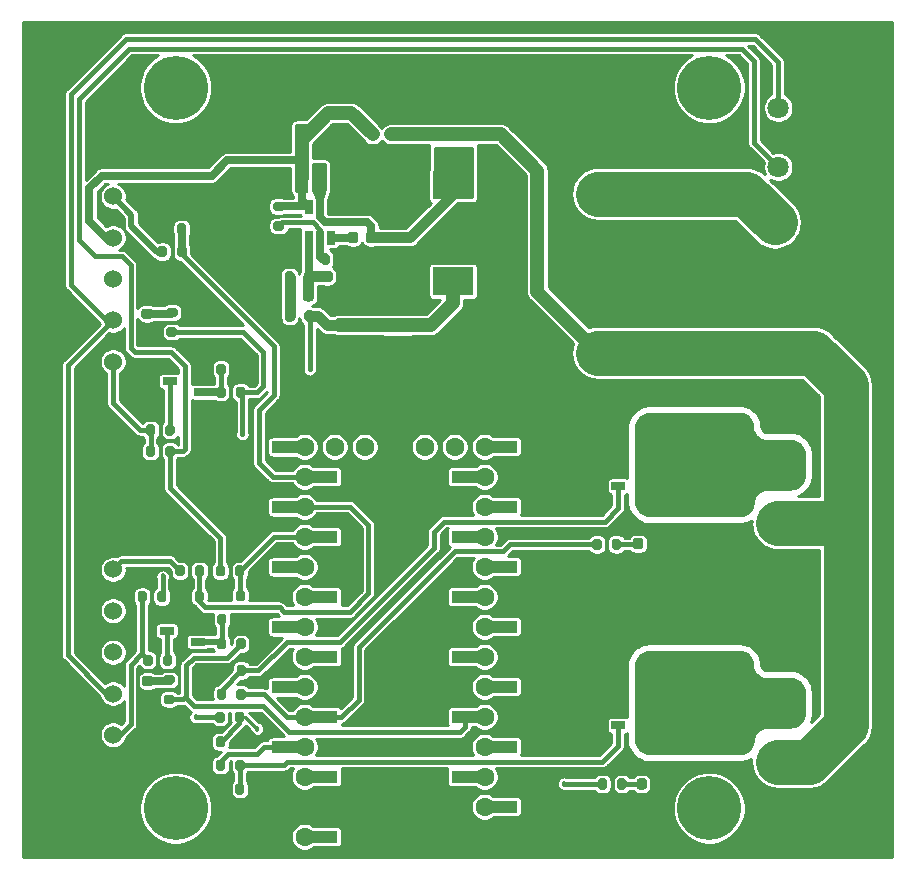
<source format=gbr>
%TF.GenerationSoftware,KiCad,Pcbnew,(5.1.9)-1*%
%TF.CreationDate,2022-03-20T14:43:19-04:00*%
%TF.ProjectId,4runner-seat-heat,3472756e-6e65-4722-9d73-6561742d6865,rev?*%
%TF.SameCoordinates,Original*%
%TF.FileFunction,Copper,L1,Top*%
%TF.FilePolarity,Positive*%
%FSLAX46Y46*%
G04 Gerber Fmt 4.6, Leading zero omitted, Abs format (unit mm)*
G04 Created by KiCad (PCBNEW (5.1.9)-1) date 2022-03-20 14:43:19*
%MOMM*%
%LPD*%
G01*
G04 APERTURE LIST*
%TA.AperFunction,ComponentPad*%
%ADD10C,5.410200*%
%TD*%
%TA.AperFunction,ComponentPad*%
%ADD11C,1.800000*%
%TD*%
%TA.AperFunction,SMDPad,CuDef*%
%ADD12R,2.286000X1.016000*%
%TD*%
%TA.AperFunction,ComponentPad*%
%ADD13C,1.600000*%
%TD*%
%TA.AperFunction,ComponentPad*%
%ADD14R,1.600000X1.600000*%
%TD*%
%TA.AperFunction,ComponentPad*%
%ADD15C,2.159000*%
%TD*%
%TA.AperFunction,ComponentPad*%
%ADD16C,1.524000*%
%TD*%
%TA.AperFunction,SMDPad,CuDef*%
%ADD17R,0.650000X1.220000*%
%TD*%
%TA.AperFunction,SMDPad,CuDef*%
%ADD18C,0.100000*%
%TD*%
%TA.AperFunction,SMDPad,CuDef*%
%ADD19R,1.150000X0.700000*%
%TD*%
%TA.AperFunction,SMDPad,CuDef*%
%ADD20R,1.220000X0.650000*%
%TD*%
%TA.AperFunction,SMDPad,CuDef*%
%ADD21R,3.400000X2.400000*%
%TD*%
%TA.AperFunction,ViaPad*%
%ADD22C,0.457200*%
%TD*%
%TA.AperFunction,Conductor*%
%ADD23C,0.660400*%
%TD*%
%TA.AperFunction,Conductor*%
%ADD24C,1.143000*%
%TD*%
%TA.AperFunction,Conductor*%
%ADD25C,0.914400*%
%TD*%
%TA.AperFunction,Conductor*%
%ADD26C,0.381000*%
%TD*%
%TA.AperFunction,Conductor*%
%ADD27C,3.810000*%
%TD*%
%TA.AperFunction,Conductor*%
%ADD28C,0.508000*%
%TD*%
%TA.AperFunction,Conductor*%
%ADD29C,0.254000*%
%TD*%
%TA.AperFunction,Conductor*%
%ADD30C,0.100000*%
%TD*%
G04 APERTURE END LIST*
D10*
%TO.P,Mount1,1*%
%TO.N,N/C*%
X13309600Y-61711200D03*
%TD*%
%TO.P,Mount4,1*%
%TO.N,N/C*%
X13309600Y-711200D03*
%TD*%
%TO.P,Mount2,1*%
%TO.N,N/C*%
X58470800Y-61711200D03*
%TD*%
%TO.P,Mount3,1*%
%TO.N,N/C*%
X58470800Y-711200D03*
%TD*%
D11*
%TO.P,J9,4*%
%TO.N,DIMMER-GND*%
X64312800Y-2424400D03*
%TO.P,J9,1*%
%TO.N,GND*%
X64312800Y-17424400D03*
%TO.P,J9,3*%
%TO.N,+12-TAIL*%
X64312800Y-7424400D03*
%TO.P,J9,2*%
%TO.N,/12VDC-IGN*%
X64312800Y-12424400D03*
%TD*%
%TO.P,R24,2*%
%TO.N,Net-(J8-Pad6)*%
%TA.AperFunction,SMDPad,CuDef*%
G36*
G01*
X10875000Y-43525000D02*
X10875000Y-44075000D01*
G75*
G02*
X10675000Y-44275000I-200000J0D01*
G01*
X10275000Y-44275000D01*
G75*
G02*
X10075000Y-44075000I0J200000D01*
G01*
X10075000Y-43525000D01*
G75*
G02*
X10275000Y-43325000I200000J0D01*
G01*
X10675000Y-43325000D01*
G75*
G02*
X10875000Y-43525000I0J-200000D01*
G01*
G37*
%TD.AperFunction*%
%TO.P,R24,1*%
%TO.N,+12-TAIL*%
%TA.AperFunction,SMDPad,CuDef*%
G36*
G01*
X12525000Y-43525000D02*
X12525000Y-44075000D01*
G75*
G02*
X12325000Y-44275000I-200000J0D01*
G01*
X11925000Y-44275000D01*
G75*
G02*
X11725000Y-44075000I0J200000D01*
G01*
X11725000Y-43525000D01*
G75*
G02*
X11925000Y-43325000I200000J0D01*
G01*
X12325000Y-43325000D01*
G75*
G02*
X12525000Y-43525000I0J-200000D01*
G01*
G37*
%TD.AperFunction*%
%TD*%
%TO.P,R23,2*%
%TO.N,Left-Illum*%
%TA.AperFunction,SMDPad,CuDef*%
G36*
G01*
X12225000Y-49475000D02*
X12225000Y-48925000D01*
G75*
G02*
X12425000Y-48725000I200000J0D01*
G01*
X12825000Y-48725000D01*
G75*
G02*
X13025000Y-48925000I0J-200000D01*
G01*
X13025000Y-49475000D01*
G75*
G02*
X12825000Y-49675000I-200000J0D01*
G01*
X12425000Y-49675000D01*
G75*
G02*
X12225000Y-49475000I0J200000D01*
G01*
G37*
%TD.AperFunction*%
%TO.P,R23,1*%
%TO.N,Net-(J8-Pad6)*%
%TA.AperFunction,SMDPad,CuDef*%
G36*
G01*
X10575000Y-49475000D02*
X10575000Y-48925000D01*
G75*
G02*
X10775000Y-48725000I200000J0D01*
G01*
X11175000Y-48725000D01*
G75*
G02*
X11375000Y-48925000I0J-200000D01*
G01*
X11375000Y-49475000D01*
G75*
G02*
X11175000Y-49675000I-200000J0D01*
G01*
X10775000Y-49675000D01*
G75*
G02*
X10575000Y-49475000I0J200000D01*
G01*
G37*
%TD.AperFunction*%
%TD*%
%TO.P,R22,2*%
%TO.N,Net-(J3-Pad6)*%
%TA.AperFunction,SMDPad,CuDef*%
G36*
G01*
X11575000Y-31225000D02*
X11575000Y-31775000D01*
G75*
G02*
X11375000Y-31975000I-200000J0D01*
G01*
X10975000Y-31975000D01*
G75*
G02*
X10775000Y-31775000I0J200000D01*
G01*
X10775000Y-31225000D01*
G75*
G02*
X10975000Y-31025000I200000J0D01*
G01*
X11375000Y-31025000D01*
G75*
G02*
X11575000Y-31225000I0J-200000D01*
G01*
G37*
%TD.AperFunction*%
%TO.P,R22,1*%
%TO.N,+12-TAIL*%
%TA.AperFunction,SMDPad,CuDef*%
G36*
G01*
X13225000Y-31225000D02*
X13225000Y-31775000D01*
G75*
G02*
X13025000Y-31975000I-200000J0D01*
G01*
X12625000Y-31975000D01*
G75*
G02*
X12425000Y-31775000I0J200000D01*
G01*
X12425000Y-31225000D01*
G75*
G02*
X12625000Y-31025000I200000J0D01*
G01*
X13025000Y-31025000D01*
G75*
G02*
X13225000Y-31225000I0J-200000D01*
G01*
G37*
%TD.AperFunction*%
%TD*%
%TO.P,R21,2*%
%TO.N,Right-Illum*%
%TA.AperFunction,SMDPad,CuDef*%
G36*
G01*
X12425000Y-29975000D02*
X12425000Y-29425000D01*
G75*
G02*
X12625000Y-29225000I200000J0D01*
G01*
X13025000Y-29225000D01*
G75*
G02*
X13225000Y-29425000I0J-200000D01*
G01*
X13225000Y-29975000D01*
G75*
G02*
X13025000Y-30175000I-200000J0D01*
G01*
X12625000Y-30175000D01*
G75*
G02*
X12425000Y-29975000I0J200000D01*
G01*
G37*
%TD.AperFunction*%
%TO.P,R21,1*%
%TO.N,Net-(J3-Pad6)*%
%TA.AperFunction,SMDPad,CuDef*%
G36*
G01*
X10775000Y-29975000D02*
X10775000Y-29425000D01*
G75*
G02*
X10975000Y-29225000I200000J0D01*
G01*
X11375000Y-29225000D01*
G75*
G02*
X11575000Y-29425000I0J-200000D01*
G01*
X11575000Y-29975000D01*
G75*
G02*
X11375000Y-30175000I-200000J0D01*
G01*
X10975000Y-30175000D01*
G75*
G02*
X10775000Y-29975000I0J200000D01*
G01*
G37*
%TD.AperFunction*%
%TD*%
D12*
%TO.P,U2,12*%
%TO.N,Net-(U2-Pad12)*%
X41088900Y-31105000D03*
%TO.P,U2,11*%
%TO.N,Net-(R17-Pad1)*%
X37788900Y-33655000D03*
%TO.P,U2,3*%
%TO.N,Left-Illum-3V3*%
X37788900Y-53975000D03*
%TO.P,U2,10*%
%TO.N,Net-(U2-Pad10)*%
X41088900Y-36185000D03*
%TO.P,U2,GND*%
%TO.N,GND*%
X37788900Y-64135000D03*
%TO.P,U2,5*%
%TO.N,Net-(U2-Pad5)*%
X37788900Y-48895000D03*
%TO.P,U2,0*%
%TO.N,Net-(U2-Pad0)*%
X41088900Y-61585000D03*
%TO.P,U2,4*%
%TO.N,Right-Illum-3V3*%
X41088900Y-51425000D03*
%TO.P,U2,8*%
%TO.N,Net-(U2-Pad8)*%
X41088900Y-41265000D03*
%TO.P,U2,9*%
%TO.N,Net-(U2-Pad9)*%
X37788900Y-38735000D03*
%TO.P,U2,7*%
%TO.N,Net-(U2-Pad7)*%
X37788900Y-43815000D03*
%TO.P,U2,1*%
%TO.N,Net-(U2-Pad1)*%
X37788900Y-59055000D03*
%TO.P,U2,6*%
%TO.N,Net-(U2-Pad6)*%
X41088900Y-46345000D03*
%TO.P,U2,2*%
%TO.N,Net-(U2-Pad2)*%
X41088900Y-56505000D03*
%TO.P,U2,14*%
%TO.N,Right-Pot*%
X25888900Y-33665000D03*
%TO.P,U2,16*%
%TO.N,Net-(R19-Pad1)*%
X25888900Y-38745000D03*
%TO.P,U2,18*%
%TO.N,Net-(U2-Pad18)*%
X25888900Y-43825000D03*
%TO.P,U2,20*%
%TO.N,Net-(U2-Pad20)*%
X25888900Y-48905000D03*
%TO.P,U2,22*%
%TO.N,Right-Heat-3V3*%
X25888900Y-53985000D03*
%TO.P,U2,3V3*%
%TO.N,Net-(U2-Pad3V3)*%
X25888900Y-59065000D03*
%TO.P,U2,13*%
%TO.N,Net-(U2-Pad13)*%
X22588900Y-31135000D03*
%TO.P,U2,15*%
%TO.N,Left-Pot*%
X22588900Y-36215000D03*
%TO.P,U2,17*%
%TO.N,Net-(U2-Pad17)*%
X22588900Y-41295000D03*
%TO.P,U2,19*%
%TO.N,Net-(U2-Pad19)*%
X22588900Y-46375000D03*
%TO.P,U2,21*%
%TO.N,Net-(U2-Pad21)*%
X22588900Y-51455000D03*
%TO.P,U2,23*%
%TO.N,Left-Heat-3V3*%
X22588900Y-56535000D03*
%TO.P,U2,AGND*%
%TO.N,GND*%
X22588900Y-61615000D03*
%TO.P,U2,Vin*%
%TO.N,3V3*%
X25888900Y-64145000D03*
D13*
%TO.P,U2,GND*%
%TO.N,GND*%
X31838900Y-31115000D03*
%TO.P,U2,Program*%
%TO.N,Net-(U2-PadProgram)*%
X29298900Y-31115000D03*
%TO.P,U2,A14*%
%TO.N,Net-(U2-PadA14)*%
X26758900Y-31115000D03*
%TO.P,U2,13*%
%TO.N,Net-(U2-Pad13)*%
X24218900Y-31115000D03*
%TO.P,U2,3.3V*%
%TO.N,Net-(U2-Pad3.3V)*%
X34378900Y-31115000D03*
%TO.P,U2,VBat*%
%TO.N,Net-(U2-PadVBat)*%
X36918900Y-31115000D03*
%TO.P,U2,12*%
%TO.N,Net-(U2-Pad12)*%
X39458900Y-31115000D03*
%TO.P,U2,14*%
%TO.N,Right-Pot*%
X24218900Y-33655000D03*
%TO.P,U2,15*%
%TO.N,Left-Pot*%
X24218900Y-36195000D03*
%TO.P,U2,16*%
%TO.N,Net-(R19-Pad1)*%
X24218900Y-38735000D03*
%TO.P,U2,17*%
%TO.N,Net-(U2-Pad17)*%
X24218900Y-41275000D03*
%TO.P,U2,18*%
%TO.N,Net-(U2-Pad18)*%
X24218900Y-43815000D03*
%TO.P,U2,19*%
%TO.N,Net-(U2-Pad19)*%
X24218900Y-46355000D03*
%TO.P,U2,20*%
%TO.N,Net-(U2-Pad20)*%
X24218900Y-48895000D03*
%TO.P,U2,21*%
%TO.N,Net-(U2-Pad21)*%
X24218900Y-51435000D03*
%TO.P,U2,22*%
%TO.N,Right-Heat-3V3*%
X24218900Y-53975000D03*
%TO.P,U2,23*%
%TO.N,Left-Heat-3V3*%
X24218900Y-56515000D03*
%TO.P,U2,3V3*%
%TO.N,Net-(U2-Pad3V3)*%
X24218900Y-59055000D03*
%TO.P,U2,AGND*%
%TO.N,GND*%
X24218900Y-61595000D03*
%TO.P,U2,Vin*%
%TO.N,3V3*%
X24218900Y-64135000D03*
%TO.P,U2,11*%
%TO.N,Net-(R17-Pad1)*%
X39458900Y-33655000D03*
%TO.P,U2,10*%
%TO.N,Net-(U2-Pad10)*%
X39458900Y-36195000D03*
%TO.P,U2,9*%
%TO.N,Net-(U2-Pad9)*%
X39458900Y-38735000D03*
%TO.P,U2,8*%
%TO.N,Net-(U2-Pad8)*%
X39458900Y-41275000D03*
%TO.P,U2,7*%
%TO.N,Net-(U2-Pad7)*%
X39458900Y-43815000D03*
%TO.P,U2,6*%
%TO.N,Net-(U2-Pad6)*%
X39458900Y-46355000D03*
%TO.P,U2,5*%
%TO.N,Net-(U2-Pad5)*%
X39458900Y-48895000D03*
%TO.P,U2,4*%
%TO.N,Right-Illum-3V3*%
X39458900Y-51435000D03*
%TO.P,U2,3*%
%TO.N,Left-Illum-3V3*%
X39458900Y-53975000D03*
%TO.P,U2,2*%
%TO.N,Net-(U2-Pad2)*%
X39458900Y-56515000D03*
%TO.P,U2,1*%
%TO.N,Net-(U2-Pad1)*%
X39458900Y-59055000D03*
%TO.P,U2,0*%
%TO.N,Net-(U2-Pad0)*%
X39458900Y-61595000D03*
D14*
%TO.P,U2,GND*%
%TO.N,GND*%
X39458900Y-64135000D03*
%TD*%
D11*
%TO.P,Left-Heater1,2*%
%TO.N,Net-(Left-Heater1-Pad2)*%
X64312800Y-52785000D03*
%TO.P,Left-Heater1,1*%
%TO.N,+12VDC*%
X64312800Y-57785000D03*
%TD*%
%TO.P,Right-Heater1,2*%
%TO.N,Net-(Q2-Pad3)*%
X64338200Y-32592000D03*
%TO.P,Right-Heater1,1*%
%TO.N,+12VDC*%
X64338200Y-37592000D03*
%TD*%
%TO.P,C7,2*%
%TO.N,/3V3-Boot*%
%TA.AperFunction,SMDPad,CuDef*%
G36*
G01*
X28758000Y-13148500D02*
X28758000Y-13648500D01*
G75*
G02*
X28533000Y-13873500I-225000J0D01*
G01*
X28083000Y-13873500D01*
G75*
G02*
X27858000Y-13648500I0J225000D01*
G01*
X27858000Y-13148500D01*
G75*
G02*
X28083000Y-12923500I225000J0D01*
G01*
X28533000Y-12923500D01*
G75*
G02*
X28758000Y-13148500I0J-225000D01*
G01*
G37*
%TD.AperFunction*%
%TO.P,C7,1*%
%TO.N,Net-(C7-Pad1)*%
%TA.AperFunction,SMDPad,CuDef*%
G36*
G01*
X30308000Y-13148500D02*
X30308000Y-13648500D01*
G75*
G02*
X30083000Y-13873500I-225000J0D01*
G01*
X29633000Y-13873500D01*
G75*
G02*
X29408000Y-13648500I0J225000D01*
G01*
X29408000Y-13148500D01*
G75*
G02*
X29633000Y-12923500I225000J0D01*
G01*
X30083000Y-12923500D01*
G75*
G02*
X30308000Y-13148500I0J-225000D01*
G01*
G37*
%TD.AperFunction*%
%TD*%
%TO.P,C8,1*%
%TO.N,GND*%
%TA.AperFunction,SMDPad,CuDef*%
G36*
G01*
X33154801Y-24363900D02*
X30954799Y-24363900D01*
G75*
G02*
X30704800Y-24113901I0J249999D01*
G01*
X30704800Y-23463899D01*
G75*
G02*
X30954799Y-23213900I249999J0D01*
G01*
X33154801Y-23213900D01*
G75*
G02*
X33404800Y-23463899I0J-249999D01*
G01*
X33404800Y-24113901D01*
G75*
G02*
X33154801Y-24363900I-249999J0D01*
G01*
G37*
%TD.AperFunction*%
%TO.P,C8,2*%
%TO.N,3V3*%
%TA.AperFunction,SMDPad,CuDef*%
G36*
G01*
X33154801Y-21413900D02*
X30954799Y-21413900D01*
G75*
G02*
X30704800Y-21163901I0J249999D01*
G01*
X30704800Y-20513899D01*
G75*
G02*
X30954799Y-20263900I249999J0D01*
G01*
X33154801Y-20263900D01*
G75*
G02*
X33404800Y-20513899I0J-249999D01*
G01*
X33404800Y-21163901D01*
G75*
G02*
X33154801Y-21413900I-249999J0D01*
G01*
G37*
%TD.AperFunction*%
%TD*%
%TO.P,C9,2*%
%TO.N,3V3*%
%TA.AperFunction,SMDPad,CuDef*%
G36*
G01*
X29243201Y-21388500D02*
X27043199Y-21388500D01*
G75*
G02*
X26793200Y-21138501I0J249999D01*
G01*
X26793200Y-20488499D01*
G75*
G02*
X27043199Y-20238500I249999J0D01*
G01*
X29243201Y-20238500D01*
G75*
G02*
X29493200Y-20488499I0J-249999D01*
G01*
X29493200Y-21138501D01*
G75*
G02*
X29243201Y-21388500I-249999J0D01*
G01*
G37*
%TD.AperFunction*%
%TO.P,C9,1*%
%TO.N,GND*%
%TA.AperFunction,SMDPad,CuDef*%
G36*
G01*
X29243201Y-24338500D02*
X27043199Y-24338500D01*
G75*
G02*
X26793200Y-24088501I0J249999D01*
G01*
X26793200Y-23438499D01*
G75*
G02*
X27043199Y-23188500I249999J0D01*
G01*
X29243201Y-23188500D01*
G75*
G02*
X29493200Y-23438499I0J-249999D01*
G01*
X29493200Y-24088501D01*
G75*
G02*
X29243201Y-24338500I-249999J0D01*
G01*
G37*
%TD.AperFunction*%
%TD*%
%TO.P,C10,1*%
%TO.N,+12-Polyfuse*%
%TA.AperFunction,SMDPad,CuDef*%
G36*
G01*
X23400800Y-9431201D02*
X23400800Y-7231199D01*
G75*
G02*
X23650799Y-6981200I249999J0D01*
G01*
X24300801Y-6981200D01*
G75*
G02*
X24550800Y-7231199I0J-249999D01*
G01*
X24550800Y-9431201D01*
G75*
G02*
X24300801Y-9681200I-249999J0D01*
G01*
X23650799Y-9681200D01*
G75*
G02*
X23400800Y-9431201I0J249999D01*
G01*
G37*
%TD.AperFunction*%
%TO.P,C10,2*%
%TO.N,GND*%
%TA.AperFunction,SMDPad,CuDef*%
G36*
G01*
X26350800Y-9431201D02*
X26350800Y-7231199D01*
G75*
G02*
X26600799Y-6981200I249999J0D01*
G01*
X27250801Y-6981200D01*
G75*
G02*
X27500800Y-7231199I0J-249999D01*
G01*
X27500800Y-9431201D01*
G75*
G02*
X27250801Y-9681200I-249999J0D01*
G01*
X26600799Y-9681200D01*
G75*
G02*
X26350800Y-9431201I0J249999D01*
G01*
G37*
%TD.AperFunction*%
%TD*%
%TO.P,C6,2*%
%TO.N,GND*%
%TA.AperFunction,SMDPad,CuDef*%
G36*
G01*
X26338100Y-6205401D02*
X26338100Y-4005399D01*
G75*
G02*
X26588099Y-3755400I249999J0D01*
G01*
X27238101Y-3755400D01*
G75*
G02*
X27488100Y-4005399I0J-249999D01*
G01*
X27488100Y-6205401D01*
G75*
G02*
X27238101Y-6455400I-249999J0D01*
G01*
X26588099Y-6455400D01*
G75*
G02*
X26338100Y-6205401I0J249999D01*
G01*
G37*
%TD.AperFunction*%
%TO.P,C6,1*%
%TO.N,+12-Polyfuse*%
%TA.AperFunction,SMDPad,CuDef*%
G36*
G01*
X23388100Y-6205401D02*
X23388100Y-4005399D01*
G75*
G02*
X23638099Y-3755400I249999J0D01*
G01*
X24288101Y-3755400D01*
G75*
G02*
X24538100Y-4005399I0J-249999D01*
G01*
X24538100Y-6205401D01*
G75*
G02*
X24288101Y-6455400I-249999J0D01*
G01*
X23638099Y-6455400D01*
G75*
G02*
X23388100Y-6205401I0J249999D01*
G01*
G37*
%TD.AperFunction*%
%TD*%
%TO.P,C12,1*%
%TO.N,/3V3-FB*%
%TA.AperFunction,SMDPad,CuDef*%
G36*
G01*
X24999400Y-18088800D02*
X24999400Y-18588800D01*
G75*
G02*
X24774400Y-18813800I-225000J0D01*
G01*
X24324400Y-18813800D01*
G75*
G02*
X24099400Y-18588800I0J225000D01*
G01*
X24099400Y-18088800D01*
G75*
G02*
X24324400Y-17863800I225000J0D01*
G01*
X24774400Y-17863800D01*
G75*
G02*
X24999400Y-18088800I0J-225000D01*
G01*
G37*
%TD.AperFunction*%
%TO.P,C12,2*%
%TO.N,Net-(C12-Pad2)*%
%TA.AperFunction,SMDPad,CuDef*%
G36*
G01*
X23449400Y-18088800D02*
X23449400Y-18588800D01*
G75*
G02*
X23224400Y-18813800I-225000J0D01*
G01*
X22774400Y-18813800D01*
G75*
G02*
X22549400Y-18588800I0J225000D01*
G01*
X22549400Y-18088800D01*
G75*
G02*
X22774400Y-17863800I225000J0D01*
G01*
X23224400Y-17863800D01*
G75*
G02*
X23449400Y-18088800I0J-225000D01*
G01*
G37*
%TD.AperFunction*%
%TD*%
D15*
%TO.P,F1,1*%
%TO.N,/12VDC-IGN*%
X52489100Y-9690100D03*
%TO.P,F1,2*%
%TO.N,+12VDC*%
X52489100Y-23152100D03*
%TO.P,F1,1*%
%TO.N,/12VDC-IGN*%
X49085500Y-9690100D03*
%TO.P,F1,2*%
%TO.N,+12VDC*%
X49085500Y-23152100D03*
%TD*%
%TO.P,F2,1*%
%TO.N,+12-Polyfuse*%
%TA.AperFunction,SMDPad,CuDef*%
G36*
G01*
X29534400Y-4904450D02*
X29534400Y-4391950D01*
G75*
G02*
X29753150Y-4173200I218750J0D01*
G01*
X30190650Y-4173200D01*
G75*
G02*
X30409400Y-4391950I0J-218750D01*
G01*
X30409400Y-4904450D01*
G75*
G02*
X30190650Y-5123200I-218750J0D01*
G01*
X29753150Y-5123200D01*
G75*
G02*
X29534400Y-4904450I0J218750D01*
G01*
G37*
%TD.AperFunction*%
%TO.P,F2,2*%
%TO.N,+12VDC*%
%TA.AperFunction,SMDPad,CuDef*%
G36*
G01*
X31109400Y-4904450D02*
X31109400Y-4391950D01*
G75*
G02*
X31328150Y-4173200I218750J0D01*
G01*
X31765650Y-4173200D01*
G75*
G02*
X31984400Y-4391950I0J-218750D01*
G01*
X31984400Y-4904450D01*
G75*
G02*
X31765650Y-5123200I-218750J0D01*
G01*
X31328150Y-5123200D01*
G75*
G02*
X31109400Y-4904450I0J218750D01*
G01*
G37*
%TD.AperFunction*%
%TD*%
D16*
%TO.P,J3,6*%
%TO.N,Net-(J3-Pad6)*%
X8001000Y-23910000D03*
%TO.P,J3,5*%
%TO.N,DIMMER-GND*%
X8001000Y-20410000D03*
%TO.P,J3,4*%
%TO.N,Net-(J3-Pad4)*%
X8001000Y-16910000D03*
%TO.P,J3,3*%
%TO.N,+12-Polyfuse*%
X8001000Y-13410000D03*
%TO.P,J3,2*%
%TO.N,Net-(J3-Pad2)*%
X8001000Y-9910000D03*
%TO.P,J3,1*%
%TO.N,GND*%
X8001000Y-6410000D03*
%TD*%
%TO.P,J8,1*%
%TO.N,GND*%
X8001000Y-38007600D03*
%TO.P,J8,2*%
%TO.N,Net-(J8-Pad2)*%
X8001000Y-41507600D03*
%TO.P,J8,3*%
%TO.N,+12-Polyfuse*%
X8001000Y-45007600D03*
%TO.P,J8,4*%
%TO.N,Net-(J8-Pad4)*%
X8001000Y-48507600D03*
%TO.P,J8,5*%
%TO.N,DIMMER-GND*%
X8001000Y-52007600D03*
%TO.P,J8,6*%
%TO.N,Net-(J8-Pad6)*%
X8001000Y-55507600D03*
%TD*%
%TO.P,R1,2*%
%TO.N,Left-Heat-3V3*%
%TA.AperFunction,SMDPad,CuDef*%
G36*
G01*
X17507400Y-57802100D02*
X17507400Y-58352100D01*
G75*
G02*
X17307400Y-58552100I-200000J0D01*
G01*
X16907400Y-58552100D01*
G75*
G02*
X16707400Y-58352100I0J200000D01*
G01*
X16707400Y-57802100D01*
G75*
G02*
X16907400Y-57602100I200000J0D01*
G01*
X17307400Y-57602100D01*
G75*
G02*
X17507400Y-57802100I0J-200000D01*
G01*
G37*
%TD.AperFunction*%
%TO.P,R1,1*%
%TO.N,Net-(Q1-Pad1)*%
%TA.AperFunction,SMDPad,CuDef*%
G36*
G01*
X19157400Y-57802100D02*
X19157400Y-58352100D01*
G75*
G02*
X18957400Y-58552100I-200000J0D01*
G01*
X18557400Y-58552100D01*
G75*
G02*
X18357400Y-58352100I0J200000D01*
G01*
X18357400Y-57802100D01*
G75*
G02*
X18557400Y-57602100I200000J0D01*
G01*
X18957400Y-57602100D01*
G75*
G02*
X19157400Y-57802100I0J-200000D01*
G01*
G37*
%TD.AperFunction*%
%TD*%
%TO.P,R3,1*%
%TO.N,Net-(D1-Pad2)*%
%TA.AperFunction,SMDPad,CuDef*%
G36*
G01*
X51478900Y-59389600D02*
X51478900Y-59939600D01*
G75*
G02*
X51278900Y-60139600I-200000J0D01*
G01*
X50878900Y-60139600D01*
G75*
G02*
X50678900Y-59939600I0J200000D01*
G01*
X50678900Y-59389600D01*
G75*
G02*
X50878900Y-59189600I200000J0D01*
G01*
X51278900Y-59189600D01*
G75*
G02*
X51478900Y-59389600I0J-200000D01*
G01*
G37*
%TD.AperFunction*%
%TO.P,R3,2*%
%TO.N,Left-Heat-3V3*%
%TA.AperFunction,SMDPad,CuDef*%
G36*
G01*
X49828900Y-59389600D02*
X49828900Y-59939600D01*
G75*
G02*
X49628900Y-60139600I-200000J0D01*
G01*
X49228900Y-60139600D01*
G75*
G02*
X49028900Y-59939600I0J200000D01*
G01*
X49028900Y-59389600D01*
G75*
G02*
X49228900Y-59189600I200000J0D01*
G01*
X49628900Y-59189600D01*
G75*
G02*
X49828900Y-59389600I0J-200000D01*
G01*
G37*
%TD.AperFunction*%
%TD*%
%TO.P,R2,2*%
%TO.N,Net-(Q1-Pad1)*%
%TA.AperFunction,SMDPad,CuDef*%
G36*
G01*
X18332000Y-60384100D02*
X18332000Y-59834100D01*
G75*
G02*
X18532000Y-59634100I200000J0D01*
G01*
X18932000Y-59634100D01*
G75*
G02*
X19132000Y-59834100I0J-200000D01*
G01*
X19132000Y-60384100D01*
G75*
G02*
X18932000Y-60584100I-200000J0D01*
G01*
X18532000Y-60584100D01*
G75*
G02*
X18332000Y-60384100I0J200000D01*
G01*
G37*
%TD.AperFunction*%
%TO.P,R2,1*%
%TO.N,GND*%
%TA.AperFunction,SMDPad,CuDef*%
G36*
G01*
X16682000Y-60384100D02*
X16682000Y-59834100D01*
G75*
G02*
X16882000Y-59634100I200000J0D01*
G01*
X17282000Y-59634100D01*
G75*
G02*
X17482000Y-59834100I0J-200000D01*
G01*
X17482000Y-60384100D01*
G75*
G02*
X17282000Y-60584100I-200000J0D01*
G01*
X16882000Y-60584100D01*
G75*
G02*
X16682000Y-60384100I0J200000D01*
G01*
G37*
%TD.AperFunction*%
%TD*%
%TO.P,R9,1*%
%TO.N,Right-Pot*%
%TA.AperFunction,SMDPad,CuDef*%
G36*
G01*
X14229800Y-14317300D02*
X14229800Y-14867300D01*
G75*
G02*
X14029800Y-15067300I-200000J0D01*
G01*
X13629800Y-15067300D01*
G75*
G02*
X13429800Y-14867300I0J200000D01*
G01*
X13429800Y-14317300D01*
G75*
G02*
X13629800Y-14117300I200000J0D01*
G01*
X14029800Y-14117300D01*
G75*
G02*
X14229800Y-14317300I0J-200000D01*
G01*
G37*
%TD.AperFunction*%
%TO.P,R9,2*%
%TO.N,Net-(J3-Pad2)*%
%TA.AperFunction,SMDPad,CuDef*%
G36*
G01*
X12579800Y-14317300D02*
X12579800Y-14867300D01*
G75*
G02*
X12379800Y-15067300I-200000J0D01*
G01*
X11979800Y-15067300D01*
G75*
G02*
X11779800Y-14867300I0J200000D01*
G01*
X11779800Y-14317300D01*
G75*
G02*
X11979800Y-14117300I200000J0D01*
G01*
X12379800Y-14117300D01*
G75*
G02*
X12579800Y-14317300I0J-200000D01*
G01*
G37*
%TD.AperFunction*%
%TD*%
%TO.P,R12,2*%
%TO.N,GND*%
%TA.AperFunction,SMDPad,CuDef*%
G36*
G01*
X12567100Y-12412300D02*
X12567100Y-12962300D01*
G75*
G02*
X12367100Y-13162300I-200000J0D01*
G01*
X11967100Y-13162300D01*
G75*
G02*
X11767100Y-12962300I0J200000D01*
G01*
X11767100Y-12412300D01*
G75*
G02*
X11967100Y-12212300I200000J0D01*
G01*
X12367100Y-12212300D01*
G75*
G02*
X12567100Y-12412300I0J-200000D01*
G01*
G37*
%TD.AperFunction*%
%TO.P,R12,1*%
%TO.N,Right-Pot*%
%TA.AperFunction,SMDPad,CuDef*%
G36*
G01*
X14217100Y-12412300D02*
X14217100Y-12962300D01*
G75*
G02*
X14017100Y-13162300I-200000J0D01*
G01*
X13617100Y-13162300D01*
G75*
G02*
X13417100Y-12962300I0J200000D01*
G01*
X13417100Y-12412300D01*
G75*
G02*
X13617100Y-12212300I200000J0D01*
G01*
X14017100Y-12212300D01*
G75*
G02*
X14217100Y-12412300I0J-200000D01*
G01*
G37*
%TD.AperFunction*%
%TD*%
%TO.P,R4,1*%
%TO.N,Net-(Q2-Pad1)*%
%TA.AperFunction,SMDPad,CuDef*%
G36*
G01*
X16796300Y-52345000D02*
X16796300Y-51795000D01*
G75*
G02*
X16996300Y-51595000I200000J0D01*
G01*
X17396300Y-51595000D01*
G75*
G02*
X17596300Y-51795000I0J-200000D01*
G01*
X17596300Y-52345000D01*
G75*
G02*
X17396300Y-52545000I-200000J0D01*
G01*
X16996300Y-52545000D01*
G75*
G02*
X16796300Y-52345000I0J200000D01*
G01*
G37*
%TD.AperFunction*%
%TO.P,R4,2*%
%TO.N,Right-Heat-3V3*%
%TA.AperFunction,SMDPad,CuDef*%
G36*
G01*
X18446300Y-52345000D02*
X18446300Y-51795000D01*
G75*
G02*
X18646300Y-51595000I200000J0D01*
G01*
X19046300Y-51595000D01*
G75*
G02*
X19246300Y-51795000I0J-200000D01*
G01*
X19246300Y-52345000D01*
G75*
G02*
X19046300Y-52545000I-200000J0D01*
G01*
X18646300Y-52545000D01*
G75*
G02*
X18446300Y-52345000I0J200000D01*
G01*
G37*
%TD.AperFunction*%
%TD*%
%TO.P,R7,2*%
%TO.N,Right-Heat-3V3*%
%TA.AperFunction,SMDPad,CuDef*%
G36*
G01*
X49371700Y-39107700D02*
X49371700Y-39657700D01*
G75*
G02*
X49171700Y-39857700I-200000J0D01*
G01*
X48771700Y-39857700D01*
G75*
G02*
X48571700Y-39657700I0J200000D01*
G01*
X48571700Y-39107700D01*
G75*
G02*
X48771700Y-38907700I200000J0D01*
G01*
X49171700Y-38907700D01*
G75*
G02*
X49371700Y-39107700I0J-200000D01*
G01*
G37*
%TD.AperFunction*%
%TO.P,R7,1*%
%TO.N,Net-(D2-Pad2)*%
%TA.AperFunction,SMDPad,CuDef*%
G36*
G01*
X51021700Y-39107700D02*
X51021700Y-39657700D01*
G75*
G02*
X50821700Y-39857700I-200000J0D01*
G01*
X50421700Y-39857700D01*
G75*
G02*
X50221700Y-39657700I0J200000D01*
G01*
X50221700Y-39107700D01*
G75*
G02*
X50421700Y-38907700I200000J0D01*
G01*
X50821700Y-38907700D01*
G75*
G02*
X51021700Y-39107700I0J-200000D01*
G01*
G37*
%TD.AperFunction*%
%TD*%
%TO.P,R5,1*%
%TO.N,GND*%
%TA.AperFunction,SMDPad,CuDef*%
G36*
G01*
X16821700Y-50325700D02*
X16821700Y-49775700D01*
G75*
G02*
X17021700Y-49575700I200000J0D01*
G01*
X17421700Y-49575700D01*
G75*
G02*
X17621700Y-49775700I0J-200000D01*
G01*
X17621700Y-50325700D01*
G75*
G02*
X17421700Y-50525700I-200000J0D01*
G01*
X17021700Y-50525700D01*
G75*
G02*
X16821700Y-50325700I0J200000D01*
G01*
G37*
%TD.AperFunction*%
%TO.P,R5,2*%
%TO.N,Net-(Q2-Pad1)*%
%TA.AperFunction,SMDPad,CuDef*%
G36*
G01*
X18471700Y-50325700D02*
X18471700Y-49775700D01*
G75*
G02*
X18671700Y-49575700I200000J0D01*
G01*
X19071700Y-49575700D01*
G75*
G02*
X19271700Y-49775700I0J-200000D01*
G01*
X19271700Y-50325700D01*
G75*
G02*
X19071700Y-50525700I-200000J0D01*
G01*
X18671700Y-50525700D01*
G75*
G02*
X18471700Y-50325700I0J200000D01*
G01*
G37*
%TD.AperFunction*%
%TD*%
%TO.P,R6,2*%
%TO.N,Net-(J8-Pad2)*%
%TA.AperFunction,SMDPad,CuDef*%
G36*
G01*
X14078400Y-41342900D02*
X14078400Y-41892900D01*
G75*
G02*
X13878400Y-42092900I-200000J0D01*
G01*
X13478400Y-42092900D01*
G75*
G02*
X13278400Y-41892900I0J200000D01*
G01*
X13278400Y-41342900D01*
G75*
G02*
X13478400Y-41142900I200000J0D01*
G01*
X13878400Y-41142900D01*
G75*
G02*
X14078400Y-41342900I0J-200000D01*
G01*
G37*
%TD.AperFunction*%
%TO.P,R6,1*%
%TO.N,Left-Pot*%
%TA.AperFunction,SMDPad,CuDef*%
G36*
G01*
X15728400Y-41342900D02*
X15728400Y-41892900D01*
G75*
G02*
X15528400Y-42092900I-200000J0D01*
G01*
X15128400Y-42092900D01*
G75*
G02*
X14928400Y-41892900I0J200000D01*
G01*
X14928400Y-41342900D01*
G75*
G02*
X15128400Y-41142900I200000J0D01*
G01*
X15528400Y-41142900D01*
G75*
G02*
X15728400Y-41342900I0J-200000D01*
G01*
G37*
%TD.AperFunction*%
%TD*%
%TO.P,R8,1*%
%TO.N,Left-Pot*%
%TA.AperFunction,SMDPad,CuDef*%
G36*
G01*
X15703000Y-43514600D02*
X15703000Y-44064600D01*
G75*
G02*
X15503000Y-44264600I-200000J0D01*
G01*
X15103000Y-44264600D01*
G75*
G02*
X14903000Y-44064600I0J200000D01*
G01*
X14903000Y-43514600D01*
G75*
G02*
X15103000Y-43314600I200000J0D01*
G01*
X15503000Y-43314600D01*
G75*
G02*
X15703000Y-43514600I0J-200000D01*
G01*
G37*
%TD.AperFunction*%
%TO.P,R8,2*%
%TO.N,GND*%
%TA.AperFunction,SMDPad,CuDef*%
G36*
G01*
X14053000Y-43514600D02*
X14053000Y-44064600D01*
G75*
G02*
X13853000Y-44264600I-200000J0D01*
G01*
X13453000Y-44264600D01*
G75*
G02*
X13253000Y-44064600I0J200000D01*
G01*
X13253000Y-43514600D01*
G75*
G02*
X13453000Y-43314600I200000J0D01*
G01*
X13853000Y-43314600D01*
G75*
G02*
X14053000Y-43514600I0J-200000D01*
G01*
G37*
%TD.AperFunction*%
%TD*%
%TO.P,R11,1*%
%TO.N,Net-(Q4-Pad1)*%
%TA.AperFunction,SMDPad,CuDef*%
G36*
G01*
X16745500Y-26779900D02*
X16745500Y-26229900D01*
G75*
G02*
X16945500Y-26029900I200000J0D01*
G01*
X17345500Y-26029900D01*
G75*
G02*
X17545500Y-26229900I0J-200000D01*
G01*
X17545500Y-26779900D01*
G75*
G02*
X17345500Y-26979900I-200000J0D01*
G01*
X16945500Y-26979900D01*
G75*
G02*
X16745500Y-26779900I0J200000D01*
G01*
G37*
%TD.AperFunction*%
%TO.P,R11,2*%
%TO.N,Right-Illum-3V3*%
%TA.AperFunction,SMDPad,CuDef*%
G36*
G01*
X18395500Y-26779900D02*
X18395500Y-26229900D01*
G75*
G02*
X18595500Y-26029900I200000J0D01*
G01*
X18995500Y-26029900D01*
G75*
G02*
X19195500Y-26229900I0J-200000D01*
G01*
X19195500Y-26779900D01*
G75*
G02*
X18995500Y-26979900I-200000J0D01*
G01*
X18595500Y-26979900D01*
G75*
G02*
X18395500Y-26779900I0J200000D01*
G01*
G37*
%TD.AperFunction*%
%TD*%
%TO.P,R10,2*%
%TO.N,Left-Illum-3V3*%
%TA.AperFunction,SMDPad,CuDef*%
G36*
G01*
X18446300Y-48065100D02*
X18446300Y-47515100D01*
G75*
G02*
X18646300Y-47315100I200000J0D01*
G01*
X19046300Y-47315100D01*
G75*
G02*
X19246300Y-47515100I0J-200000D01*
G01*
X19246300Y-48065100D01*
G75*
G02*
X19046300Y-48265100I-200000J0D01*
G01*
X18646300Y-48265100D01*
G75*
G02*
X18446300Y-48065100I0J200000D01*
G01*
G37*
%TD.AperFunction*%
%TO.P,R10,1*%
%TO.N,Net-(Q3-Pad1)*%
%TA.AperFunction,SMDPad,CuDef*%
G36*
G01*
X16796300Y-48065100D02*
X16796300Y-47515100D01*
G75*
G02*
X16996300Y-47315100I200000J0D01*
G01*
X17396300Y-47315100D01*
G75*
G02*
X17596300Y-47515100I0J-200000D01*
G01*
X17596300Y-48065100D01*
G75*
G02*
X17396300Y-48265100I-200000J0D01*
G01*
X16996300Y-48265100D01*
G75*
G02*
X16796300Y-48065100I0J200000D01*
G01*
G37*
%TD.AperFunction*%
%TD*%
%TO.P,R16,1*%
%TO.N,Net-(D3-Pad2)*%
%TA.AperFunction,SMDPad,CuDef*%
G36*
G01*
X12717100Y-19349000D02*
X13267100Y-19349000D01*
G75*
G02*
X13467100Y-19549000I0J-200000D01*
G01*
X13467100Y-19949000D01*
G75*
G02*
X13267100Y-20149000I-200000J0D01*
G01*
X12717100Y-20149000D01*
G75*
G02*
X12517100Y-19949000I0J200000D01*
G01*
X12517100Y-19549000D01*
G75*
G02*
X12717100Y-19349000I200000J0D01*
G01*
G37*
%TD.AperFunction*%
%TO.P,R16,2*%
%TO.N,Right-Illum-3V3*%
%TA.AperFunction,SMDPad,CuDef*%
G36*
G01*
X12717100Y-20999000D02*
X13267100Y-20999000D01*
G75*
G02*
X13467100Y-21199000I0J-200000D01*
G01*
X13467100Y-21599000D01*
G75*
G02*
X13267100Y-21799000I-200000J0D01*
G01*
X12717100Y-21799000D01*
G75*
G02*
X12517100Y-21599000I0J200000D01*
G01*
X12517100Y-21199000D01*
G75*
G02*
X12717100Y-20999000I200000J0D01*
G01*
G37*
%TD.AperFunction*%
%TD*%
%TO.P,R15,2*%
%TO.N,Left-Illum-3V3*%
%TA.AperFunction,SMDPad,CuDef*%
G36*
G01*
X12475800Y-52101300D02*
X13025800Y-52101300D01*
G75*
G02*
X13225800Y-52301300I0J-200000D01*
G01*
X13225800Y-52701300D01*
G75*
G02*
X13025800Y-52901300I-200000J0D01*
G01*
X12475800Y-52901300D01*
G75*
G02*
X12275800Y-52701300I0J200000D01*
G01*
X12275800Y-52301300D01*
G75*
G02*
X12475800Y-52101300I200000J0D01*
G01*
G37*
%TD.AperFunction*%
%TO.P,R15,1*%
%TO.N,Net-(D4-Pad2)*%
%TA.AperFunction,SMDPad,CuDef*%
G36*
G01*
X12475800Y-50451300D02*
X13025800Y-50451300D01*
G75*
G02*
X13225800Y-50651300I0J-200000D01*
G01*
X13225800Y-51051300D01*
G75*
G02*
X13025800Y-51251300I-200000J0D01*
G01*
X12475800Y-51251300D01*
G75*
G02*
X12275800Y-51051300I0J200000D01*
G01*
X12275800Y-50651300D01*
G75*
G02*
X12475800Y-50451300I200000J0D01*
G01*
G37*
%TD.AperFunction*%
%TD*%
%TO.P,R14,2*%
%TO.N,Net-(Q4-Pad1)*%
%TA.AperFunction,SMDPad,CuDef*%
G36*
G01*
X17545500Y-24286800D02*
X17545500Y-24836800D01*
G75*
G02*
X17345500Y-25036800I-200000J0D01*
G01*
X16945500Y-25036800D01*
G75*
G02*
X16745500Y-24836800I0J200000D01*
G01*
X16745500Y-24286800D01*
G75*
G02*
X16945500Y-24086800I200000J0D01*
G01*
X17345500Y-24086800D01*
G75*
G02*
X17545500Y-24286800I0J-200000D01*
G01*
G37*
%TD.AperFunction*%
%TO.P,R14,1*%
%TO.N,GND*%
%TA.AperFunction,SMDPad,CuDef*%
G36*
G01*
X19195500Y-24286800D02*
X19195500Y-24836800D01*
G75*
G02*
X18995500Y-25036800I-200000J0D01*
G01*
X18595500Y-25036800D01*
G75*
G02*
X18395500Y-24836800I0J200000D01*
G01*
X18395500Y-24286800D01*
G75*
G02*
X18595500Y-24086800I200000J0D01*
G01*
X18995500Y-24086800D01*
G75*
G02*
X19195500Y-24286800I0J-200000D01*
G01*
G37*
%TD.AperFunction*%
%TD*%
%TO.P,R13,2*%
%TO.N,Net-(Q3-Pad1)*%
%TA.AperFunction,SMDPad,CuDef*%
G36*
G01*
X17609000Y-45445000D02*
X17609000Y-45995000D01*
G75*
G02*
X17409000Y-46195000I-200000J0D01*
G01*
X17009000Y-46195000D01*
G75*
G02*
X16809000Y-45995000I0J200000D01*
G01*
X16809000Y-45445000D01*
G75*
G02*
X17009000Y-45245000I200000J0D01*
G01*
X17409000Y-45245000D01*
G75*
G02*
X17609000Y-45445000I0J-200000D01*
G01*
G37*
%TD.AperFunction*%
%TO.P,R13,1*%
%TO.N,GND*%
%TA.AperFunction,SMDPad,CuDef*%
G36*
G01*
X19259000Y-45445000D02*
X19259000Y-45995000D01*
G75*
G02*
X19059000Y-46195000I-200000J0D01*
G01*
X18659000Y-46195000D01*
G75*
G02*
X18459000Y-45995000I0J200000D01*
G01*
X18459000Y-45445000D01*
G75*
G02*
X18659000Y-45245000I200000J0D01*
G01*
X19059000Y-45245000D01*
G75*
G02*
X19259000Y-45445000I0J-200000D01*
G01*
G37*
%TD.AperFunction*%
%TD*%
%TO.P,R34,1*%
%TO.N,3V3*%
%TA.AperFunction,SMDPad,CuDef*%
G36*
G01*
X25012100Y-19765600D02*
X25012100Y-20315600D01*
G75*
G02*
X24812100Y-20515600I-200000J0D01*
G01*
X24412100Y-20515600D01*
G75*
G02*
X24212100Y-20315600I0J200000D01*
G01*
X24212100Y-19765600D01*
G75*
G02*
X24412100Y-19565600I200000J0D01*
G01*
X24812100Y-19565600D01*
G75*
G02*
X25012100Y-19765600I0J-200000D01*
G01*
G37*
%TD.AperFunction*%
%TO.P,R34,2*%
%TO.N,Net-(C12-Pad2)*%
%TA.AperFunction,SMDPad,CuDef*%
G36*
G01*
X23362100Y-19765600D02*
X23362100Y-20315600D01*
G75*
G02*
X23162100Y-20515600I-200000J0D01*
G01*
X22762100Y-20515600D01*
G75*
G02*
X22562100Y-20315600I0J200000D01*
G01*
X22562100Y-19765600D01*
G75*
G02*
X22762100Y-19565600I200000J0D01*
G01*
X23162100Y-19565600D01*
G75*
G02*
X23362100Y-19765600I0J-200000D01*
G01*
G37*
%TD.AperFunction*%
%TD*%
%TO.P,R35,1*%
%TO.N,+12-Polyfuse*%
%TA.AperFunction,SMDPad,CuDef*%
G36*
G01*
X21746800Y-10370100D02*
X22296800Y-10370100D01*
G75*
G02*
X22496800Y-10570100I0J-200000D01*
G01*
X22496800Y-10970100D01*
G75*
G02*
X22296800Y-11170100I-200000J0D01*
G01*
X21746800Y-11170100D01*
G75*
G02*
X21546800Y-10970100I0J200000D01*
G01*
X21546800Y-10570100D01*
G75*
G02*
X21746800Y-10370100I200000J0D01*
G01*
G37*
%TD.AperFunction*%
%TO.P,R35,2*%
%TO.N,/3V3-EN*%
%TA.AperFunction,SMDPad,CuDef*%
G36*
G01*
X21746800Y-12020100D02*
X22296800Y-12020100D01*
G75*
G02*
X22496800Y-12220100I0J-200000D01*
G01*
X22496800Y-12620100D01*
G75*
G02*
X22296800Y-12820100I-200000J0D01*
G01*
X21746800Y-12820100D01*
G75*
G02*
X21546800Y-12620100I0J200000D01*
G01*
X21546800Y-12220100D01*
G75*
G02*
X21746800Y-12020100I200000J0D01*
G01*
G37*
%TD.AperFunction*%
%TD*%
%TO.P,R36,2*%
%TO.N,/3V3-FB*%
%TA.AperFunction,SMDPad,CuDef*%
G36*
G01*
X24199400Y-16988200D02*
X24199400Y-16438200D01*
G75*
G02*
X24399400Y-16238200I200000J0D01*
G01*
X24799400Y-16238200D01*
G75*
G02*
X24999400Y-16438200I0J-200000D01*
G01*
X24999400Y-16988200D01*
G75*
G02*
X24799400Y-17188200I-200000J0D01*
G01*
X24399400Y-17188200D01*
G75*
G02*
X24199400Y-16988200I0J200000D01*
G01*
G37*
%TD.AperFunction*%
%TO.P,R36,1*%
%TO.N,Net-(C12-Pad2)*%
%TA.AperFunction,SMDPad,CuDef*%
G36*
G01*
X22549400Y-16988200D02*
X22549400Y-16438200D01*
G75*
G02*
X22749400Y-16238200I200000J0D01*
G01*
X23149400Y-16238200D01*
G75*
G02*
X23349400Y-16438200I0J-200000D01*
G01*
X23349400Y-16988200D01*
G75*
G02*
X23149400Y-17188200I-200000J0D01*
G01*
X22749400Y-17188200D01*
G75*
G02*
X22549400Y-16988200I0J200000D01*
G01*
G37*
%TD.AperFunction*%
%TD*%
%TO.P,R37,2*%
%TO.N,GND*%
%TA.AperFunction,SMDPad,CuDef*%
G36*
G01*
X27209300Y-15502300D02*
X27209300Y-14952300D01*
G75*
G02*
X27409300Y-14752300I200000J0D01*
G01*
X27809300Y-14752300D01*
G75*
G02*
X28009300Y-14952300I0J-200000D01*
G01*
X28009300Y-15502300D01*
G75*
G02*
X27809300Y-15702300I-200000J0D01*
G01*
X27409300Y-15702300D01*
G75*
G02*
X27209300Y-15502300I0J200000D01*
G01*
G37*
%TD.AperFunction*%
%TO.P,R37,1*%
%TO.N,/3V3-EN*%
%TA.AperFunction,SMDPad,CuDef*%
G36*
G01*
X25559300Y-15502300D02*
X25559300Y-14952300D01*
G75*
G02*
X25759300Y-14752300I200000J0D01*
G01*
X26159300Y-14752300D01*
G75*
G02*
X26359300Y-14952300I0J-200000D01*
G01*
X26359300Y-15502300D01*
G75*
G02*
X26159300Y-15702300I-200000J0D01*
G01*
X25759300Y-15702300D01*
G75*
G02*
X25559300Y-15502300I0J200000D01*
G01*
G37*
%TD.AperFunction*%
%TD*%
%TO.P,R38,1*%
%TO.N,/3V3-FB*%
%TA.AperFunction,SMDPad,CuDef*%
G36*
G01*
X25625600Y-16938000D02*
X25625600Y-16463000D01*
G75*
G02*
X25863100Y-16225500I237500J0D01*
G01*
X26363100Y-16225500D01*
G75*
G02*
X26600600Y-16463000I0J-237500D01*
G01*
X26600600Y-16938000D01*
G75*
G02*
X26363100Y-17175500I-237500J0D01*
G01*
X25863100Y-17175500D01*
G75*
G02*
X25625600Y-16938000I0J237500D01*
G01*
G37*
%TD.AperFunction*%
%TO.P,R38,2*%
%TO.N,GND*%
%TA.AperFunction,SMDPad,CuDef*%
G36*
G01*
X27450600Y-16938000D02*
X27450600Y-16463000D01*
G75*
G02*
X27688100Y-16225500I237500J0D01*
G01*
X28188100Y-16225500D01*
G75*
G02*
X28425600Y-16463000I0J-237500D01*
G01*
X28425600Y-16938000D01*
G75*
G02*
X28188100Y-17175500I-237500J0D01*
G01*
X27688100Y-17175500D01*
G75*
G02*
X27450600Y-16938000I0J237500D01*
G01*
G37*
%TD.AperFunction*%
%TD*%
%TO.P,R17,1*%
%TO.N,Net-(R17-Pad1)*%
%TA.AperFunction,SMDPad,CuDef*%
G36*
G01*
X19106600Y-53738100D02*
X19106600Y-54288100D01*
G75*
G02*
X18906600Y-54488100I-200000J0D01*
G01*
X18506600Y-54488100D01*
G75*
G02*
X18306600Y-54288100I0J200000D01*
G01*
X18306600Y-53738100D01*
G75*
G02*
X18506600Y-53538100I200000J0D01*
G01*
X18906600Y-53538100D01*
G75*
G02*
X19106600Y-53738100I0J-200000D01*
G01*
G37*
%TD.AperFunction*%
%TO.P,R17,2*%
%TO.N,+12VDC*%
%TA.AperFunction,SMDPad,CuDef*%
G36*
G01*
X17456600Y-53738100D02*
X17456600Y-54288100D01*
G75*
G02*
X17256600Y-54488100I-200000J0D01*
G01*
X16856600Y-54488100D01*
G75*
G02*
X16656600Y-54288100I0J200000D01*
G01*
X16656600Y-53738100D01*
G75*
G02*
X16856600Y-53538100I200000J0D01*
G01*
X17256600Y-53538100D01*
G75*
G02*
X17456600Y-53738100I0J-200000D01*
G01*
G37*
%TD.AperFunction*%
%TD*%
%TO.P,R19,2*%
%TO.N,+12-TAIL*%
%TA.AperFunction,SMDPad,CuDef*%
G36*
G01*
X17482000Y-41342900D02*
X17482000Y-41892900D01*
G75*
G02*
X17282000Y-42092900I-200000J0D01*
G01*
X16882000Y-42092900D01*
G75*
G02*
X16682000Y-41892900I0J200000D01*
G01*
X16682000Y-41342900D01*
G75*
G02*
X16882000Y-41142900I200000J0D01*
G01*
X17282000Y-41142900D01*
G75*
G02*
X17482000Y-41342900I0J-200000D01*
G01*
G37*
%TD.AperFunction*%
%TO.P,R19,1*%
%TO.N,Net-(R19-Pad1)*%
%TA.AperFunction,SMDPad,CuDef*%
G36*
G01*
X19132000Y-41342900D02*
X19132000Y-41892900D01*
G75*
G02*
X18932000Y-42092900I-200000J0D01*
G01*
X18532000Y-42092900D01*
G75*
G02*
X18332000Y-41892900I0J200000D01*
G01*
X18332000Y-41342900D01*
G75*
G02*
X18532000Y-41142900I200000J0D01*
G01*
X18932000Y-41142900D01*
G75*
G02*
X19132000Y-41342900I0J-200000D01*
G01*
G37*
%TD.AperFunction*%
%TD*%
%TO.P,R18,1*%
%TO.N,GND*%
%TA.AperFunction,SMDPad,CuDef*%
G36*
G01*
X19157400Y-55820900D02*
X19157400Y-56370900D01*
G75*
G02*
X18957400Y-56570900I-200000J0D01*
G01*
X18557400Y-56570900D01*
G75*
G02*
X18357400Y-56370900I0J200000D01*
G01*
X18357400Y-55820900D01*
G75*
G02*
X18557400Y-55620900I200000J0D01*
G01*
X18957400Y-55620900D01*
G75*
G02*
X19157400Y-55820900I0J-200000D01*
G01*
G37*
%TD.AperFunction*%
%TO.P,R18,2*%
%TO.N,Net-(R17-Pad1)*%
%TA.AperFunction,SMDPad,CuDef*%
G36*
G01*
X17507400Y-55820900D02*
X17507400Y-56370900D01*
G75*
G02*
X17307400Y-56570900I-200000J0D01*
G01*
X16907400Y-56570900D01*
G75*
G02*
X16707400Y-56370900I0J200000D01*
G01*
X16707400Y-55820900D01*
G75*
G02*
X16907400Y-55620900I200000J0D01*
G01*
X17307400Y-55620900D01*
G75*
G02*
X17507400Y-55820900I0J-200000D01*
G01*
G37*
%TD.AperFunction*%
%TD*%
%TO.P,R20,1*%
%TO.N,GND*%
%TA.AperFunction,SMDPad,CuDef*%
G36*
G01*
X16732800Y-44001100D02*
X16732800Y-43451100D01*
G75*
G02*
X16932800Y-43251100I200000J0D01*
G01*
X17332800Y-43251100D01*
G75*
G02*
X17532800Y-43451100I0J-200000D01*
G01*
X17532800Y-44001100D01*
G75*
G02*
X17332800Y-44201100I-200000J0D01*
G01*
X16932800Y-44201100D01*
G75*
G02*
X16732800Y-44001100I0J200000D01*
G01*
G37*
%TD.AperFunction*%
%TO.P,R20,2*%
%TO.N,Net-(R19-Pad1)*%
%TA.AperFunction,SMDPad,CuDef*%
G36*
G01*
X18382800Y-44001100D02*
X18382800Y-43451100D01*
G75*
G02*
X18582800Y-43251100I200000J0D01*
G01*
X18982800Y-43251100D01*
G75*
G02*
X19182800Y-43451100I0J-200000D01*
G01*
X19182800Y-44001100D01*
G75*
G02*
X18982800Y-44201100I-200000J0D01*
G01*
X18582800Y-44201100D01*
G75*
G02*
X18382800Y-44001100I0J200000D01*
G01*
G37*
%TD.AperFunction*%
%TD*%
D17*
%TO.P,U1,2*%
%TO.N,Net-(C7-Pad1)*%
X25512800Y-10793100D03*
%TO.P,U1,1*%
%TO.N,GND*%
X26462800Y-10793100D03*
%TO.P,U1,6*%
%TO.N,/3V3-Boot*%
X26462800Y-13413100D03*
%TO.P,U1,3*%
%TO.N,+12-Polyfuse*%
X24562800Y-10793100D03*
%TO.P,U1,5*%
%TO.N,/3V3-EN*%
X25512800Y-13413100D03*
%TO.P,U1,4*%
%TO.N,/3V3-FB*%
X24562800Y-13413100D03*
%TD*%
%TO.P,D1,2*%
%TO.N,Net-(D1-Pad2)*%
%TA.AperFunction,SMDPad,CuDef*%
G36*
G01*
X53205900Y-59408350D02*
X53205900Y-59920850D01*
G75*
G02*
X52987150Y-60139600I-218750J0D01*
G01*
X52549650Y-60139600D01*
G75*
G02*
X52330900Y-59920850I0J218750D01*
G01*
X52330900Y-59408350D01*
G75*
G02*
X52549650Y-59189600I218750J0D01*
G01*
X52987150Y-59189600D01*
G75*
G02*
X53205900Y-59408350I0J-218750D01*
G01*
G37*
%TD.AperFunction*%
%TO.P,D1,1*%
%TO.N,GND*%
%TA.AperFunction,SMDPad,CuDef*%
G36*
G01*
X54780900Y-59408350D02*
X54780900Y-59920850D01*
G75*
G02*
X54562150Y-60139600I-218750J0D01*
G01*
X54124650Y-60139600D01*
G75*
G02*
X53905900Y-59920850I0J218750D01*
G01*
X53905900Y-59408350D01*
G75*
G02*
X54124650Y-59189600I218750J0D01*
G01*
X54562150Y-59189600D01*
G75*
G02*
X54780900Y-59408350I0J-218750D01*
G01*
G37*
%TD.AperFunction*%
%TD*%
%TO.P,D2,1*%
%TO.N,GND*%
%TA.AperFunction,SMDPad,CuDef*%
G36*
G01*
X54463400Y-39062950D02*
X54463400Y-39575450D01*
G75*
G02*
X54244650Y-39794200I-218750J0D01*
G01*
X53807150Y-39794200D01*
G75*
G02*
X53588400Y-39575450I0J218750D01*
G01*
X53588400Y-39062950D01*
G75*
G02*
X53807150Y-38844200I218750J0D01*
G01*
X54244650Y-38844200D01*
G75*
G02*
X54463400Y-39062950I0J-218750D01*
G01*
G37*
%TD.AperFunction*%
%TO.P,D2,2*%
%TO.N,Net-(D2-Pad2)*%
%TA.AperFunction,SMDPad,CuDef*%
G36*
G01*
X52888400Y-39062950D02*
X52888400Y-39575450D01*
G75*
G02*
X52669650Y-39794200I-218750J0D01*
G01*
X52232150Y-39794200D01*
G75*
G02*
X52013400Y-39575450I0J218750D01*
G01*
X52013400Y-39062950D01*
G75*
G02*
X52232150Y-38844200I218750J0D01*
G01*
X52669650Y-38844200D01*
G75*
G02*
X52888400Y-39062950I0J-218750D01*
G01*
G37*
%TD.AperFunction*%
%TD*%
%TO.P,D3,1*%
%TO.N,GND*%
%TA.AperFunction,SMDPad,CuDef*%
G36*
G01*
X11127450Y-21875200D02*
X10614950Y-21875200D01*
G75*
G02*
X10396200Y-21656450I0J218750D01*
G01*
X10396200Y-21218950D01*
G75*
G02*
X10614950Y-21000200I218750J0D01*
G01*
X11127450Y-21000200D01*
G75*
G02*
X11346200Y-21218950I0J-218750D01*
G01*
X11346200Y-21656450D01*
G75*
G02*
X11127450Y-21875200I-218750J0D01*
G01*
G37*
%TD.AperFunction*%
%TO.P,D3,2*%
%TO.N,Net-(D3-Pad2)*%
%TA.AperFunction,SMDPad,CuDef*%
G36*
G01*
X11127450Y-20300200D02*
X10614950Y-20300200D01*
G75*
G02*
X10396200Y-20081450I0J218750D01*
G01*
X10396200Y-19643950D01*
G75*
G02*
X10614950Y-19425200I218750J0D01*
G01*
X11127450Y-19425200D01*
G75*
G02*
X11346200Y-19643950I0J-218750D01*
G01*
X11346200Y-20081450D01*
G75*
G02*
X11127450Y-20300200I-218750J0D01*
G01*
G37*
%TD.AperFunction*%
%TD*%
%TO.P,D4,2*%
%TO.N,Net-(D4-Pad2)*%
%TA.AperFunction,SMDPad,CuDef*%
G36*
G01*
X11190950Y-51389800D02*
X10678450Y-51389800D01*
G75*
G02*
X10459700Y-51171050I0J218750D01*
G01*
X10459700Y-50733550D01*
G75*
G02*
X10678450Y-50514800I218750J0D01*
G01*
X11190950Y-50514800D01*
G75*
G02*
X11409700Y-50733550I0J-218750D01*
G01*
X11409700Y-51171050D01*
G75*
G02*
X11190950Y-51389800I-218750J0D01*
G01*
G37*
%TD.AperFunction*%
%TO.P,D4,1*%
%TO.N,GND*%
%TA.AperFunction,SMDPad,CuDef*%
G36*
G01*
X11190950Y-52964800D02*
X10678450Y-52964800D01*
G75*
G02*
X10459700Y-52746050I0J218750D01*
G01*
X10459700Y-52308550D01*
G75*
G02*
X10678450Y-52089800I218750J0D01*
G01*
X11190950Y-52089800D01*
G75*
G02*
X11409700Y-52308550I0J-218750D01*
G01*
X11409700Y-52746050D01*
G75*
G02*
X11190950Y-52964800I-218750J0D01*
G01*
G37*
%TD.AperFunction*%
%TD*%
%TA.AperFunction,SMDPad,CuDef*%
D18*
%TO.P,Q1,3*%
%TO.N,Net-(Left-Heater1-Pad2)*%
G36*
X57018300Y-55135000D02*
G01*
X55468300Y-55135000D01*
X55468300Y-54885000D01*
X52393300Y-54885000D01*
X52393300Y-50685000D01*
X55468300Y-50685000D01*
X55468300Y-50435000D01*
X57018300Y-50435000D01*
X57018300Y-55135000D01*
G37*
%TD.AperFunction*%
D19*
%TO.P,Q1,2*%
%TO.N,GND*%
X50773300Y-52145000D03*
%TO.P,Q1,1*%
%TO.N,Net-(Q1-Pad1)*%
X50773300Y-54695000D03*
%TO.P,Q1,2*%
%TO.N,GND*%
X50773300Y-50875000D03*
X50773300Y-53425000D03*
%TD*%
%TO.P,Q2,2*%
%TO.N,GND*%
X50773300Y-33164700D03*
X50773300Y-30614700D03*
%TO.P,Q2,1*%
%TO.N,Net-(Q2-Pad1)*%
X50773300Y-34434700D03*
%TO.P,Q2,2*%
%TO.N,GND*%
X50773300Y-31884700D03*
%TA.AperFunction,SMDPad,CuDef*%
D18*
%TO.P,Q2,3*%
%TO.N,Net-(Q2-Pad3)*%
G36*
X57018300Y-34874700D02*
G01*
X55468300Y-34874700D01*
X55468300Y-34624700D01*
X52393300Y-34624700D01*
X52393300Y-30424700D01*
X55468300Y-30424700D01*
X55468300Y-30174700D01*
X57018300Y-30174700D01*
X57018300Y-34874700D01*
G37*
%TD.AperFunction*%
%TD*%
D20*
%TO.P,Q4,2*%
%TO.N,GND*%
X15419700Y-24615100D03*
%TO.P,Q4,1*%
%TO.N,Net-(Q4-Pad1)*%
X15419700Y-26515100D03*
%TO.P,Q4,3*%
%TO.N,Right-Illum*%
X12799700Y-25565100D03*
%TD*%
%TO.P,Q3,3*%
%TO.N,Left-Illum*%
X12558400Y-46685200D03*
%TO.P,Q3,1*%
%TO.N,Net-(Q3-Pad1)*%
X15178400Y-47635200D03*
%TO.P,Q3,2*%
%TO.N,GND*%
X15178400Y-45735200D03*
%TD*%
D21*
%TO.P,L1,1*%
%TO.N,Net-(C7-Pad1)*%
X36791900Y-8917500D03*
%TO.P,L1,2*%
%TO.N,3V3*%
X36791900Y-17117500D03*
%TD*%
D22*
%TO.N,GND*%
X73468400Y-51762592D03*
X73468400Y-25569984D03*
X73468400Y4049100D03*
X73468400Y-15747756D03*
X73468400Y-45214440D03*
X73468400Y-61584820D03*
X73468400Y-58310744D03*
X73468400Y-9199604D03*
X73468400Y-19021832D03*
X73468400Y-48488516D03*
X73468400Y-32118136D03*
X73468400Y-5925528D03*
X73468400Y622624D03*
X73468400Y-55036668D03*
X73468400Y-38666288D03*
X73468400Y-2651452D03*
X73468400Y-35392212D03*
X73468400Y-41940364D03*
X73468400Y-12473680D03*
X73468400Y-64858900D03*
X73468400Y-22295908D03*
X73468400Y-28844060D03*
X54432200Y-14109700D03*
X54432200Y-19519900D03*
X41948100Y-54419500D03*
X45554900Y-54419500D03*
X43751500Y-50812700D03*
X43751500Y-54419500D03*
X47358300Y-56222900D03*
X41948100Y-52616100D03*
X43751500Y-56222900D03*
X43751500Y-52616100D03*
X45554900Y-52616100D03*
X49161700Y-52616100D03*
X41948100Y-49009300D03*
X49161700Y-56222900D03*
X49161700Y-54419500D03*
X45554900Y-50812700D03*
X47358300Y-49009300D03*
X49161700Y-50812700D03*
X43751500Y-49009300D03*
X45554900Y-56222900D03*
X47358300Y-50812700D03*
X47358300Y-52616100D03*
X45554900Y-49009300D03*
X49161700Y-49009300D03*
X47358300Y-54419500D03*
X41960800Y-28854400D03*
X47371000Y-32461200D03*
X45567600Y-32461200D03*
X49174400Y-32461200D03*
X43764200Y-34264600D03*
X45567600Y-34264600D03*
X47371000Y-34264600D03*
X41960800Y-34264600D03*
X45567600Y-36068000D03*
X49174400Y-34264600D03*
X47371000Y-36068000D03*
X49174400Y-36068000D03*
X43764200Y-36068000D03*
X45567600Y-30657800D03*
X47371000Y-28854400D03*
X49174400Y-30657800D03*
X43764200Y-28854400D03*
X45567600Y-28854400D03*
X43764200Y-30657800D03*
X47371000Y-30657800D03*
X41960800Y-32461200D03*
X43764200Y-32461200D03*
X49174400Y-28854400D03*
X29298900Y-10706100D03*
X54432200Y-17716500D03*
X58039000Y-17716500D03*
X56235600Y-14109700D03*
X56235600Y-17716500D03*
X59842400Y-19519900D03*
X54432200Y-15913100D03*
X56235600Y-19519900D03*
X56235600Y-15913100D03*
X58039000Y-15913100D03*
X61645800Y-15913100D03*
X54432200Y-12306300D03*
X61645800Y-19519900D03*
X61645800Y-17716500D03*
X58039000Y-14109700D03*
X59842400Y-12306300D03*
X56235600Y-12306300D03*
X58039000Y-19519900D03*
X59842400Y-14109700D03*
X59842400Y-15913100D03*
X58039000Y-12306300D03*
X59842400Y-17716500D03*
X67094100Y-10477500D03*
X68897500Y-10477500D03*
X61683900Y-14084300D03*
X67094100Y-14084300D03*
X63487300Y-15887700D03*
X68897500Y-14084300D03*
X67094100Y-12280900D03*
X68897500Y-12280900D03*
X65290700Y-15887700D03*
X67094100Y-15887700D03*
X68897500Y-8674100D03*
X67094100Y-8674100D03*
X68897500Y-15887700D03*
X65290700Y-14684300D03*
X63487300Y-14684300D03*
X1168400Y4049100D03*
X4454763Y4049100D03*
X7741126Y4049100D03*
X11027489Y4049100D03*
X14313852Y4049100D03*
X17600215Y4049100D03*
X20886578Y4049100D03*
X24172941Y4049100D03*
X27459304Y4049100D03*
X30745667Y4049100D03*
X34032030Y4049100D03*
X37318393Y4049100D03*
X40604756Y4049100D03*
X43891119Y4049100D03*
X47177482Y4049100D03*
X50463845Y4049100D03*
X53750208Y4049100D03*
X57036571Y4049100D03*
X60322934Y4049100D03*
X63609297Y4049100D03*
X66895660Y4049100D03*
X70182023Y4049100D03*
X66760420Y-64884300D03*
X70038751Y-64884300D03*
X57353200Y-64871600D03*
X60452000Y-64871600D03*
X7750462Y-64884300D03*
X41275000Y-64871600D03*
X17585455Y-64884300D03*
X50368765Y-64884300D03*
X33977110Y-64884300D03*
X37223700Y-65176400D03*
X63482089Y-64884300D03*
X4472131Y-64884300D03*
X1168400Y-64858900D03*
X43812103Y-64884300D03*
X11130393Y-64884300D03*
X14408724Y-64884300D03*
X20863786Y-64884300D03*
X30698779Y-64884300D03*
X47090434Y-64884300D03*
X53647096Y-64884300D03*
X27825700Y-64884300D03*
X1168400Y-55036668D03*
X1168400Y-58310744D03*
X1168400Y-5925528D03*
X1168400Y-38666288D03*
X1168400Y-15747756D03*
X1168400Y-48488516D03*
X1168400Y-32118136D03*
X1168400Y-35392212D03*
X1168400Y-61584820D03*
X1168400Y-2651452D03*
X1168400Y622624D03*
X1168400Y-41940364D03*
X1168400Y-9199604D03*
X1168400Y-12473680D03*
X1168400Y-19021832D03*
X1168400Y-22295908D03*
X1168400Y-28844060D03*
X1168400Y-45214440D03*
X1168400Y-51762592D03*
X1168400Y-25569984D03*
X8255000Y-4216400D03*
X17094200Y-3162300D03*
X21386800Y-4216400D03*
X23914100Y-2832100D03*
X19646900Y-5537200D03*
X10502900Y-7226300D03*
X5950000Y-7750000D03*
X10756900Y-10109200D03*
X13030200Y-10883900D03*
X18808700Y-8445500D03*
X21691600Y-8534400D03*
X33934400Y-3073400D03*
X39509700Y-3073400D03*
X44399200Y-3340100D03*
X50215800Y-3797300D03*
X54241700Y-5194300D03*
X45859700Y-8394700D03*
X45834300Y-14312900D03*
X50317400Y-17195800D03*
X66000000Y100000D03*
X66611500Y-5626100D03*
X70637400Y-3568700D03*
X71729600Y-12611100D03*
X70827900Y-20066000D03*
X65544700Y-19761200D03*
X51816000Y-13347700D03*
X43840400Y-23787100D03*
X36855400Y-25577800D03*
X40284400Y-20955000D03*
X24117300Y-27508200D03*
X30607000Y-27139900D03*
X10820400Y-17335500D03*
X14414500Y-17602200D03*
X16675100Y-19723100D03*
X9969500Y-24206200D03*
X15214600Y-22821900D03*
X7797800Y-29032200D03*
X11000000Y-26850000D03*
X10800000Y-33200000D03*
X15500000Y-29400000D03*
X11500000Y-35700000D03*
X17145000Y-32753300D03*
X16205200Y-37045900D03*
X19532600Y-36220400D03*
X27076400Y-41033700D03*
X44462700Y-38442900D03*
X56934100Y-38214300D03*
X45567600Y-43827700D03*
X57759600Y-44132500D03*
X51777900Y-44361100D03*
X56540400Y-58928000D03*
X44234100Y-60286900D03*
X47790100Y-62280800D03*
X26847800Y-61112400D03*
X35496500Y-59690000D03*
X12649200Y-55575200D03*
X20269200Y-61315600D03*
X16052800Y-54965600D03*
X20447000Y-46850300D03*
X26619200Y-51612800D03*
X27825700Y-49847500D03*
X43400000Y-38544500D03*
X22466300Y-49453800D03*
X20408900Y-48323500D03*
X26797000Y-46291500D03*
X20701000Y-42938700D03*
X22504400Y-39903400D03*
X19215100Y-38315900D03*
X27889200Y-37541200D03*
X11899900Y-40043100D03*
X9700000Y-42200000D03*
X8850000Y-46700000D03*
X64655700Y-43180000D03*
X64452500Y-47866300D03*
X69608700Y-61264800D03*
X41579800Y-59728100D03*
X36728400Y-56476900D03*
X35737800Y-46062900D03*
X34239200Y-35496500D03*
X29349700Y-33261300D03*
X43408600Y-44005500D03*
X31800000Y-54000000D03*
X31445200Y-48526700D03*
X41071800Y-12763500D03*
X18643600Y-15201900D03*
X19697700Y-18262600D03*
X31318200Y-40563800D03*
X37503100Y-50292000D03*
X19862800Y-56083200D03*
X29972000Y-18491200D03*
%TO.N,3V3*%
X24663400Y-24574500D03*
%TO.N,+12VDC*%
X14986000Y-54013100D03*
%TO.N,Left-Heat-3V3*%
X46177200Y-59639200D03*
%TO.N,Right-Illum-3V3*%
X18948400Y-30060900D03*
%TO.N,Net-(Left-Heater1-Pad2)*%
X53517800Y-49174400D03*
X58928000Y-52781200D03*
X60731400Y-52781200D03*
X58928000Y-54584600D03*
X57124600Y-56388000D03*
X60731400Y-54584600D03*
X53517800Y-56388000D03*
X58928000Y-56388000D03*
X60731400Y-56388000D03*
X55321200Y-56388000D03*
X58928000Y-49174400D03*
X60731400Y-50977800D03*
X55321200Y-49174400D03*
X57124600Y-49174400D03*
X58928000Y-50977800D03*
X60731400Y-49174400D03*
%TO.N,Net-(C7-Pad1)*%
X35928300Y-6134100D03*
X37630100Y-6134100D03*
X36779200Y-6134100D03*
X35928300Y-6896100D03*
X37630100Y-6896100D03*
X36779200Y-6896100D03*
X25488900Y-7454900D03*
X25488900Y-8305800D03*
X25488900Y-9156700D03*
%TO.N,Net-(R17-Pad1)*%
X20200000Y-55000000D03*
%TO.N,Net-(Q2-Pad3)*%
X53530500Y-29019500D03*
X55333900Y-29019500D03*
X57137300Y-29019500D03*
X58940700Y-29019500D03*
X60744100Y-29019500D03*
X58940700Y-30822900D03*
X60744100Y-30822900D03*
X58940700Y-32626300D03*
X60744100Y-32626300D03*
X58940700Y-34429700D03*
X60744100Y-34429700D03*
X53530500Y-36233100D03*
X55333900Y-36233100D03*
X57137300Y-36233100D03*
X58940700Y-36233100D03*
X60744100Y-36233100D03*
%TO.N,+12-TAIL*%
X12900000Y-34600000D03*
X12200000Y-42100000D03*
%TD*%
D23*
%TO.N,/3V3-Boot*%
X28293400Y-13413100D02*
X28308000Y-13398500D01*
X26462800Y-13413100D02*
X28293400Y-13413100D01*
%TO.N,GND*%
X26462800Y-10793100D02*
X26462800Y-10633900D01*
X26925800Y-10170900D02*
X26925800Y-8331200D01*
X26462800Y-10633900D02*
X26925800Y-10170900D01*
D24*
X26925800Y-5118100D02*
X26913100Y-5105400D01*
X26925800Y-8331200D02*
X26925800Y-5118100D01*
D23*
X28716500Y-10170900D02*
X28727400Y-10160000D01*
X26925800Y-10170900D02*
X28716500Y-10170900D01*
D24*
%TO.N,3V3*%
X28143200Y-20813500D02*
X34901400Y-20813500D01*
X36791900Y-18923000D02*
X36791900Y-17117500D01*
X34901400Y-20813500D02*
X36791900Y-18923000D01*
D25*
X24612100Y-20040600D02*
X25336500Y-20040600D01*
X26109400Y-20813500D02*
X28143200Y-20813500D01*
X25336500Y-20040600D02*
X26109400Y-20813500D01*
D26*
X24663400Y-20091900D02*
X24612100Y-20040600D01*
X24663400Y-24574500D02*
X24663400Y-20091900D01*
D23*
%TO.N,+12-Polyfuse*%
X24539800Y-10770100D02*
X24562800Y-10793100D01*
X22021800Y-10770100D02*
X24539800Y-10770100D01*
X24562800Y-10793100D02*
X24509100Y-10793100D01*
X23975800Y-10259800D02*
X23975800Y-8331200D01*
X24509100Y-10793100D02*
X23975800Y-10259800D01*
D24*
X23975800Y-5118100D02*
X23963100Y-5105400D01*
X23975800Y-8331200D02*
X23975800Y-6830800D01*
X23975800Y-6830800D02*
X23975800Y-5118100D01*
X28181211Y-2857511D02*
X26210989Y-2857511D01*
X26210989Y-2857511D02*
X23963100Y-5105400D01*
X29971900Y-4648200D02*
X28181211Y-2857511D01*
D23*
X5981700Y-11965700D02*
X7426000Y-13410000D01*
X7426000Y-13410000D02*
X8001000Y-13410000D01*
X5981700Y-9218300D02*
X5981700Y-11965700D01*
X7050000Y-8150000D02*
X5981700Y-9218300D01*
X16361000Y-8150000D02*
X7050000Y-8150000D01*
X17680200Y-6830800D02*
X16361000Y-8150000D01*
X23975800Y-6830800D02*
X17680200Y-6830800D01*
D25*
%TO.N,/3V3-FB*%
X24549400Y-18338800D02*
X24549400Y-16763200D01*
D23*
X24562800Y-16676600D02*
X24599400Y-16713200D01*
X24562800Y-13413100D02*
X24562800Y-16676600D01*
D25*
X24612100Y-16700500D02*
X24599400Y-16713200D01*
X26113100Y-16700500D02*
X24612100Y-16700500D01*
D26*
%TO.N,Net-(D1-Pad2)*%
X51078900Y-59664600D02*
X52768400Y-59664600D01*
%TO.N,Net-(D2-Pad2)*%
X52387400Y-39382700D02*
X52450900Y-39319200D01*
X50621700Y-39382700D02*
X52387400Y-39382700D01*
D23*
%TO.N,Net-(D3-Pad2)*%
X12878400Y-19862700D02*
X12992100Y-19749000D01*
X10871200Y-19862700D02*
X12878400Y-19862700D01*
%TO.N,Net-(D4-Pad2)*%
X12649800Y-50952300D02*
X12750800Y-50851300D01*
X10934700Y-50952300D02*
X12649800Y-50952300D01*
D27*
%TO.N,+12VDC*%
X49085500Y-23152100D02*
X67297300Y-23152100D01*
X67297300Y-23152100D02*
X70027800Y-25882600D01*
X66954400Y-57785000D02*
X64312800Y-57785000D01*
X70027800Y-54711600D02*
X66954400Y-57785000D01*
X69532500Y-37592000D02*
X70027800Y-38087300D01*
X64338200Y-37592000D02*
X69532500Y-37592000D01*
X70027800Y-38087300D02*
X70027800Y-54711600D01*
X70027800Y-25882600D02*
X70027800Y-38087300D01*
D24*
X31546900Y-4648200D02*
X40843200Y-4648200D01*
X40843200Y-4648200D02*
X43929300Y-7734300D01*
X43929300Y-17995900D02*
X49085500Y-23152100D01*
X43929300Y-7734300D02*
X43929300Y-17995900D01*
D26*
X17056600Y-54013100D02*
X14986000Y-54013100D01*
D27*
%TO.N,/12VDC-IGN*%
X61578500Y-9690100D02*
X64010499Y-12122099D01*
X49085500Y-9690100D02*
X61578500Y-9690100D01*
D26*
%TO.N,Right-Illum*%
X12825000Y-25590400D02*
X12799700Y-25565100D01*
X12825000Y-29700000D02*
X12825000Y-25590400D01*
D23*
%TO.N,Net-(J3-Pad2)*%
X12179800Y-14592300D02*
X11861800Y-14592300D01*
D28*
X12179800Y-14592300D02*
X11692300Y-14592300D01*
X11692300Y-14592300D02*
X9550000Y-12450000D01*
X9550000Y-11459000D02*
X8001000Y-9910000D01*
X9550000Y-12450000D02*
X9550000Y-11459000D01*
D26*
%TO.N,Net-(J8-Pad2)*%
X8708600Y-40800000D02*
X8001000Y-41507600D01*
X12860500Y-40800000D02*
X8708600Y-40800000D01*
X13678400Y-41617900D02*
X12860500Y-40800000D01*
%TO.N,Left-Illum*%
X12558400Y-46685200D02*
X12558400Y-46788700D01*
X12558400Y-49133400D02*
X12625000Y-49200000D01*
X12558400Y-46685200D02*
X12558400Y-49133400D01*
%TO.N,Net-(Q1-Pad1)*%
X18732000Y-58102500D02*
X18757400Y-58077100D01*
X18732000Y-60109100D02*
X18732000Y-58102500D01*
X49403000Y-57785000D02*
X50773300Y-56414700D01*
X22745700Y-57785000D02*
X49403000Y-57785000D01*
X50773300Y-56414700D02*
X50773300Y-54695000D01*
X22453600Y-58077100D02*
X22745700Y-57785000D01*
X18757400Y-58077100D02*
X22453600Y-58077100D01*
%TO.N,Net-(Q2-Pad1)*%
X17196300Y-51726100D02*
X18871700Y-50050700D01*
X17196300Y-52070000D02*
X17196300Y-51726100D01*
X50773300Y-36323300D02*
X50773300Y-34434700D01*
X49644300Y-37452300D02*
X50773300Y-36323300D01*
X36017200Y-37452300D02*
X49644300Y-37452300D01*
X35166300Y-39700200D02*
X35166300Y-38303200D01*
X27228800Y-47637700D02*
X35166300Y-39700200D01*
X22720300Y-47637700D02*
X27228800Y-47637700D01*
X35166300Y-38303200D02*
X36017200Y-37452300D01*
X20307300Y-50050700D02*
X22720300Y-47637700D01*
X18871700Y-50050700D02*
X20307300Y-50050700D01*
%TO.N,Net-(Q3-Pad1)*%
X17209000Y-47777400D02*
X17196300Y-47790100D01*
X17209000Y-45720000D02*
X17209000Y-47777400D01*
X17041400Y-47635200D02*
X17196300Y-47790100D01*
D28*
X15178400Y-47635200D02*
X17041400Y-47635200D01*
D23*
%TO.N,Net-(Q4-Pad1)*%
X15429900Y-26504900D02*
X15419700Y-26515100D01*
X17145500Y-26504900D02*
X15429900Y-26504900D01*
D26*
X17145500Y-26504900D02*
X17145500Y-24561800D01*
%TO.N,Left-Heat-3V3*%
X17107400Y-58077100D02*
X17107400Y-57759100D01*
X17107400Y-57759100D02*
X17729200Y-57137300D01*
X17729200Y-57137300D02*
X20180300Y-57137300D01*
X20782600Y-56535000D02*
X22588900Y-56535000D01*
X20180300Y-57137300D02*
X20782600Y-56535000D01*
X46202600Y-59664600D02*
X46177200Y-59639200D01*
X49428900Y-59664600D02*
X46202600Y-59664600D01*
D23*
%TO.N,Right-Pot*%
X13817100Y-14579600D02*
X13829800Y-14592300D01*
X13817100Y-12687300D02*
X13817100Y-14579600D01*
D26*
X13829800Y-14592300D02*
X13829800Y-14807700D01*
X13829800Y-14807700D02*
X21615400Y-22593300D01*
X21615400Y-22593300D02*
X21615400Y-26746200D01*
X21615400Y-26746200D02*
X20358100Y-28003500D01*
X20358100Y-28003500D02*
X20358100Y-32461200D01*
X21551900Y-33655000D02*
X24218900Y-33655000D01*
X20358100Y-32461200D02*
X21551900Y-33655000D01*
%TO.N,Right-Heat-3V3*%
X27345800Y-53985000D02*
X25888900Y-53985000D01*
X28790900Y-48107600D02*
X28790900Y-52539900D01*
X36918900Y-39979600D02*
X28790900Y-48107600D01*
X41008300Y-39979600D02*
X36918900Y-39979600D01*
X28790900Y-52539900D02*
X27345800Y-53985000D01*
X41605200Y-39382700D02*
X41008300Y-39979600D01*
X48971700Y-39382700D02*
X41605200Y-39382700D01*
X22694900Y-53975000D02*
X24218900Y-53975000D01*
X20789900Y-52070000D02*
X22694900Y-53975000D01*
X18846300Y-52070000D02*
X20789900Y-52070000D01*
%TO.N,Left-Pot*%
X15303000Y-41643300D02*
X15328400Y-41617900D01*
X15303000Y-43789600D02*
X15303000Y-41643300D01*
X28079700Y-36195000D02*
X24218900Y-36195000D01*
X29629100Y-37744400D02*
X28079700Y-36195000D01*
X29629100Y-43535600D02*
X29629100Y-37744400D01*
X28067000Y-45097700D02*
X29629100Y-43535600D01*
X22110700Y-44704000D02*
X22504400Y-45097700D01*
X22504400Y-45097700D02*
X28067000Y-45097700D01*
X15798800Y-44704000D02*
X22110700Y-44704000D01*
X15303000Y-44208200D02*
X15798800Y-44704000D01*
X15303000Y-43789600D02*
X15303000Y-44208200D01*
%TO.N,Right-Illum-3V3*%
X12992100Y-21399000D02*
X19011400Y-21399000D01*
X19011400Y-21399000D02*
X20739100Y-23126700D01*
X20739100Y-23126700D02*
X20739100Y-25946100D01*
X20180300Y-26504900D02*
X18795500Y-26504900D01*
X20739100Y-25946100D02*
X20180300Y-26504900D01*
X18948400Y-26657800D02*
X18795500Y-26504900D01*
X18948400Y-30060900D02*
X18948400Y-26657800D01*
%TO.N,Left-Illum-3V3*%
X14820900Y-48971200D02*
X17665200Y-48971200D01*
X14198600Y-49593500D02*
X14820900Y-48971200D01*
X14198600Y-52209700D02*
X14198600Y-49593500D01*
X13907000Y-52501300D02*
X14198600Y-52209700D01*
X17665200Y-48971200D02*
X18846300Y-47790100D01*
X12750800Y-52501300D02*
X13907000Y-52501300D01*
X14198600Y-52400200D02*
X14859000Y-53060600D01*
X22927328Y-55257700D02*
X37395200Y-55257700D01*
X14198600Y-52209700D02*
X14198600Y-52400200D01*
X14859000Y-53060600D02*
X20730228Y-53060600D01*
X20730228Y-53060600D02*
X22927328Y-55257700D01*
X37395200Y-55257700D02*
X37788900Y-54864000D01*
X37788900Y-54864000D02*
X37788900Y-53975000D01*
D23*
%TO.N,/3V3-EN*%
X25959300Y-15227300D02*
X25730200Y-15227300D01*
X25512800Y-15009900D02*
X25512800Y-13413100D01*
X25730200Y-15227300D02*
X25512800Y-15009900D01*
D26*
X25512800Y-12725198D02*
X25512800Y-13413100D01*
X24916102Y-12128500D02*
X25512800Y-12725198D01*
X22313400Y-12128500D02*
X24916102Y-12128500D01*
X22021800Y-12420100D02*
X22313400Y-12128500D01*
D25*
%TO.N,Net-(C7-Pad1)*%
X29858000Y-13398500D02*
X33108900Y-13398500D01*
X36791900Y-9715500D02*
X36791900Y-8917500D01*
X33108900Y-13398500D02*
X36791900Y-9715500D01*
D23*
X25512800Y-10793100D02*
X25512800Y-11695200D01*
X25512800Y-11695200D02*
X25908000Y-12090400D01*
X25908000Y-12090400D02*
X29489400Y-12090400D01*
X29858000Y-12459000D02*
X29858000Y-13398500D01*
X29489400Y-12090400D02*
X29858000Y-12459000D01*
D25*
%TO.N,Net-(C12-Pad2)*%
X22962100Y-16725900D02*
X22949400Y-16713200D01*
X22962100Y-20040600D02*
X22962100Y-16725900D01*
D26*
%TO.N,Net-(R17-Pad1)*%
X18706600Y-54496700D02*
X17107400Y-56095900D01*
X18706600Y-54013100D02*
X18706600Y-54496700D01*
D29*
X19213100Y-54013100D02*
X20200000Y-55000000D01*
X18706600Y-54013100D02*
X19213100Y-54013100D01*
D26*
%TO.N,Net-(R19-Pad1)*%
X18732000Y-43675300D02*
X18782800Y-43726100D01*
X18732000Y-41617900D02*
X18732000Y-43675300D01*
X21614900Y-38735000D02*
X24218900Y-38735000D01*
X18732000Y-41617900D02*
X21614900Y-38735000D01*
%TO.N,Net-(J3-Pad6)*%
X11175000Y-29700000D02*
X10300000Y-29700000D01*
X8001000Y-27401000D02*
X8001000Y-24485000D01*
X10300000Y-29700000D02*
X8001000Y-27401000D01*
X11175000Y-29700000D02*
X11175000Y-31500000D01*
%TO.N,DIMMER-GND*%
X4200000Y-24211000D02*
X8001000Y-20410000D01*
X4200000Y-48781600D02*
X4200000Y-24211000D01*
X7426000Y-52007600D02*
X8001000Y-52007600D01*
X4200000Y-48781600D02*
X7426000Y-52007600D01*
X7426000Y-20410000D02*
X8001000Y-20410000D01*
X4450000Y-17434000D02*
X7426000Y-20410000D01*
X4450000Y-1239600D02*
X4450000Y-17434000D01*
X9093200Y3403600D02*
X4450000Y-1239600D01*
X10714391Y3403600D02*
X9093200Y3403600D01*
X10716592Y3401399D02*
X10714391Y3403600D01*
X11338386Y3401399D02*
X10716592Y3401399D01*
X11340587Y3403600D02*
X11338386Y3401399D01*
X14000754Y3403600D02*
X11340587Y3403600D01*
X14002955Y3401399D02*
X14000754Y3403600D01*
X14624749Y3401399D02*
X14002955Y3401399D01*
X14626950Y3403600D02*
X14624749Y3401399D01*
X40915653Y3401399D02*
X40293859Y3401399D01*
X44204217Y3403600D02*
X44202016Y3401399D01*
X44202016Y3401399D02*
X43580222Y3401399D01*
X46866585Y3401399D02*
X46864384Y3403600D01*
X50150747Y3403600D02*
X47490580Y3403600D01*
X46864384Y3403600D02*
X44204217Y3403600D01*
X37005295Y3403600D02*
X34345128Y3403600D01*
X50152948Y3401399D02*
X50150747Y3403600D01*
X47488379Y3401399D02*
X46866585Y3401399D01*
X50774742Y3401399D02*
X50152948Y3401399D01*
X50776943Y3403600D02*
X50774742Y3401399D01*
X54061105Y3401399D02*
X53439311Y3401399D01*
X53437110Y3403600D02*
X50776943Y3403600D01*
X53439311Y3401399D02*
X53437110Y3403600D01*
X64312800Y-2424400D02*
X64312800Y1473200D01*
X47490580Y3403600D02*
X47488379Y3401399D01*
X56723473Y3403600D02*
X54063306Y3403600D01*
X54063306Y3403600D02*
X54061105Y3401399D01*
X43580222Y3401399D02*
X43578021Y3403600D01*
X40917854Y3403600D02*
X40915653Y3401399D01*
X64312800Y1473200D02*
X62382400Y3403600D01*
X56725674Y3401399D02*
X56723473Y3403600D01*
X43578021Y3403600D02*
X40917854Y3403600D01*
X62382400Y3403600D02*
X60636032Y3403600D01*
X60636032Y3403600D02*
X60633831Y3401399D01*
X60633831Y3401399D02*
X60012037Y3401399D01*
X20573480Y3403600D02*
X17913313Y3403600D01*
X60012037Y3401399D02*
X60009836Y3403600D01*
X60009836Y3403600D02*
X57349669Y3403600D01*
X57347468Y3401399D02*
X56725674Y3401399D01*
X57349669Y3403600D02*
X57347468Y3401399D01*
X40293859Y3401399D02*
X40291658Y3403600D01*
X40291658Y3403600D02*
X37631491Y3403600D01*
X37631491Y3403600D02*
X37629290Y3401399D01*
X37629290Y3401399D02*
X37007496Y3401399D01*
X37007496Y3401399D02*
X37005295Y3403600D01*
X20575681Y3401399D02*
X20573480Y3403600D01*
X34345128Y3403600D02*
X34342927Y3401399D01*
X34342927Y3401399D02*
X33721133Y3401399D01*
X33721133Y3401399D02*
X33718932Y3403600D01*
X33718932Y3403600D02*
X31058765Y3403600D01*
X31058765Y3403600D02*
X31056564Y3401399D01*
X31056564Y3401399D02*
X30434770Y3401399D01*
X30434770Y3401399D02*
X30432569Y3403600D01*
X30432569Y3403600D02*
X27772402Y3403600D01*
X27772402Y3403600D02*
X27770201Y3401399D01*
X17289318Y3401399D02*
X17287117Y3403600D01*
X27770201Y3401399D02*
X27148407Y3401399D01*
X27148407Y3401399D02*
X27146206Y3403600D01*
X27146206Y3403600D02*
X24486039Y3403600D01*
X24486039Y3403600D02*
X24483838Y3401399D01*
X24483838Y3401399D02*
X23862044Y3401399D01*
X23862044Y3401399D02*
X23859843Y3403600D01*
X17913313Y3403600D02*
X17911112Y3401399D01*
X23859843Y3403600D02*
X21199676Y3403600D01*
X21199676Y3403600D02*
X21197475Y3401399D01*
X21197475Y3401399D02*
X20575681Y3401399D01*
X17911112Y3401399D02*
X17289318Y3401399D01*
X17287117Y3403600D02*
X14626950Y3403600D01*
%TO.N,Net-(J8-Pad6)*%
X10475000Y-48700000D02*
X10975000Y-49200000D01*
X10475000Y-43800000D02*
X10475000Y-48700000D01*
X9500000Y-49600000D02*
X9500000Y-54583600D01*
X10400000Y-48700000D02*
X9500000Y-49600000D01*
X10475000Y-48700000D02*
X10400000Y-48700000D01*
X8576000Y-55507600D02*
X8001000Y-55507600D01*
X9500000Y-54583600D02*
X8576000Y-55507600D01*
%TO.N,+12-TAIL*%
X17082000Y-38856402D02*
X17082000Y-41617900D01*
X12825000Y-34599402D02*
X17082000Y-38856402D01*
X12825000Y-31500000D02*
X12825000Y-34599402D01*
X12200000Y-43725000D02*
X12125000Y-43800000D01*
X12200000Y-42100000D02*
X12200000Y-43725000D01*
X13900000Y-31500000D02*
X12825000Y-31500000D01*
X14100000Y-31300000D02*
X13900000Y-31500000D01*
X14100000Y-24300000D02*
X14100000Y-31300000D01*
X64312800Y-7424400D02*
X62280800Y-5392400D01*
X61214000Y2590800D02*
X9347200Y2590800D01*
X9821898Y-23100000D02*
X12900000Y-23100000D01*
X9347200Y2590800D02*
X5100000Y-1656400D01*
X62280800Y-5392400D02*
X62280800Y1524000D01*
X5100000Y-1656400D02*
X5100000Y-13600000D01*
X62280800Y1524000D02*
X61214000Y2590800D01*
X5100000Y-13600000D02*
X6500000Y-15000000D01*
X8750000Y-15000000D02*
X9500000Y-15750000D01*
X6500000Y-15000000D02*
X8750000Y-15000000D01*
X9500000Y-15750000D02*
X9500000Y-22778102D01*
X12900000Y-23100000D02*
X14100000Y-24300000D01*
X9500000Y-22778102D02*
X9821898Y-23100000D01*
%TD*%
D29*
%TO.N,Net-(Left-Heater1-Pad2)*%
X61290215Y-48534003D02*
X61479510Y-48591421D01*
X61653970Y-48684666D01*
X61806891Y-48810153D01*
X61932389Y-48963057D01*
X62025649Y-49137507D01*
X62083089Y-49326806D01*
X62103723Y-49536110D01*
X62103727Y-49536155D01*
X62125621Y-49757432D01*
X62130516Y-49781935D01*
X62195311Y-49994642D01*
X62204908Y-50017712D01*
X62310095Y-50213616D01*
X62324022Y-50234360D01*
X62465528Y-50405879D01*
X62483249Y-50423495D01*
X62655599Y-50563988D01*
X62676425Y-50577793D01*
X62872946Y-50681824D01*
X62896072Y-50691285D01*
X63109157Y-50754825D01*
X63133687Y-50759575D01*
X63355089Y-50780166D01*
X63367586Y-50780710D01*
X65327408Y-50769350D01*
X65531916Y-50786090D01*
X65724991Y-50836750D01*
X65906301Y-50920240D01*
X66070307Y-51034008D01*
X66212016Y-51174591D01*
X66327096Y-51337691D01*
X66412031Y-51518326D01*
X66464231Y-51710987D01*
X66482603Y-51915349D01*
X66486419Y-53656935D01*
X66469106Y-53860437D01*
X66418225Y-54052486D01*
X66334834Y-54232835D01*
X66221473Y-54395991D01*
X66081547Y-54537054D01*
X65919306Y-54651739D01*
X65739650Y-54736584D01*
X65548014Y-54789020D01*
X65344654Y-54807981D01*
X63424261Y-54819330D01*
X63412158Y-54819980D01*
X63191911Y-54842386D01*
X63168166Y-54847122D01*
X62956174Y-54910921D01*
X62933759Y-54920077D01*
X62737727Y-55022949D01*
X62717457Y-55036193D01*
X62544513Y-55174400D01*
X62527125Y-55191250D01*
X62383553Y-55359767D01*
X62369678Y-55379611D01*
X62260698Y-55572314D01*
X62250843Y-55594431D01*
X62180416Y-55804314D01*
X62174936Y-55827899D01*
X62145622Y-56047334D01*
X62145623Y-56047334D01*
X62117916Y-56254152D01*
X62055193Y-56440390D01*
X61958144Y-56611259D01*
X61830317Y-56760512D01*
X61676399Y-56882677D01*
X61502024Y-56973284D01*
X61313580Y-57029010D01*
X61111886Y-57048400D01*
X53421748Y-57048400D01*
X53217805Y-57030557D01*
X53025435Y-56979012D01*
X52844940Y-56894845D01*
X52681810Y-56780620D01*
X52540980Y-56639790D01*
X52426755Y-56476660D01*
X52342588Y-56296165D01*
X52291043Y-56103795D01*
X52273200Y-55899852D01*
X52273200Y-49662548D01*
X52291043Y-49458605D01*
X52342588Y-49266235D01*
X52426755Y-49085740D01*
X52540980Y-48922610D01*
X52681810Y-48781780D01*
X52844940Y-48667555D01*
X53025435Y-48583388D01*
X53217805Y-48531843D01*
X53421748Y-48514000D01*
X61087106Y-48514000D01*
X61290215Y-48534003D01*
%TA.AperFunction,Conductor*%
D30*
G36*
X61290215Y-48534003D02*
G01*
X61479510Y-48591421D01*
X61653970Y-48684666D01*
X61806891Y-48810153D01*
X61932389Y-48963057D01*
X62025649Y-49137507D01*
X62083089Y-49326806D01*
X62103723Y-49536110D01*
X62103727Y-49536155D01*
X62125621Y-49757432D01*
X62130516Y-49781935D01*
X62195311Y-49994642D01*
X62204908Y-50017712D01*
X62310095Y-50213616D01*
X62324022Y-50234360D01*
X62465528Y-50405879D01*
X62483249Y-50423495D01*
X62655599Y-50563988D01*
X62676425Y-50577793D01*
X62872946Y-50681824D01*
X62896072Y-50691285D01*
X63109157Y-50754825D01*
X63133687Y-50759575D01*
X63355089Y-50780166D01*
X63367586Y-50780710D01*
X65327408Y-50769350D01*
X65531916Y-50786090D01*
X65724991Y-50836750D01*
X65906301Y-50920240D01*
X66070307Y-51034008D01*
X66212016Y-51174591D01*
X66327096Y-51337691D01*
X66412031Y-51518326D01*
X66464231Y-51710987D01*
X66482603Y-51915349D01*
X66486419Y-53656935D01*
X66469106Y-53860437D01*
X66418225Y-54052486D01*
X66334834Y-54232835D01*
X66221473Y-54395991D01*
X66081547Y-54537054D01*
X65919306Y-54651739D01*
X65739650Y-54736584D01*
X65548014Y-54789020D01*
X65344654Y-54807981D01*
X63424261Y-54819330D01*
X63412158Y-54819980D01*
X63191911Y-54842386D01*
X63168166Y-54847122D01*
X62956174Y-54910921D01*
X62933759Y-54920077D01*
X62737727Y-55022949D01*
X62717457Y-55036193D01*
X62544513Y-55174400D01*
X62527125Y-55191250D01*
X62383553Y-55359767D01*
X62369678Y-55379611D01*
X62260698Y-55572314D01*
X62250843Y-55594431D01*
X62180416Y-55804314D01*
X62174936Y-55827899D01*
X62145622Y-56047334D01*
X62145623Y-56047334D01*
X62117916Y-56254152D01*
X62055193Y-56440390D01*
X61958144Y-56611259D01*
X61830317Y-56760512D01*
X61676399Y-56882677D01*
X61502024Y-56973284D01*
X61313580Y-57029010D01*
X61111886Y-57048400D01*
X53421748Y-57048400D01*
X53217805Y-57030557D01*
X53025435Y-56979012D01*
X52844940Y-56894845D01*
X52681810Y-56780620D01*
X52540980Y-56639790D01*
X52426755Y-56476660D01*
X52342588Y-56296165D01*
X52291043Y-56103795D01*
X52273200Y-55899852D01*
X52273200Y-49662548D01*
X52291043Y-49458605D01*
X52342588Y-49266235D01*
X52426755Y-49085740D01*
X52540980Y-48922610D01*
X52681810Y-48781780D01*
X52844940Y-48667555D01*
X53025435Y-48583388D01*
X53217805Y-48531843D01*
X53421748Y-48514000D01*
X61087106Y-48514000D01*
X61290215Y-48534003D01*
G37*
%TD.AperFunction*%
%TD*%
D29*
%TO.N,Net-(C7-Pad1)*%
X25879449Y-7149367D02*
X25919843Y-7176357D01*
X25946833Y-7216751D01*
X25958800Y-7276910D01*
X25958800Y-9251362D01*
X25951282Y-9304303D01*
X25719863Y-10102701D01*
X25716104Y-10120201D01*
X25706062Y-10190913D01*
X25704800Y-10208769D01*
X25704800Y-11087290D01*
X25692833Y-11147449D01*
X25665843Y-11187843D01*
X25625449Y-11214833D01*
X25565290Y-11226800D01*
X25437910Y-11226800D01*
X25377751Y-11214833D01*
X25337357Y-11187843D01*
X25310367Y-11147449D01*
X25298400Y-11087290D01*
X25298400Y-10246682D01*
X25296139Y-10222824D01*
X25278211Y-10129089D01*
X25271508Y-10106080D01*
X24968906Y-9343973D01*
X24955500Y-9273881D01*
X24955500Y-7276910D01*
X24967467Y-7216751D01*
X24994457Y-7176357D01*
X25034851Y-7149367D01*
X25095010Y-7137400D01*
X25819290Y-7137400D01*
X25879449Y-7149367D01*
%TA.AperFunction,Conductor*%
D30*
G36*
X25879449Y-7149367D02*
G01*
X25919843Y-7176357D01*
X25946833Y-7216751D01*
X25958800Y-7276910D01*
X25958800Y-9251362D01*
X25951282Y-9304303D01*
X25719863Y-10102701D01*
X25716104Y-10120201D01*
X25706062Y-10190913D01*
X25704800Y-10208769D01*
X25704800Y-11087290D01*
X25692833Y-11147449D01*
X25665843Y-11187843D01*
X25625449Y-11214833D01*
X25565290Y-11226800D01*
X25437910Y-11226800D01*
X25377751Y-11214833D01*
X25337357Y-11187843D01*
X25310367Y-11147449D01*
X25298400Y-11087290D01*
X25298400Y-10246682D01*
X25296139Y-10222824D01*
X25278211Y-10129089D01*
X25271508Y-10106080D01*
X24968906Y-9343973D01*
X24955500Y-9273881D01*
X24955500Y-7276910D01*
X24967467Y-7216751D01*
X24994457Y-7176357D01*
X25034851Y-7149367D01*
X25095010Y-7137400D01*
X25819290Y-7137400D01*
X25879449Y-7149367D01*
G37*
%TD.AperFunction*%
%TD*%
D29*
%TO.N,Net-(C7-Pad1)*%
X38401267Y-5794733D02*
X38404800Y-5807918D01*
X38404800Y-9940082D01*
X38401267Y-9953267D01*
X38388082Y-9956800D01*
X35271918Y-9956800D01*
X35258733Y-9953267D01*
X35255200Y-9940082D01*
X35255200Y-5807918D01*
X35258733Y-5794733D01*
X35271918Y-5791200D01*
X38388082Y-5791200D01*
X38401267Y-5794733D01*
%TA.AperFunction,Conductor*%
D30*
G36*
X38401267Y-5794733D02*
G01*
X38404800Y-5807918D01*
X38404800Y-9940082D01*
X38401267Y-9953267D01*
X38388082Y-9956800D01*
X35271918Y-9956800D01*
X35258733Y-9953267D01*
X35255200Y-9940082D01*
X35255200Y-5807918D01*
X35258733Y-5794733D01*
X35271918Y-5791200D01*
X38388082Y-5791200D01*
X38401267Y-5794733D01*
G37*
%TD.AperFunction*%
%TD*%
D29*
%TO.N,GND*%
X73991001Y-65812000D02*
X406000Y-65812000D01*
X406000Y-61407246D01*
X10223500Y-61407246D01*
X10223500Y-62015154D01*
X10342097Y-62611382D01*
X10574734Y-63173016D01*
X10912470Y-63678474D01*
X11342326Y-64108330D01*
X11847784Y-64446066D01*
X12409418Y-64678703D01*
X13005646Y-64797300D01*
X13613554Y-64797300D01*
X14209782Y-64678703D01*
X14771416Y-64446066D01*
X15276874Y-64108330D01*
X15366522Y-64018682D01*
X23037900Y-64018682D01*
X23037900Y-64251318D01*
X23083286Y-64479485D01*
X23172312Y-64694413D01*
X23301558Y-64887843D01*
X23466057Y-65052342D01*
X23659487Y-65181588D01*
X23874415Y-65270614D01*
X24102582Y-65316000D01*
X24335218Y-65316000D01*
X24563385Y-65270614D01*
X24778313Y-65181588D01*
X24971743Y-65052342D01*
X24988242Y-65035843D01*
X27031900Y-65035843D01*
X27106589Y-65028487D01*
X27178408Y-65006701D01*
X27244596Y-64971322D01*
X27302611Y-64923711D01*
X27350222Y-64865696D01*
X27385601Y-64799508D01*
X27407387Y-64727689D01*
X27414743Y-64653000D01*
X27414743Y-63637000D01*
X27407387Y-63562311D01*
X27385601Y-63490492D01*
X27350222Y-63424304D01*
X27302611Y-63366289D01*
X27244596Y-63318678D01*
X27178408Y-63283299D01*
X27106589Y-63261513D01*
X27031900Y-63254157D01*
X25008242Y-63254157D01*
X24971743Y-63217658D01*
X24778313Y-63088412D01*
X24563385Y-62999386D01*
X24335218Y-62954000D01*
X24102582Y-62954000D01*
X23874415Y-62999386D01*
X23659487Y-63088412D01*
X23466057Y-63217658D01*
X23301558Y-63382157D01*
X23172312Y-63575587D01*
X23083286Y-63790515D01*
X23037900Y-64018682D01*
X15366522Y-64018682D01*
X15706730Y-63678474D01*
X16044466Y-63173016D01*
X16277103Y-62611382D01*
X16395700Y-62015154D01*
X16395700Y-61478682D01*
X38277900Y-61478682D01*
X38277900Y-61711318D01*
X38323286Y-61939485D01*
X38412312Y-62154413D01*
X38541558Y-62347843D01*
X38706057Y-62512342D01*
X38899487Y-62641588D01*
X39114415Y-62730614D01*
X39342582Y-62776000D01*
X39575218Y-62776000D01*
X39803385Y-62730614D01*
X40018313Y-62641588D01*
X40211743Y-62512342D01*
X40248242Y-62475843D01*
X42231900Y-62475843D01*
X42306589Y-62468487D01*
X42378408Y-62446701D01*
X42444596Y-62411322D01*
X42502611Y-62363711D01*
X42550222Y-62305696D01*
X42585601Y-62239508D01*
X42607387Y-62167689D01*
X42614743Y-62093000D01*
X42614743Y-61407246D01*
X55384700Y-61407246D01*
X55384700Y-62015154D01*
X55503297Y-62611382D01*
X55735934Y-63173016D01*
X56073670Y-63678474D01*
X56503526Y-64108330D01*
X57008984Y-64446066D01*
X57570618Y-64678703D01*
X58166846Y-64797300D01*
X58774754Y-64797300D01*
X59370982Y-64678703D01*
X59932616Y-64446066D01*
X60438074Y-64108330D01*
X60867930Y-63678474D01*
X61205666Y-63173016D01*
X61438303Y-62611382D01*
X61556900Y-62015154D01*
X61556900Y-61407246D01*
X61438303Y-60811018D01*
X61205666Y-60249384D01*
X60867930Y-59743926D01*
X60438074Y-59314070D01*
X59932616Y-58976334D01*
X59370982Y-58743697D01*
X58774754Y-58625100D01*
X58166846Y-58625100D01*
X57570618Y-58743697D01*
X57008984Y-58976334D01*
X56503526Y-59314070D01*
X56073670Y-59743926D01*
X55735934Y-60249384D01*
X55503297Y-60811018D01*
X55384700Y-61407246D01*
X42614743Y-61407246D01*
X42614743Y-61077000D01*
X42607387Y-61002311D01*
X42585601Y-60930492D01*
X42550222Y-60864304D01*
X42502611Y-60806289D01*
X42444596Y-60758678D01*
X42378408Y-60723299D01*
X42306589Y-60701513D01*
X42231900Y-60694157D01*
X40228242Y-60694157D01*
X40211743Y-60677658D01*
X40018313Y-60548412D01*
X39803385Y-60459386D01*
X39575218Y-60414000D01*
X39342582Y-60414000D01*
X39114415Y-60459386D01*
X38899487Y-60548412D01*
X38706057Y-60677658D01*
X38541558Y-60842157D01*
X38412312Y-61035587D01*
X38323286Y-61250515D01*
X38277900Y-61478682D01*
X16395700Y-61478682D01*
X16395700Y-61407246D01*
X16277103Y-60811018D01*
X16044466Y-60249384D01*
X15706730Y-59743926D01*
X15276874Y-59314070D01*
X14771416Y-58976334D01*
X14209782Y-58743697D01*
X13613554Y-58625100D01*
X13005646Y-58625100D01*
X12409418Y-58743697D01*
X11847784Y-58976334D01*
X11342326Y-59314070D01*
X10912470Y-59743926D01*
X10574734Y-60249384D01*
X10342097Y-60811018D01*
X10223500Y-61407246D01*
X406000Y-61407246D01*
X406000Y-24211000D01*
X3625735Y-24211000D01*
X3628501Y-24239084D01*
X3628500Y-48753526D01*
X3625735Y-48781600D01*
X3635520Y-48880955D01*
X3636769Y-48893633D01*
X3669448Y-49001361D01*
X3722516Y-49100644D01*
X3793933Y-49187667D01*
X3815748Y-49205570D01*
X6889695Y-52279518D01*
X6901925Y-52341001D01*
X6988087Y-52549013D01*
X7113174Y-52736220D01*
X7272380Y-52895426D01*
X7459587Y-53020513D01*
X7667599Y-53106675D01*
X7888424Y-53150600D01*
X8113576Y-53150600D01*
X8334401Y-53106675D01*
X8542413Y-53020513D01*
X8729620Y-52895426D01*
X8888826Y-52736220D01*
X8928501Y-52676842D01*
X8928501Y-54346876D01*
X8685250Y-54590127D01*
X8542413Y-54494687D01*
X8334401Y-54408525D01*
X8113576Y-54364600D01*
X7888424Y-54364600D01*
X7667599Y-54408525D01*
X7459587Y-54494687D01*
X7272380Y-54619774D01*
X7113174Y-54778980D01*
X6988087Y-54966187D01*
X6901925Y-55174199D01*
X6858000Y-55395024D01*
X6858000Y-55620176D01*
X6901925Y-55841001D01*
X6988087Y-56049013D01*
X7113174Y-56236220D01*
X7272380Y-56395426D01*
X7459587Y-56520513D01*
X7667599Y-56606675D01*
X7888424Y-56650600D01*
X8113576Y-56650600D01*
X8334401Y-56606675D01*
X8542413Y-56520513D01*
X8729620Y-56395426D01*
X8888826Y-56236220D01*
X9013913Y-56049013D01*
X9100075Y-55841001D01*
X9112305Y-55779517D01*
X9884257Y-55007566D01*
X9906067Y-54989667D01*
X9977484Y-54902645D01*
X10030552Y-54803362D01*
X10063231Y-54695634D01*
X10071500Y-54611674D01*
X10071500Y-54611673D01*
X10074265Y-54583601D01*
X10071500Y-54555529D01*
X10071500Y-50733550D01*
X10076857Y-50733550D01*
X10076857Y-51171050D01*
X10088416Y-51288415D01*
X10122651Y-51401270D01*
X10178244Y-51505277D01*
X10253060Y-51596440D01*
X10344223Y-51671256D01*
X10448230Y-51726849D01*
X10561085Y-51761084D01*
X10678450Y-51772643D01*
X11190950Y-51772643D01*
X11308315Y-51761084D01*
X11421170Y-51726849D01*
X11525177Y-51671256D01*
X11534628Y-51663500D01*
X12614874Y-51663500D01*
X12649800Y-51666940D01*
X12684726Y-51663500D01*
X12684736Y-51663500D01*
X12789220Y-51653209D01*
X12852072Y-51634143D01*
X13025800Y-51634143D01*
X13139507Y-51622944D01*
X13248844Y-51589777D01*
X13349610Y-51535916D01*
X13437932Y-51463432D01*
X13510416Y-51375110D01*
X13564277Y-51274344D01*
X13597444Y-51165007D01*
X13608643Y-51051300D01*
X13608643Y-50651300D01*
X13597444Y-50537593D01*
X13564277Y-50428256D01*
X13510416Y-50327490D01*
X13437932Y-50239168D01*
X13349610Y-50166684D01*
X13248844Y-50112823D01*
X13139507Y-50079656D01*
X13025800Y-50068457D01*
X12475800Y-50068457D01*
X12362093Y-50079656D01*
X12252756Y-50112823D01*
X12151990Y-50166684D01*
X12063668Y-50239168D01*
X12062082Y-50241100D01*
X11534628Y-50241100D01*
X11525177Y-50233344D01*
X11421170Y-50177751D01*
X11308315Y-50143516D01*
X11190950Y-50131957D01*
X10678450Y-50131957D01*
X10561085Y-50143516D01*
X10448230Y-50177751D01*
X10344223Y-50233344D01*
X10253060Y-50308160D01*
X10178244Y-50399323D01*
X10122651Y-50503330D01*
X10088416Y-50616185D01*
X10076857Y-50733550D01*
X10071500Y-50733550D01*
X10071500Y-49836722D01*
X10230391Y-49677831D01*
X10236523Y-49698044D01*
X10290384Y-49798810D01*
X10362868Y-49887132D01*
X10451190Y-49959616D01*
X10551956Y-50013477D01*
X10661293Y-50046644D01*
X10775000Y-50057843D01*
X11175000Y-50057843D01*
X11288707Y-50046644D01*
X11398044Y-50013477D01*
X11498810Y-49959616D01*
X11587132Y-49887132D01*
X11659616Y-49798810D01*
X11713477Y-49698044D01*
X11746644Y-49588707D01*
X11757843Y-49475000D01*
X11757843Y-48925000D01*
X11746644Y-48811293D01*
X11713477Y-48701956D01*
X11659616Y-48601190D01*
X11587132Y-48512868D01*
X11498810Y-48440384D01*
X11398044Y-48386523D01*
X11288707Y-48353356D01*
X11175000Y-48342157D01*
X11046500Y-48342157D01*
X11046500Y-46360200D01*
X11565557Y-46360200D01*
X11565557Y-47010200D01*
X11572913Y-47084889D01*
X11594699Y-47156708D01*
X11630078Y-47222896D01*
X11677689Y-47280911D01*
X11735704Y-47328522D01*
X11801892Y-47363901D01*
X11873711Y-47385687D01*
X11948400Y-47393043D01*
X11986900Y-47393043D01*
X11986901Y-48544509D01*
X11940384Y-48601190D01*
X11886523Y-48701956D01*
X11853356Y-48811293D01*
X11842157Y-48925000D01*
X11842157Y-49475000D01*
X11853356Y-49588707D01*
X11886523Y-49698044D01*
X11940384Y-49798810D01*
X12012868Y-49887132D01*
X12101190Y-49959616D01*
X12201956Y-50013477D01*
X12311293Y-50046644D01*
X12425000Y-50057843D01*
X12825000Y-50057843D01*
X12938707Y-50046644D01*
X13048044Y-50013477D01*
X13148810Y-49959616D01*
X13237132Y-49887132D01*
X13309616Y-49798810D01*
X13363477Y-49698044D01*
X13396644Y-49588707D01*
X13407843Y-49475000D01*
X13407843Y-48925000D01*
X13396644Y-48811293D01*
X13363477Y-48701956D01*
X13309616Y-48601190D01*
X13237132Y-48512868D01*
X13148810Y-48440384D01*
X13129900Y-48430276D01*
X13129900Y-47393043D01*
X13168400Y-47393043D01*
X13243089Y-47385687D01*
X13314908Y-47363901D01*
X13381096Y-47328522D01*
X13439111Y-47280911D01*
X13486722Y-47222896D01*
X13522101Y-47156708D01*
X13543887Y-47084889D01*
X13551243Y-47010200D01*
X13551243Y-46360200D01*
X13543887Y-46285511D01*
X13522101Y-46213692D01*
X13486722Y-46147504D01*
X13439111Y-46089489D01*
X13381096Y-46041878D01*
X13314908Y-46006499D01*
X13243089Y-45984713D01*
X13168400Y-45977357D01*
X11948400Y-45977357D01*
X11873711Y-45984713D01*
X11801892Y-46006499D01*
X11735704Y-46041878D01*
X11677689Y-46089489D01*
X11630078Y-46147504D01*
X11594699Y-46213692D01*
X11572913Y-46285511D01*
X11565557Y-46360200D01*
X11046500Y-46360200D01*
X11046500Y-44520478D01*
X11087132Y-44487132D01*
X11159616Y-44398810D01*
X11213477Y-44298044D01*
X11246644Y-44188707D01*
X11257843Y-44075000D01*
X11257843Y-43525000D01*
X11342157Y-43525000D01*
X11342157Y-44075000D01*
X11353356Y-44188707D01*
X11386523Y-44298044D01*
X11440384Y-44398810D01*
X11512868Y-44487132D01*
X11601190Y-44559616D01*
X11701956Y-44613477D01*
X11811293Y-44646644D01*
X11925000Y-44657843D01*
X12325000Y-44657843D01*
X12438707Y-44646644D01*
X12548044Y-44613477D01*
X12648810Y-44559616D01*
X12737132Y-44487132D01*
X12809616Y-44398810D01*
X12863477Y-44298044D01*
X12896644Y-44188707D01*
X12907843Y-44075000D01*
X12907843Y-43525000D01*
X12896644Y-43411293D01*
X12863477Y-43301956D01*
X12809616Y-43201190D01*
X12771500Y-43154746D01*
X12771500Y-42313240D01*
X12786174Y-42277814D01*
X12809600Y-42160040D01*
X12809600Y-42039960D01*
X12786174Y-41922186D01*
X12740221Y-41811246D01*
X12673508Y-41711402D01*
X12588598Y-41626492D01*
X12488754Y-41559779D01*
X12377814Y-41513826D01*
X12260040Y-41490400D01*
X12139960Y-41490400D01*
X12022186Y-41513826D01*
X11911246Y-41559779D01*
X11811402Y-41626492D01*
X11726492Y-41711402D01*
X11659779Y-41811246D01*
X11613826Y-41922186D01*
X11590400Y-42039960D01*
X11590400Y-42160040D01*
X11613826Y-42277814D01*
X11628500Y-42313240D01*
X11628501Y-43025786D01*
X11601190Y-43040384D01*
X11512868Y-43112868D01*
X11440384Y-43201190D01*
X11386523Y-43301956D01*
X11353356Y-43411293D01*
X11342157Y-43525000D01*
X11257843Y-43525000D01*
X11246644Y-43411293D01*
X11213477Y-43301956D01*
X11159616Y-43201190D01*
X11087132Y-43112868D01*
X10998810Y-43040384D01*
X10898044Y-42986523D01*
X10788707Y-42953356D01*
X10675000Y-42942157D01*
X10275000Y-42942157D01*
X10161293Y-42953356D01*
X10051956Y-42986523D01*
X9951190Y-43040384D01*
X9862868Y-43112868D01*
X9790384Y-43201190D01*
X9736523Y-43301956D01*
X9703356Y-43411293D01*
X9692157Y-43525000D01*
X9692157Y-44075000D01*
X9703356Y-44188707D01*
X9736523Y-44298044D01*
X9790384Y-44398810D01*
X9862868Y-44487132D01*
X9903500Y-44520478D01*
X9903501Y-48388276D01*
X9115748Y-49176030D01*
X9093933Y-49193933D01*
X9030276Y-49271500D01*
X9022516Y-49280956D01*
X8969448Y-49380239D01*
X8936769Y-49487967D01*
X8925735Y-49600000D01*
X8928500Y-49628074D01*
X8928500Y-51338357D01*
X8888826Y-51278980D01*
X8729620Y-51119774D01*
X8542413Y-50994687D01*
X8334401Y-50908525D01*
X8113576Y-50864600D01*
X7888424Y-50864600D01*
X7667599Y-50908525D01*
X7459587Y-50994687D01*
X7316750Y-51090127D01*
X4771500Y-48544878D01*
X4771500Y-48395024D01*
X6858000Y-48395024D01*
X6858000Y-48620176D01*
X6901925Y-48841001D01*
X6988087Y-49049013D01*
X7113174Y-49236220D01*
X7272380Y-49395426D01*
X7459587Y-49520513D01*
X7667599Y-49606675D01*
X7888424Y-49650600D01*
X8113576Y-49650600D01*
X8334401Y-49606675D01*
X8542413Y-49520513D01*
X8729620Y-49395426D01*
X8888826Y-49236220D01*
X9013913Y-49049013D01*
X9100075Y-48841001D01*
X9144000Y-48620176D01*
X9144000Y-48395024D01*
X9100075Y-48174199D01*
X9013913Y-47966187D01*
X8888826Y-47778980D01*
X8729620Y-47619774D01*
X8542413Y-47494687D01*
X8334401Y-47408525D01*
X8113576Y-47364600D01*
X7888424Y-47364600D01*
X7667599Y-47408525D01*
X7459587Y-47494687D01*
X7272380Y-47619774D01*
X7113174Y-47778980D01*
X6988087Y-47966187D01*
X6901925Y-48174199D01*
X6858000Y-48395024D01*
X4771500Y-48395024D01*
X4771500Y-44895024D01*
X6858000Y-44895024D01*
X6858000Y-45120176D01*
X6901925Y-45341001D01*
X6988087Y-45549013D01*
X7113174Y-45736220D01*
X7272380Y-45895426D01*
X7459587Y-46020513D01*
X7667599Y-46106675D01*
X7888424Y-46150600D01*
X8113576Y-46150600D01*
X8334401Y-46106675D01*
X8542413Y-46020513D01*
X8729620Y-45895426D01*
X8888826Y-45736220D01*
X9013913Y-45549013D01*
X9100075Y-45341001D01*
X9144000Y-45120176D01*
X9144000Y-44895024D01*
X9100075Y-44674199D01*
X9013913Y-44466187D01*
X8888826Y-44278980D01*
X8729620Y-44119774D01*
X8542413Y-43994687D01*
X8334401Y-43908525D01*
X8113576Y-43864600D01*
X7888424Y-43864600D01*
X7667599Y-43908525D01*
X7459587Y-43994687D01*
X7272380Y-44119774D01*
X7113174Y-44278980D01*
X6988087Y-44466187D01*
X6901925Y-44674199D01*
X6858000Y-44895024D01*
X4771500Y-44895024D01*
X4771500Y-41395024D01*
X6858000Y-41395024D01*
X6858000Y-41620176D01*
X6901925Y-41841001D01*
X6988087Y-42049013D01*
X7113174Y-42236220D01*
X7272380Y-42395426D01*
X7459587Y-42520513D01*
X7667599Y-42606675D01*
X7888424Y-42650600D01*
X8113576Y-42650600D01*
X8334401Y-42606675D01*
X8542413Y-42520513D01*
X8729620Y-42395426D01*
X8888826Y-42236220D01*
X9013913Y-42049013D01*
X9100075Y-41841001D01*
X9144000Y-41620176D01*
X9144000Y-41395024D01*
X9139321Y-41371500D01*
X12623778Y-41371500D01*
X12895557Y-41643280D01*
X12895557Y-41892900D01*
X12906756Y-42006607D01*
X12939923Y-42115944D01*
X12993784Y-42216710D01*
X13066268Y-42305032D01*
X13154590Y-42377516D01*
X13255356Y-42431377D01*
X13364693Y-42464544D01*
X13478400Y-42475743D01*
X13878400Y-42475743D01*
X13992107Y-42464544D01*
X14101444Y-42431377D01*
X14202210Y-42377516D01*
X14290532Y-42305032D01*
X14363016Y-42216710D01*
X14416877Y-42115944D01*
X14450044Y-42006607D01*
X14461243Y-41892900D01*
X14461243Y-41342900D01*
X14450044Y-41229193D01*
X14416877Y-41119856D01*
X14363016Y-41019090D01*
X14290532Y-40930768D01*
X14202210Y-40858284D01*
X14101444Y-40804423D01*
X13992107Y-40771256D01*
X13878400Y-40760057D01*
X13628779Y-40760057D01*
X13284470Y-40415748D01*
X13266567Y-40393933D01*
X13179545Y-40322516D01*
X13080262Y-40269448D01*
X12972534Y-40236769D01*
X12888574Y-40228500D01*
X12860500Y-40225735D01*
X12832426Y-40228500D01*
X8736674Y-40228500D01*
X8708600Y-40225735D01*
X8680526Y-40228500D01*
X8596566Y-40236769D01*
X8488838Y-40269448D01*
X8389555Y-40322516D01*
X8302533Y-40393933D01*
X8296710Y-40401028D01*
X8113576Y-40364600D01*
X7888424Y-40364600D01*
X7667599Y-40408525D01*
X7459587Y-40494687D01*
X7272380Y-40619774D01*
X7113174Y-40778980D01*
X6988087Y-40966187D01*
X6901925Y-41174199D01*
X6858000Y-41395024D01*
X4771500Y-41395024D01*
X4771500Y-24447722D01*
X5421798Y-23797424D01*
X6858000Y-23797424D01*
X6858000Y-24022576D01*
X6901925Y-24243401D01*
X6988087Y-24451413D01*
X7113174Y-24638620D01*
X7272380Y-24797826D01*
X7429501Y-24902810D01*
X7429500Y-27372926D01*
X7426735Y-27401000D01*
X7429500Y-27429073D01*
X7437769Y-27513033D01*
X7470448Y-27620761D01*
X7523516Y-27720044D01*
X7594933Y-27807067D01*
X7616748Y-27824970D01*
X9876034Y-30084257D01*
X9893933Y-30106067D01*
X9975410Y-30172933D01*
X9980955Y-30177484D01*
X10080238Y-30230552D01*
X10187966Y-30263231D01*
X10300000Y-30274265D01*
X10328074Y-30271500D01*
X10475786Y-30271500D01*
X10490384Y-30298810D01*
X10562868Y-30387132D01*
X10603500Y-30420478D01*
X10603501Y-30779522D01*
X10562868Y-30812868D01*
X10490384Y-30901190D01*
X10436523Y-31001956D01*
X10403356Y-31111293D01*
X10392157Y-31225000D01*
X10392157Y-31775000D01*
X10403356Y-31888707D01*
X10436523Y-31998044D01*
X10490384Y-32098810D01*
X10562868Y-32187132D01*
X10651190Y-32259616D01*
X10751956Y-32313477D01*
X10861293Y-32346644D01*
X10975000Y-32357843D01*
X11375000Y-32357843D01*
X11488707Y-32346644D01*
X11598044Y-32313477D01*
X11698810Y-32259616D01*
X11787132Y-32187132D01*
X11859616Y-32098810D01*
X11913477Y-31998044D01*
X11946644Y-31888707D01*
X11957843Y-31775000D01*
X11957843Y-31225000D01*
X11946644Y-31111293D01*
X11913477Y-31001956D01*
X11859616Y-30901190D01*
X11787132Y-30812868D01*
X11746500Y-30779522D01*
X11746500Y-30420478D01*
X11787132Y-30387132D01*
X11859616Y-30298810D01*
X11913477Y-30198044D01*
X11946644Y-30088707D01*
X11957843Y-29975000D01*
X11957843Y-29425000D01*
X11946644Y-29311293D01*
X11913477Y-29201956D01*
X11859616Y-29101190D01*
X11787132Y-29012868D01*
X11698810Y-28940384D01*
X11598044Y-28886523D01*
X11488707Y-28853356D01*
X11375000Y-28842157D01*
X10975000Y-28842157D01*
X10861293Y-28853356D01*
X10751956Y-28886523D01*
X10651190Y-28940384D01*
X10562868Y-29012868D01*
X10498961Y-29090738D01*
X8572500Y-27164278D01*
X8572500Y-24902810D01*
X8729620Y-24797826D01*
X8888826Y-24638620D01*
X9013913Y-24451413D01*
X9100075Y-24243401D01*
X9144000Y-24022576D01*
X9144000Y-23797424D01*
X9100075Y-23576599D01*
X9013913Y-23368587D01*
X8888826Y-23181380D01*
X8729620Y-23022174D01*
X8542413Y-22897087D01*
X8334401Y-22810925D01*
X8113576Y-22767000D01*
X7888424Y-22767000D01*
X7667599Y-22810925D01*
X7459587Y-22897087D01*
X7272380Y-23022174D01*
X7113174Y-23181380D01*
X6988087Y-23368587D01*
X6901925Y-23576599D01*
X6858000Y-23797424D01*
X5421798Y-23797424D01*
X7703089Y-21516134D01*
X7888424Y-21553000D01*
X8113576Y-21553000D01*
X8334401Y-21509075D01*
X8542413Y-21422913D01*
X8729620Y-21297826D01*
X8888826Y-21138620D01*
X8928501Y-21079242D01*
X8928501Y-22750018D01*
X8925735Y-22778102D01*
X8936769Y-22890135D01*
X8969448Y-22997863D01*
X9022516Y-23097146D01*
X9024858Y-23100000D01*
X9093934Y-23184169D01*
X9115744Y-23202068D01*
X9397928Y-23484252D01*
X9415831Y-23506067D01*
X9502853Y-23577484D01*
X9602136Y-23630552D01*
X9709864Y-23663231D01*
X9793824Y-23671500D01*
X9821898Y-23674265D01*
X9849972Y-23671500D01*
X12663278Y-23671500D01*
X13528500Y-24536723D01*
X13528500Y-24877994D01*
X13484389Y-24864613D01*
X13409700Y-24857257D01*
X12189700Y-24857257D01*
X12115011Y-24864613D01*
X12043192Y-24886399D01*
X11977004Y-24921778D01*
X11918989Y-24969389D01*
X11871378Y-25027404D01*
X11835999Y-25093592D01*
X11814213Y-25165411D01*
X11806857Y-25240100D01*
X11806857Y-25890100D01*
X11814213Y-25964789D01*
X11835999Y-26036608D01*
X11871378Y-26102796D01*
X11918989Y-26160811D01*
X11977004Y-26208422D01*
X12043192Y-26243801D01*
X12115011Y-26265587D01*
X12189700Y-26272943D01*
X12253501Y-26272943D01*
X12253500Y-28979522D01*
X12212868Y-29012868D01*
X12140384Y-29101190D01*
X12086523Y-29201956D01*
X12053356Y-29311293D01*
X12042157Y-29425000D01*
X12042157Y-29975000D01*
X12053356Y-30088707D01*
X12086523Y-30198044D01*
X12140384Y-30298810D01*
X12212868Y-30387132D01*
X12301190Y-30459616D01*
X12401956Y-30513477D01*
X12511293Y-30546644D01*
X12625000Y-30557843D01*
X13025000Y-30557843D01*
X13138707Y-30546644D01*
X13248044Y-30513477D01*
X13348810Y-30459616D01*
X13437132Y-30387132D01*
X13509616Y-30298810D01*
X13528501Y-30263479D01*
X13528501Y-30928500D01*
X13524214Y-30928500D01*
X13509616Y-30901190D01*
X13437132Y-30812868D01*
X13348810Y-30740384D01*
X13248044Y-30686523D01*
X13138707Y-30653356D01*
X13025000Y-30642157D01*
X12625000Y-30642157D01*
X12511293Y-30653356D01*
X12401956Y-30686523D01*
X12301190Y-30740384D01*
X12212868Y-30812868D01*
X12140384Y-30901190D01*
X12086523Y-31001956D01*
X12053356Y-31111293D01*
X12042157Y-31225000D01*
X12042157Y-31775000D01*
X12053356Y-31888707D01*
X12086523Y-31998044D01*
X12140384Y-32098810D01*
X12212868Y-32187132D01*
X12253500Y-32220478D01*
X12253501Y-34571318D01*
X12250735Y-34599402D01*
X12261769Y-34711435D01*
X12294448Y-34819163D01*
X12347516Y-34918446D01*
X12347517Y-34918447D01*
X12418934Y-35005469D01*
X12440744Y-35023368D01*
X16510500Y-39093125D01*
X16510501Y-40897422D01*
X16469868Y-40930768D01*
X16397384Y-41019090D01*
X16343523Y-41119856D01*
X16310356Y-41229193D01*
X16299157Y-41342900D01*
X16299157Y-41892900D01*
X16310356Y-42006607D01*
X16343523Y-42115944D01*
X16397384Y-42216710D01*
X16469868Y-42305032D01*
X16558190Y-42377516D01*
X16658956Y-42431377D01*
X16768293Y-42464544D01*
X16882000Y-42475743D01*
X17282000Y-42475743D01*
X17395707Y-42464544D01*
X17505044Y-42431377D01*
X17605810Y-42377516D01*
X17694132Y-42305032D01*
X17766616Y-42216710D01*
X17820477Y-42115944D01*
X17853644Y-42006607D01*
X17864843Y-41892900D01*
X17864843Y-41342900D01*
X17853644Y-41229193D01*
X17820477Y-41119856D01*
X17766616Y-41019090D01*
X17694132Y-40930768D01*
X17653500Y-40897422D01*
X17653500Y-38884473D01*
X17656265Y-38856401D01*
X17653051Y-38823772D01*
X17645231Y-38744368D01*
X17612552Y-38636640D01*
X17559484Y-38537357D01*
X17488067Y-38450335D01*
X17466258Y-38432437D01*
X13493665Y-34459844D01*
X13486174Y-34422186D01*
X13440221Y-34311246D01*
X13396500Y-34245812D01*
X13396500Y-32220478D01*
X13437132Y-32187132D01*
X13509616Y-32098810D01*
X13524214Y-32071500D01*
X13871926Y-32071500D01*
X13900000Y-32074265D01*
X13928074Y-32071500D01*
X14012034Y-32063231D01*
X14119762Y-32030552D01*
X14219045Y-31977484D01*
X14306067Y-31906067D01*
X14323970Y-31884252D01*
X14484256Y-31723967D01*
X14506067Y-31706067D01*
X14577484Y-31619045D01*
X14630552Y-31519762D01*
X14663231Y-31412034D01*
X14671500Y-31328074D01*
X14674265Y-31300000D01*
X14671500Y-31271926D01*
X14671500Y-27196321D01*
X14735011Y-27215587D01*
X14809700Y-27222943D01*
X15350691Y-27222943D01*
X15419700Y-27229740D01*
X15488709Y-27222943D01*
X16029700Y-27222943D01*
X16099180Y-27216100D01*
X16562695Y-27216100D01*
X16621690Y-27264516D01*
X16722456Y-27318377D01*
X16831793Y-27351544D01*
X16945500Y-27362743D01*
X17345500Y-27362743D01*
X17459207Y-27351544D01*
X17568544Y-27318377D01*
X17669310Y-27264516D01*
X17757632Y-27192032D01*
X17830116Y-27103710D01*
X17883977Y-27002944D01*
X17917144Y-26893607D01*
X17928343Y-26779900D01*
X17928343Y-26229900D01*
X17917144Y-26116193D01*
X17883977Y-26006856D01*
X17830116Y-25906090D01*
X17757632Y-25817768D01*
X17717000Y-25784422D01*
X17717000Y-25282278D01*
X17757632Y-25248932D01*
X17830116Y-25160610D01*
X17883977Y-25059844D01*
X17917144Y-24950507D01*
X17928343Y-24836800D01*
X17928343Y-24286800D01*
X17917144Y-24173093D01*
X17883977Y-24063756D01*
X17830116Y-23962990D01*
X17757632Y-23874668D01*
X17669310Y-23802184D01*
X17568544Y-23748323D01*
X17459207Y-23715156D01*
X17345500Y-23703957D01*
X16945500Y-23703957D01*
X16831793Y-23715156D01*
X16722456Y-23748323D01*
X16621690Y-23802184D01*
X16533368Y-23874668D01*
X16460884Y-23962990D01*
X16407023Y-24063756D01*
X16373856Y-24173093D01*
X16362657Y-24286800D01*
X16362657Y-24836800D01*
X16373856Y-24950507D01*
X16407023Y-25059844D01*
X16460884Y-25160610D01*
X16533368Y-25248932D01*
X16574001Y-25282278D01*
X16574000Y-25784422D01*
X16562695Y-25793700D01*
X15464828Y-25793700D01*
X15429900Y-25790260D01*
X15394972Y-25793700D01*
X15394964Y-25793700D01*
X15290480Y-25803991D01*
X15279713Y-25807257D01*
X14809700Y-25807257D01*
X14735011Y-25814613D01*
X14671500Y-25833879D01*
X14671500Y-24328071D01*
X14674265Y-24299999D01*
X14670161Y-24258333D01*
X14663231Y-24187966D01*
X14630552Y-24080238D01*
X14577484Y-23980955D01*
X14506067Y-23893933D01*
X14484258Y-23876035D01*
X13323970Y-22715748D01*
X13306067Y-22693933D01*
X13219045Y-22622516D01*
X13119762Y-22569448D01*
X13012034Y-22536769D01*
X12928074Y-22528500D01*
X12900000Y-22525735D01*
X12871926Y-22528500D01*
X10071500Y-22528500D01*
X10071500Y-21199000D01*
X12134257Y-21199000D01*
X12134257Y-21599000D01*
X12145456Y-21712707D01*
X12178623Y-21822044D01*
X12232484Y-21922810D01*
X12304968Y-22011132D01*
X12393290Y-22083616D01*
X12494056Y-22137477D01*
X12603393Y-22170644D01*
X12717100Y-22181843D01*
X13267100Y-22181843D01*
X13380807Y-22170644D01*
X13490144Y-22137477D01*
X13590910Y-22083616D01*
X13679232Y-22011132D01*
X13712578Y-21970500D01*
X18774678Y-21970500D01*
X20167600Y-23363424D01*
X20167601Y-25709376D01*
X19943578Y-25933400D01*
X19494714Y-25933400D01*
X19480116Y-25906090D01*
X19407632Y-25817768D01*
X19319310Y-25745284D01*
X19218544Y-25691423D01*
X19109207Y-25658256D01*
X18995500Y-25647057D01*
X18595500Y-25647057D01*
X18481793Y-25658256D01*
X18372456Y-25691423D01*
X18271690Y-25745284D01*
X18183368Y-25817768D01*
X18110884Y-25906090D01*
X18057023Y-26006856D01*
X18023856Y-26116193D01*
X18012657Y-26229900D01*
X18012657Y-26779900D01*
X18023856Y-26893607D01*
X18057023Y-27002944D01*
X18110884Y-27103710D01*
X18183368Y-27192032D01*
X18271690Y-27264516D01*
X18372456Y-27318377D01*
X18376901Y-27319725D01*
X18376900Y-29847660D01*
X18362226Y-29883086D01*
X18338800Y-30000860D01*
X18338800Y-30120940D01*
X18362226Y-30238714D01*
X18408179Y-30349654D01*
X18474892Y-30449498D01*
X18559802Y-30534408D01*
X18659646Y-30601121D01*
X18770586Y-30647074D01*
X18888360Y-30670500D01*
X19008440Y-30670500D01*
X19126214Y-30647074D01*
X19237154Y-30601121D01*
X19336998Y-30534408D01*
X19421908Y-30449498D01*
X19488621Y-30349654D01*
X19534574Y-30238714D01*
X19558000Y-30120940D01*
X19558000Y-30000860D01*
X19534574Y-29883086D01*
X19519900Y-29847660D01*
X19519900Y-27076400D01*
X20152226Y-27076400D01*
X20180300Y-27079165D01*
X20208374Y-27076400D01*
X20292334Y-27068131D01*
X20400062Y-27035452D01*
X20499345Y-26982384D01*
X20586367Y-26910967D01*
X20604270Y-26889152D01*
X21043901Y-26449522D01*
X21043901Y-26509475D01*
X19973848Y-27579530D01*
X19952033Y-27597433D01*
X19918716Y-27638031D01*
X19880616Y-27684456D01*
X19827548Y-27783739D01*
X19794869Y-27891467D01*
X19783835Y-28003500D01*
X19786600Y-28031574D01*
X19786601Y-32433116D01*
X19783835Y-32461200D01*
X19794869Y-32573233D01*
X19827548Y-32680961D01*
X19880616Y-32780244D01*
X19891330Y-32793299D01*
X19952034Y-32867267D01*
X19973844Y-32885166D01*
X21127934Y-34039257D01*
X21145833Y-34061067D01*
X21232855Y-34132484D01*
X21332138Y-34185552D01*
X21439866Y-34218231D01*
X21523826Y-34226500D01*
X21523827Y-34226500D01*
X21551899Y-34229265D01*
X21579971Y-34226500D01*
X23180388Y-34226500D01*
X23301558Y-34407843D01*
X23466057Y-34572342D01*
X23659487Y-34701588D01*
X23874415Y-34790614D01*
X24102582Y-34836000D01*
X24335218Y-34836000D01*
X24563385Y-34790614D01*
X24778313Y-34701588D01*
X24971743Y-34572342D01*
X24988242Y-34555843D01*
X27031900Y-34555843D01*
X27106589Y-34548487D01*
X27178408Y-34526701D01*
X27244596Y-34491322D01*
X27302611Y-34443711D01*
X27350222Y-34385696D01*
X27385601Y-34319508D01*
X27407387Y-34247689D01*
X27414743Y-34173000D01*
X27414743Y-33157000D01*
X27413759Y-33147000D01*
X36263057Y-33147000D01*
X36263057Y-34163000D01*
X36270413Y-34237689D01*
X36292199Y-34309508D01*
X36327578Y-34375696D01*
X36375189Y-34433711D01*
X36433204Y-34481322D01*
X36499392Y-34516701D01*
X36571211Y-34538487D01*
X36645900Y-34545843D01*
X38679558Y-34545843D01*
X38706057Y-34572342D01*
X38899487Y-34701588D01*
X39114415Y-34790614D01*
X39342582Y-34836000D01*
X39575218Y-34836000D01*
X39803385Y-34790614D01*
X40018313Y-34701588D01*
X40211743Y-34572342D01*
X40376242Y-34407843D01*
X40505488Y-34214413D01*
X40594514Y-33999485D01*
X40639900Y-33771318D01*
X40639900Y-33538682D01*
X40594514Y-33310515D01*
X40505488Y-33095587D01*
X40376242Y-32902157D01*
X40211743Y-32737658D01*
X40018313Y-32608412D01*
X39803385Y-32519386D01*
X39575218Y-32474000D01*
X39342582Y-32474000D01*
X39114415Y-32519386D01*
X38899487Y-32608412D01*
X38706057Y-32737658D01*
X38679558Y-32764157D01*
X36645900Y-32764157D01*
X36571211Y-32771513D01*
X36499392Y-32793299D01*
X36433204Y-32828678D01*
X36375189Y-32876289D01*
X36327578Y-32934304D01*
X36292199Y-33000492D01*
X36270413Y-33072311D01*
X36263057Y-33147000D01*
X27413759Y-33147000D01*
X27407387Y-33082311D01*
X27385601Y-33010492D01*
X27350222Y-32944304D01*
X27302611Y-32886289D01*
X27244596Y-32838678D01*
X27178408Y-32803299D01*
X27106589Y-32781513D01*
X27031900Y-32774157D01*
X25008242Y-32774157D01*
X24971743Y-32737658D01*
X24778313Y-32608412D01*
X24563385Y-32519386D01*
X24335218Y-32474000D01*
X24102582Y-32474000D01*
X23874415Y-32519386D01*
X23659487Y-32608412D01*
X23466057Y-32737658D01*
X23301558Y-32902157D01*
X23180388Y-33083500D01*
X21788623Y-33083500D01*
X20929600Y-32224478D01*
X20929600Y-30627000D01*
X21063057Y-30627000D01*
X21063057Y-31643000D01*
X21070413Y-31717689D01*
X21092199Y-31789508D01*
X21127578Y-31855696D01*
X21175189Y-31913711D01*
X21233204Y-31961322D01*
X21299392Y-31996701D01*
X21371211Y-32018487D01*
X21445900Y-32025843D01*
X23459558Y-32025843D01*
X23466057Y-32032342D01*
X23659487Y-32161588D01*
X23874415Y-32250614D01*
X24102582Y-32296000D01*
X24335218Y-32296000D01*
X24563385Y-32250614D01*
X24778313Y-32161588D01*
X24971743Y-32032342D01*
X25136242Y-31867843D01*
X25265488Y-31674413D01*
X25354514Y-31459485D01*
X25399900Y-31231318D01*
X25399900Y-30998682D01*
X25577900Y-30998682D01*
X25577900Y-31231318D01*
X25623286Y-31459485D01*
X25712312Y-31674413D01*
X25841558Y-31867843D01*
X26006057Y-32032342D01*
X26199487Y-32161588D01*
X26414415Y-32250614D01*
X26642582Y-32296000D01*
X26875218Y-32296000D01*
X27103385Y-32250614D01*
X27318313Y-32161588D01*
X27511743Y-32032342D01*
X27676242Y-31867843D01*
X27805488Y-31674413D01*
X27894514Y-31459485D01*
X27939900Y-31231318D01*
X27939900Y-30998682D01*
X28117900Y-30998682D01*
X28117900Y-31231318D01*
X28163286Y-31459485D01*
X28252312Y-31674413D01*
X28381558Y-31867843D01*
X28546057Y-32032342D01*
X28739487Y-32161588D01*
X28954415Y-32250614D01*
X29182582Y-32296000D01*
X29415218Y-32296000D01*
X29643385Y-32250614D01*
X29858313Y-32161588D01*
X30051743Y-32032342D01*
X30216242Y-31867843D01*
X30345488Y-31674413D01*
X30434514Y-31459485D01*
X30479900Y-31231318D01*
X30479900Y-30998682D01*
X33197900Y-30998682D01*
X33197900Y-31231318D01*
X33243286Y-31459485D01*
X33332312Y-31674413D01*
X33461558Y-31867843D01*
X33626057Y-32032342D01*
X33819487Y-32161588D01*
X34034415Y-32250614D01*
X34262582Y-32296000D01*
X34495218Y-32296000D01*
X34723385Y-32250614D01*
X34938313Y-32161588D01*
X35131743Y-32032342D01*
X35296242Y-31867843D01*
X35425488Y-31674413D01*
X35514514Y-31459485D01*
X35559900Y-31231318D01*
X35559900Y-30998682D01*
X35737900Y-30998682D01*
X35737900Y-31231318D01*
X35783286Y-31459485D01*
X35872312Y-31674413D01*
X36001558Y-31867843D01*
X36166057Y-32032342D01*
X36359487Y-32161588D01*
X36574415Y-32250614D01*
X36802582Y-32296000D01*
X37035218Y-32296000D01*
X37263385Y-32250614D01*
X37478313Y-32161588D01*
X37671743Y-32032342D01*
X37836242Y-31867843D01*
X37965488Y-31674413D01*
X38054514Y-31459485D01*
X38099900Y-31231318D01*
X38099900Y-30998682D01*
X38277900Y-30998682D01*
X38277900Y-31231318D01*
X38323286Y-31459485D01*
X38412312Y-31674413D01*
X38541558Y-31867843D01*
X38706057Y-32032342D01*
X38899487Y-32161588D01*
X39114415Y-32250614D01*
X39342582Y-32296000D01*
X39575218Y-32296000D01*
X39803385Y-32250614D01*
X40018313Y-32161588D01*
X40211743Y-32032342D01*
X40248242Y-31995843D01*
X42231900Y-31995843D01*
X42306589Y-31988487D01*
X42378408Y-31966701D01*
X42444596Y-31931322D01*
X42502611Y-31883711D01*
X42550222Y-31825696D01*
X42585601Y-31759508D01*
X42607387Y-31687689D01*
X42614743Y-31613000D01*
X42614743Y-30597000D01*
X42607387Y-30522311D01*
X42585601Y-30450492D01*
X42550222Y-30384304D01*
X42502611Y-30326289D01*
X42444596Y-30278678D01*
X42378408Y-30243299D01*
X42306589Y-30221513D01*
X42231900Y-30214157D01*
X40228242Y-30214157D01*
X40211743Y-30197658D01*
X40018313Y-30068412D01*
X39803385Y-29979386D01*
X39575218Y-29934000D01*
X39342582Y-29934000D01*
X39114415Y-29979386D01*
X38899487Y-30068412D01*
X38706057Y-30197658D01*
X38541558Y-30362157D01*
X38412312Y-30555587D01*
X38323286Y-30770515D01*
X38277900Y-30998682D01*
X38099900Y-30998682D01*
X38054514Y-30770515D01*
X37965488Y-30555587D01*
X37836242Y-30362157D01*
X37671743Y-30197658D01*
X37478313Y-30068412D01*
X37263385Y-29979386D01*
X37035218Y-29934000D01*
X36802582Y-29934000D01*
X36574415Y-29979386D01*
X36359487Y-30068412D01*
X36166057Y-30197658D01*
X36001558Y-30362157D01*
X35872312Y-30555587D01*
X35783286Y-30770515D01*
X35737900Y-30998682D01*
X35559900Y-30998682D01*
X35514514Y-30770515D01*
X35425488Y-30555587D01*
X35296242Y-30362157D01*
X35131743Y-30197658D01*
X34938313Y-30068412D01*
X34723385Y-29979386D01*
X34495218Y-29934000D01*
X34262582Y-29934000D01*
X34034415Y-29979386D01*
X33819487Y-30068412D01*
X33626057Y-30197658D01*
X33461558Y-30362157D01*
X33332312Y-30555587D01*
X33243286Y-30770515D01*
X33197900Y-30998682D01*
X30479900Y-30998682D01*
X30434514Y-30770515D01*
X30345488Y-30555587D01*
X30216242Y-30362157D01*
X30051743Y-30197658D01*
X29858313Y-30068412D01*
X29643385Y-29979386D01*
X29415218Y-29934000D01*
X29182582Y-29934000D01*
X28954415Y-29979386D01*
X28739487Y-30068412D01*
X28546057Y-30197658D01*
X28381558Y-30362157D01*
X28252312Y-30555587D01*
X28163286Y-30770515D01*
X28117900Y-30998682D01*
X27939900Y-30998682D01*
X27894514Y-30770515D01*
X27805488Y-30555587D01*
X27676242Y-30362157D01*
X27511743Y-30197658D01*
X27318313Y-30068412D01*
X27103385Y-29979386D01*
X26875218Y-29934000D01*
X26642582Y-29934000D01*
X26414415Y-29979386D01*
X26199487Y-30068412D01*
X26006057Y-30197658D01*
X25841558Y-30362157D01*
X25712312Y-30555587D01*
X25623286Y-30770515D01*
X25577900Y-30998682D01*
X25399900Y-30998682D01*
X25354514Y-30770515D01*
X25265488Y-30555587D01*
X25136242Y-30362157D01*
X24971743Y-30197658D01*
X24778313Y-30068412D01*
X24563385Y-29979386D01*
X24335218Y-29934000D01*
X24102582Y-29934000D01*
X23874415Y-29979386D01*
X23659487Y-30068412D01*
X23466057Y-30197658D01*
X23419558Y-30244157D01*
X21445900Y-30244157D01*
X21371211Y-30251513D01*
X21299392Y-30273299D01*
X21233204Y-30308678D01*
X21175189Y-30356289D01*
X21127578Y-30414304D01*
X21092199Y-30480492D01*
X21070413Y-30552311D01*
X21063057Y-30627000D01*
X20929600Y-30627000D01*
X20929600Y-28240222D01*
X21999662Y-27170162D01*
X22021467Y-27152267D01*
X22056728Y-27109302D01*
X22092884Y-27065245D01*
X22145952Y-26965962D01*
X22178631Y-26858234D01*
X22189665Y-26746200D01*
X22186900Y-26718126D01*
X22186900Y-22621371D01*
X22189665Y-22593299D01*
X22184097Y-22536769D01*
X22178631Y-22481266D01*
X22145952Y-22373538D01*
X22092884Y-22274255D01*
X22021467Y-22187233D01*
X21999658Y-22169335D01*
X14612643Y-14782321D01*
X14612643Y-14317300D01*
X14601444Y-14203593D01*
X14568277Y-14094256D01*
X14528300Y-14019465D01*
X14528300Y-13236375D01*
X14555577Y-13185344D01*
X14588744Y-13076007D01*
X14599943Y-12962300D01*
X14599943Y-12412300D01*
X14588744Y-12298593D01*
X14555577Y-12189256D01*
X14501716Y-12088490D01*
X14429232Y-12000168D01*
X14340910Y-11927684D01*
X14240144Y-11873823D01*
X14130807Y-11840656D01*
X14017100Y-11829457D01*
X13617100Y-11829457D01*
X13503393Y-11840656D01*
X13394056Y-11873823D01*
X13293290Y-11927684D01*
X13204968Y-12000168D01*
X13132484Y-12088490D01*
X13078623Y-12189256D01*
X13045456Y-12298593D01*
X13034257Y-12412300D01*
X13034257Y-12962300D01*
X13045456Y-13076007D01*
X13078623Y-13185344D01*
X13105900Y-13236376D01*
X13105901Y-14066983D01*
X13091323Y-14094256D01*
X13058156Y-14203593D01*
X13046957Y-14317300D01*
X13046957Y-14867300D01*
X13058156Y-14981007D01*
X13091323Y-15090344D01*
X13145184Y-15191110D01*
X13217668Y-15279432D01*
X13305990Y-15351916D01*
X13406756Y-15405777D01*
X13516093Y-15438944D01*
X13629800Y-15450143D01*
X13664021Y-15450143D01*
X19041585Y-20827708D01*
X19039474Y-20827500D01*
X19011400Y-20824735D01*
X18983326Y-20827500D01*
X13712578Y-20827500D01*
X13679232Y-20786868D01*
X13590910Y-20714384D01*
X13490144Y-20660523D01*
X13380807Y-20627356D01*
X13267100Y-20616157D01*
X12717100Y-20616157D01*
X12603393Y-20627356D01*
X12494056Y-20660523D01*
X12393290Y-20714384D01*
X12304968Y-20786868D01*
X12232484Y-20875190D01*
X12178623Y-20975956D01*
X12145456Y-21085293D01*
X12134257Y-21199000D01*
X10071500Y-21199000D01*
X10071500Y-20334773D01*
X10114744Y-20415677D01*
X10189560Y-20506840D01*
X10280723Y-20581656D01*
X10384730Y-20637249D01*
X10497585Y-20671484D01*
X10614950Y-20683043D01*
X11127450Y-20683043D01*
X11244815Y-20671484D01*
X11357670Y-20637249D01*
X11461677Y-20581656D01*
X11471128Y-20573900D01*
X12843474Y-20573900D01*
X12878400Y-20577340D01*
X12913326Y-20573900D01*
X12913336Y-20573900D01*
X13017820Y-20563609D01*
X13122538Y-20531843D01*
X13267100Y-20531843D01*
X13380807Y-20520644D01*
X13490144Y-20487477D01*
X13590910Y-20433616D01*
X13679232Y-20361132D01*
X13751716Y-20272810D01*
X13805577Y-20172044D01*
X13838744Y-20062707D01*
X13849943Y-19949000D01*
X13849943Y-19549000D01*
X13838744Y-19435293D01*
X13805577Y-19325956D01*
X13751716Y-19225190D01*
X13679232Y-19136868D01*
X13590910Y-19064384D01*
X13490144Y-19010523D01*
X13380807Y-18977356D01*
X13267100Y-18966157D01*
X12717100Y-18966157D01*
X12603393Y-18977356D01*
X12494056Y-19010523D01*
X12393290Y-19064384D01*
X12304968Y-19136868D01*
X12292960Y-19151500D01*
X11471128Y-19151500D01*
X11461677Y-19143744D01*
X11357670Y-19088151D01*
X11244815Y-19053916D01*
X11127450Y-19042357D01*
X10614950Y-19042357D01*
X10497585Y-19053916D01*
X10384730Y-19088151D01*
X10280723Y-19143744D01*
X10189560Y-19218560D01*
X10114744Y-19309723D01*
X10071500Y-19390627D01*
X10071500Y-15778071D01*
X10074265Y-15749999D01*
X10070405Y-15710809D01*
X10063231Y-15637966D01*
X10030552Y-15530238D01*
X9977484Y-15430955D01*
X9906067Y-15343933D01*
X9884258Y-15326035D01*
X9173970Y-14615748D01*
X9156067Y-14593933D01*
X9069045Y-14522516D01*
X8969762Y-14469448D01*
X8862034Y-14436769D01*
X8778074Y-14428500D01*
X8750000Y-14425735D01*
X8721926Y-14428500D01*
X8528925Y-14428500D01*
X8542413Y-14422913D01*
X8729620Y-14297826D01*
X8888826Y-14138620D01*
X9013913Y-13951413D01*
X9100075Y-13743401D01*
X9144000Y-13522576D01*
X9144000Y-13297424D01*
X9100075Y-13076599D01*
X9013913Y-12868587D01*
X8888826Y-12681380D01*
X8729620Y-12522174D01*
X8542413Y-12397087D01*
X8334401Y-12310925D01*
X8113576Y-12267000D01*
X7888424Y-12267000D01*
X7667599Y-12310925D01*
X7459587Y-12397087D01*
X7435182Y-12413394D01*
X6692900Y-11671113D01*
X6692900Y-9512887D01*
X7344589Y-8861200D01*
X7546225Y-8861200D01*
X7459587Y-8897087D01*
X7272380Y-9022174D01*
X7113174Y-9181380D01*
X6988087Y-9368587D01*
X6901925Y-9576599D01*
X6858000Y-9797424D01*
X6858000Y-10022576D01*
X6901925Y-10243401D01*
X6988087Y-10451413D01*
X7113174Y-10638620D01*
X7272380Y-10797826D01*
X7459587Y-10922913D01*
X7667599Y-11009075D01*
X7888424Y-11053000D01*
X8113576Y-11053000D01*
X8224009Y-11031033D01*
X8915001Y-11722026D01*
X8915000Y-12418818D01*
X8911929Y-12450000D01*
X8915000Y-12481181D01*
X8915000Y-12481191D01*
X8924188Y-12574481D01*
X8960498Y-12694179D01*
X9019463Y-12804493D01*
X9098815Y-12901185D01*
X9123050Y-12921074D01*
X11221234Y-15019260D01*
X11241115Y-15043485D01*
X11265339Y-15063365D01*
X11265343Y-15063369D01*
X11337806Y-15122838D01*
X11448120Y-15181802D01*
X11466280Y-15187311D01*
X11512217Y-15211864D01*
X11567668Y-15279432D01*
X11655990Y-15351916D01*
X11756756Y-15405777D01*
X11866093Y-15438944D01*
X11979800Y-15450143D01*
X12379800Y-15450143D01*
X12493507Y-15438944D01*
X12602844Y-15405777D01*
X12703610Y-15351916D01*
X12791932Y-15279432D01*
X12864416Y-15191110D01*
X12918277Y-15090344D01*
X12951444Y-14981007D01*
X12962643Y-14867300D01*
X12962643Y-14317300D01*
X12951444Y-14203593D01*
X12918277Y-14094256D01*
X12864416Y-13993490D01*
X12791932Y-13905168D01*
X12703610Y-13832684D01*
X12602844Y-13778823D01*
X12493507Y-13745656D01*
X12379800Y-13734457D01*
X11979800Y-13734457D01*
X11866093Y-13745656D01*
X11772172Y-13774147D01*
X10185000Y-12186976D01*
X10185000Y-11490189D01*
X10188072Y-11459000D01*
X10184400Y-11421719D01*
X10175812Y-11334518D01*
X10139502Y-11214820D01*
X10127640Y-11192628D01*
X10080538Y-11104506D01*
X10021069Y-11032043D01*
X10021065Y-11032039D01*
X10001185Y-11007815D01*
X9976960Y-10987934D01*
X9122033Y-10133009D01*
X9144000Y-10022576D01*
X9144000Y-9797424D01*
X9100075Y-9576599D01*
X9013913Y-9368587D01*
X8888826Y-9181380D01*
X8729620Y-9022174D01*
X8542413Y-8897087D01*
X8455775Y-8861200D01*
X16326074Y-8861200D01*
X16361000Y-8864640D01*
X16395926Y-8861200D01*
X16395936Y-8861200D01*
X16500420Y-8850909D01*
X16634481Y-8810242D01*
X16758033Y-8744202D01*
X16866327Y-8655327D01*
X16888601Y-8628186D01*
X17974789Y-7542000D01*
X23017957Y-7542000D01*
X23017957Y-9431201D01*
X23030117Y-9554662D01*
X23066129Y-9673379D01*
X23124610Y-9782789D01*
X23203312Y-9878688D01*
X23264600Y-9928986D01*
X23264600Y-10058900D01*
X22570875Y-10058900D01*
X22519844Y-10031623D01*
X22410507Y-9998456D01*
X22296800Y-9987257D01*
X21746800Y-9987257D01*
X21633093Y-9998456D01*
X21523756Y-10031623D01*
X21422990Y-10085484D01*
X21334668Y-10157968D01*
X21262184Y-10246290D01*
X21208323Y-10347056D01*
X21175156Y-10456393D01*
X21163957Y-10570100D01*
X21163957Y-10970100D01*
X21175156Y-11083807D01*
X21208323Y-11193144D01*
X21262184Y-11293910D01*
X21334668Y-11382232D01*
X21422990Y-11454716D01*
X21523756Y-11508577D01*
X21633093Y-11541744D01*
X21746800Y-11552943D01*
X22296800Y-11552943D01*
X22410507Y-11541744D01*
X22519844Y-11508577D01*
X22570875Y-11481300D01*
X23863378Y-11481300D01*
X23884099Y-11549608D01*
X23888050Y-11557000D01*
X22341474Y-11557000D01*
X22313400Y-11554235D01*
X22285326Y-11557000D01*
X22201366Y-11565269D01*
X22093638Y-11597948D01*
X22020096Y-11637257D01*
X21746800Y-11637257D01*
X21633093Y-11648456D01*
X21523756Y-11681623D01*
X21422990Y-11735484D01*
X21334668Y-11807968D01*
X21262184Y-11896290D01*
X21208323Y-11997056D01*
X21175156Y-12106393D01*
X21163957Y-12220100D01*
X21163957Y-12620100D01*
X21175156Y-12733807D01*
X21208323Y-12843144D01*
X21262184Y-12943910D01*
X21334668Y-13032232D01*
X21422990Y-13104716D01*
X21523756Y-13158577D01*
X21633093Y-13191744D01*
X21746800Y-13202943D01*
X22296800Y-13202943D01*
X22410507Y-13191744D01*
X22519844Y-13158577D01*
X22620610Y-13104716D01*
X22708932Y-13032232D01*
X22781416Y-12943910D01*
X22835277Y-12843144D01*
X22868444Y-12733807D01*
X22871774Y-12700000D01*
X23870931Y-12700000D01*
X23862313Y-12728411D01*
X23854957Y-12803100D01*
X23854957Y-13344082D01*
X23851600Y-13378165D01*
X23851601Y-16245887D01*
X23827756Y-16324493D01*
X23826465Y-16337600D01*
X23771259Y-16440883D01*
X23761408Y-16473358D01*
X23751508Y-16440722D01*
X23740242Y-16403583D01*
X23726257Y-16377418D01*
X23721044Y-16324493D01*
X23687877Y-16215156D01*
X23634016Y-16114390D01*
X23561532Y-16026068D01*
X23473210Y-15953584D01*
X23372444Y-15899723D01*
X23263107Y-15866556D01*
X23149400Y-15855357D01*
X22749400Y-15855357D01*
X22635693Y-15866556D01*
X22526356Y-15899723D01*
X22425590Y-15953584D01*
X22337268Y-16026068D01*
X22264784Y-16114390D01*
X22210923Y-16215156D01*
X22177756Y-16324493D01*
X22171198Y-16391083D01*
X22123329Y-16548885D01*
X22107146Y-16713200D01*
X22123329Y-16877515D01*
X22123901Y-16879400D01*
X22123900Y-20081769D01*
X22136029Y-20204915D01*
X22183898Y-20362717D01*
X22190456Y-20429307D01*
X22223623Y-20538644D01*
X22277484Y-20639410D01*
X22349968Y-20727732D01*
X22438290Y-20800216D01*
X22539056Y-20854077D01*
X22648393Y-20887244D01*
X22762100Y-20898443D01*
X23162100Y-20898443D01*
X23275807Y-20887244D01*
X23385144Y-20854077D01*
X23485910Y-20800216D01*
X23574232Y-20727732D01*
X23646716Y-20639410D01*
X23700577Y-20538644D01*
X23733744Y-20429307D01*
X23740302Y-20362718D01*
X23787100Y-20208447D01*
X23833898Y-20362718D01*
X23840456Y-20429307D01*
X23873623Y-20538644D01*
X23927484Y-20639410D01*
X23999968Y-20727732D01*
X24088290Y-20800216D01*
X24091901Y-20802146D01*
X24091900Y-24361260D01*
X24077226Y-24396686D01*
X24053800Y-24514460D01*
X24053800Y-24634540D01*
X24077226Y-24752314D01*
X24123179Y-24863254D01*
X24189892Y-24963098D01*
X24274802Y-25048008D01*
X24374646Y-25114721D01*
X24485586Y-25160674D01*
X24603360Y-25184100D01*
X24723440Y-25184100D01*
X24841214Y-25160674D01*
X24952154Y-25114721D01*
X25051998Y-25048008D01*
X25136908Y-24963098D01*
X25203621Y-24863254D01*
X25249574Y-24752314D01*
X25273000Y-24634540D01*
X25273000Y-24514460D01*
X25249574Y-24396686D01*
X25234900Y-24361260D01*
X25234900Y-21124394D01*
X25487593Y-21377087D01*
X25513836Y-21409064D01*
X25641468Y-21513809D01*
X25787083Y-21591642D01*
X25945084Y-21639571D01*
X26068230Y-21651700D01*
X26068237Y-21651700D01*
X26109400Y-21655754D01*
X26150563Y-21651700D01*
X26675783Y-21651700D01*
X26691611Y-21664690D01*
X26801021Y-21723171D01*
X26919738Y-21759183D01*
X27043199Y-21771343D01*
X29243201Y-21771343D01*
X29297449Y-21766000D01*
X30770077Y-21766000D01*
X30831338Y-21784583D01*
X30954799Y-21796743D01*
X33154801Y-21796743D01*
X33278262Y-21784583D01*
X33339523Y-21766000D01*
X34854615Y-21766000D01*
X34901400Y-21770608D01*
X34948185Y-21766000D01*
X35088123Y-21752217D01*
X35267669Y-21697752D01*
X35433141Y-21609306D01*
X35578178Y-21490278D01*
X35608007Y-21453931D01*
X37432336Y-19629603D01*
X37468678Y-19599778D01*
X37587706Y-19454741D01*
X37642639Y-19351968D01*
X37676152Y-19289270D01*
X37708462Y-19182757D01*
X37730617Y-19109723D01*
X37744400Y-18969785D01*
X37744400Y-18969784D01*
X37749008Y-18923000D01*
X37744400Y-18876215D01*
X37744400Y-18700343D01*
X38491900Y-18700343D01*
X38566589Y-18692987D01*
X38638408Y-18671201D01*
X38704596Y-18635822D01*
X38762611Y-18588211D01*
X38810222Y-18530196D01*
X38845601Y-18464008D01*
X38867387Y-18392189D01*
X38874743Y-18317500D01*
X38874743Y-15917500D01*
X38867387Y-15842811D01*
X38845601Y-15770992D01*
X38810222Y-15704804D01*
X38762611Y-15646789D01*
X38704596Y-15599178D01*
X38638408Y-15563799D01*
X38566589Y-15542013D01*
X38491900Y-15534657D01*
X35091900Y-15534657D01*
X35017211Y-15542013D01*
X34945392Y-15563799D01*
X34879204Y-15599178D01*
X34821189Y-15646789D01*
X34773578Y-15704804D01*
X34738199Y-15770992D01*
X34716413Y-15842811D01*
X34709057Y-15917500D01*
X34709057Y-18317500D01*
X34716413Y-18392189D01*
X34738199Y-18464008D01*
X34773578Y-18530196D01*
X34821189Y-18588211D01*
X34879204Y-18635822D01*
X34945392Y-18671201D01*
X35017211Y-18692987D01*
X35091900Y-18700343D01*
X35667518Y-18700343D01*
X34506862Y-19861000D01*
X29297449Y-19861000D01*
X29243201Y-19855657D01*
X27043199Y-19855657D01*
X26919738Y-19867817D01*
X26801021Y-19903829D01*
X26691611Y-19962310D01*
X26675783Y-19975300D01*
X26456594Y-19975300D01*
X25958311Y-19477017D01*
X25932064Y-19445036D01*
X25804432Y-19340291D01*
X25658817Y-19262458D01*
X25500816Y-19214529D01*
X25377670Y-19202400D01*
X25377663Y-19202400D01*
X25336500Y-19198346D01*
X25295337Y-19202400D01*
X24953643Y-19202400D01*
X24925807Y-19193956D01*
X24863742Y-19187843D01*
X24892984Y-19184963D01*
X25007011Y-19150374D01*
X25112099Y-19094203D01*
X25204210Y-19018610D01*
X25279803Y-18926499D01*
X25335974Y-18821411D01*
X25370563Y-18707384D01*
X25382243Y-18588800D01*
X25382243Y-18434360D01*
X25387600Y-18379970D01*
X25387600Y-17538700D01*
X25716618Y-17538700D01*
X25742077Y-17546423D01*
X25863100Y-17558343D01*
X26363100Y-17558343D01*
X26484123Y-17546423D01*
X26600495Y-17511122D01*
X26707744Y-17453796D01*
X26801749Y-17376649D01*
X26878896Y-17282644D01*
X26936222Y-17175395D01*
X26971523Y-17059023D01*
X26983443Y-16938000D01*
X26983443Y-16463000D01*
X26971523Y-16341977D01*
X26936222Y-16225605D01*
X26878896Y-16118356D01*
X26801749Y-16024351D01*
X26707744Y-15947204D01*
X26600495Y-15889878D01*
X26593359Y-15887713D01*
X26643916Y-15826110D01*
X26697777Y-15725344D01*
X26730944Y-15616007D01*
X26742143Y-15502300D01*
X26742143Y-14952300D01*
X26730944Y-14838593D01*
X26697777Y-14729256D01*
X26643916Y-14628490D01*
X26571432Y-14540168D01*
X26483110Y-14467684D01*
X26382344Y-14413823D01*
X26356367Y-14405943D01*
X26787800Y-14405943D01*
X26862489Y-14398587D01*
X26934308Y-14376801D01*
X27000496Y-14341422D01*
X27058511Y-14293811D01*
X27106122Y-14235796D01*
X27141501Y-14169608D01*
X27155245Y-14124300D01*
X27709229Y-14124300D01*
X27745301Y-14153903D01*
X27850389Y-14210074D01*
X27964416Y-14244663D01*
X28083000Y-14256343D01*
X28533000Y-14256343D01*
X28651584Y-14244663D01*
X28765611Y-14210074D01*
X28870699Y-14153903D01*
X28962810Y-14078310D01*
X29038403Y-13986199D01*
X29083000Y-13902764D01*
X29127597Y-13986199D01*
X29203190Y-14078310D01*
X29295301Y-14153903D01*
X29400389Y-14210074D01*
X29514416Y-14244663D01*
X29633000Y-14256343D01*
X30083000Y-14256343D01*
X30201584Y-14244663D01*
X30227835Y-14236700D01*
X33067737Y-14236700D01*
X33108900Y-14240754D01*
X33150063Y-14236700D01*
X33150070Y-14236700D01*
X33273216Y-14224571D01*
X33431217Y-14176642D01*
X33576832Y-14098809D01*
X33704464Y-13994064D01*
X33730711Y-13962082D01*
X37192450Y-10500343D01*
X38491900Y-10500343D01*
X38566589Y-10492987D01*
X38638408Y-10471201D01*
X38704596Y-10435822D01*
X38762611Y-10388211D01*
X38810222Y-10330196D01*
X38845601Y-10264008D01*
X38867387Y-10192189D01*
X38871698Y-10148413D01*
X38882802Y-10118911D01*
X38899817Y-10055411D01*
X38912800Y-9956800D01*
X38912800Y-5791200D01*
X38899817Y-5692589D01*
X38882802Y-5629089D01*
X38873165Y-5600700D01*
X40448662Y-5600700D01*
X42976800Y-8128838D01*
X42976801Y-17949105D01*
X42972192Y-17995900D01*
X42990583Y-18182622D01*
X43045049Y-18362169D01*
X43120386Y-18503115D01*
X43133495Y-18527641D01*
X43252523Y-18672678D01*
X43288864Y-18702502D01*
X46939116Y-22352755D01*
X46832577Y-22703966D01*
X46788440Y-23152100D01*
X46832577Y-23600234D01*
X46963293Y-24031147D01*
X47175564Y-24428278D01*
X47461233Y-24776367D01*
X47809322Y-25062036D01*
X48206453Y-25274307D01*
X48637366Y-25405023D01*
X48973205Y-25438100D01*
X66350409Y-25438100D01*
X67741800Y-26829492D01*
X67741801Y-35306000D01*
X65985085Y-35306000D01*
X66067727Y-35275444D01*
X66267430Y-35181132D01*
X66362801Y-35125474D01*
X66543146Y-34997992D01*
X66627436Y-34926652D01*
X66782969Y-34769854D01*
X66853623Y-34684990D01*
X66979640Y-34503619D01*
X67034526Y-34407798D01*
X67127217Y-34207337D01*
X67164671Y-34103456D01*
X67221232Y-33889969D01*
X67240125Y-33781171D01*
X67258846Y-33561113D01*
X67261129Y-33505895D01*
X67257289Y-31753225D01*
X67254740Y-31697759D01*
X67234873Y-31476768D01*
X67215325Y-31367562D01*
X67157299Y-31153401D01*
X67119044Y-31049265D01*
X67024631Y-30848472D01*
X66968834Y-30752583D01*
X66840915Y-30571286D01*
X66769284Y-30486573D01*
X66611765Y-30330306D01*
X66526479Y-30259350D01*
X66344166Y-30132883D01*
X66247833Y-30077854D01*
X66046292Y-29985048D01*
X65941853Y-29947625D01*
X65727235Y-29891312D01*
X65617878Y-29872638D01*
X65396735Y-29854537D01*
X65341251Y-29852431D01*
X63407177Y-29863642D01*
X63279455Y-29851763D01*
X63186672Y-29824096D01*
X63101106Y-29778800D01*
X63026061Y-29717627D01*
X62964450Y-29642948D01*
X62918649Y-29557648D01*
X62890437Y-29465033D01*
X62874724Y-29306226D01*
X62852884Y-29084695D01*
X62828591Y-28962616D01*
X62763890Y-28749386D01*
X62716248Y-28634392D01*
X62611194Y-28437880D01*
X62542034Y-28334388D01*
X62400663Y-28162145D01*
X62312640Y-28074130D01*
X62140384Y-27932776D01*
X62036887Y-27863627D01*
X61840365Y-27758591D01*
X61725362Y-27710959D01*
X61512125Y-27646279D01*
X61390045Y-27621997D01*
X61168288Y-27600157D01*
X61106050Y-27597100D01*
X53428900Y-27597100D01*
X53373556Y-27599516D01*
X53153023Y-27618810D01*
X53044018Y-27638031D01*
X52830185Y-27695327D01*
X52726169Y-27733185D01*
X52525535Y-27826743D01*
X52429678Y-27882087D01*
X52248338Y-28009063D01*
X52163547Y-28080211D01*
X52007011Y-28236747D01*
X51935863Y-28321538D01*
X51808887Y-28502878D01*
X51753543Y-28598735D01*
X51659985Y-28799369D01*
X51622127Y-28903385D01*
X51564831Y-29117218D01*
X51545610Y-29226223D01*
X51526316Y-29446756D01*
X51523900Y-29502100D01*
X51523900Y-33746549D01*
X51494808Y-33730999D01*
X51422989Y-33709213D01*
X51348300Y-33701857D01*
X50198300Y-33701857D01*
X50123611Y-33709213D01*
X50051792Y-33730999D01*
X49985604Y-33766378D01*
X49927589Y-33813989D01*
X49879978Y-33872004D01*
X49844599Y-33938192D01*
X49822813Y-34010011D01*
X49815457Y-34084700D01*
X49815457Y-34784700D01*
X49822813Y-34859389D01*
X49844599Y-34931208D01*
X49879978Y-34997396D01*
X49927589Y-35055411D01*
X49985604Y-35103022D01*
X50051792Y-35138401D01*
X50123611Y-35160187D01*
X50198300Y-35167543D01*
X50201801Y-35167543D01*
X50201800Y-36086577D01*
X49407578Y-36880800D01*
X42563529Y-36880800D01*
X42585601Y-36839508D01*
X42607387Y-36767689D01*
X42614743Y-36693000D01*
X42614743Y-35677000D01*
X42607387Y-35602311D01*
X42585601Y-35530492D01*
X42550222Y-35464304D01*
X42502611Y-35406289D01*
X42444596Y-35358678D01*
X42378408Y-35323299D01*
X42306589Y-35301513D01*
X42231900Y-35294157D01*
X40228242Y-35294157D01*
X40211743Y-35277658D01*
X40018313Y-35148412D01*
X39803385Y-35059386D01*
X39575218Y-35014000D01*
X39342582Y-35014000D01*
X39114415Y-35059386D01*
X38899487Y-35148412D01*
X38706057Y-35277658D01*
X38541558Y-35442157D01*
X38412312Y-35635587D01*
X38323286Y-35850515D01*
X38277900Y-36078682D01*
X38277900Y-36311318D01*
X38323286Y-36539485D01*
X38412312Y-36754413D01*
X38496761Y-36880800D01*
X36045271Y-36880800D01*
X36017199Y-36878035D01*
X35989127Y-36880800D01*
X35989126Y-36880800D01*
X35905166Y-36889069D01*
X35797438Y-36921748D01*
X35698155Y-36974816D01*
X35611133Y-37046233D01*
X35593234Y-37068043D01*
X34782044Y-37879234D01*
X34760234Y-37897133D01*
X34733438Y-37929784D01*
X34688816Y-37984156D01*
X34635748Y-38083439D01*
X34603069Y-38191167D01*
X34592035Y-38303200D01*
X34594801Y-38331284D01*
X34594800Y-39463477D01*
X26992078Y-47066200D01*
X25164067Y-47066200D01*
X25265488Y-46914413D01*
X25354514Y-46699485D01*
X25399900Y-46471318D01*
X25399900Y-46238682D01*
X25354514Y-46010515D01*
X25265488Y-45795587D01*
X25181039Y-45669200D01*
X28038926Y-45669200D01*
X28067000Y-45671965D01*
X28095074Y-45669200D01*
X28179034Y-45660931D01*
X28286762Y-45628252D01*
X28386045Y-45575184D01*
X28473067Y-45503767D01*
X28490970Y-45481952D01*
X30013358Y-43959565D01*
X30035167Y-43941667D01*
X30106584Y-43854645D01*
X30159652Y-43755362D01*
X30192331Y-43647634D01*
X30200600Y-43563674D01*
X30200600Y-43563673D01*
X30203365Y-43535601D01*
X30200600Y-43507527D01*
X30200600Y-37772471D01*
X30203365Y-37744399D01*
X30200600Y-37716326D01*
X30192331Y-37632366D01*
X30159652Y-37524638D01*
X30106584Y-37425355D01*
X30035167Y-37338333D01*
X30013357Y-37320434D01*
X28503670Y-35810748D01*
X28485767Y-35788933D01*
X28398745Y-35717516D01*
X28299462Y-35664448D01*
X28191734Y-35631769D01*
X28107774Y-35623500D01*
X28079700Y-35620735D01*
X28051626Y-35623500D01*
X25257412Y-35623500D01*
X25136242Y-35442157D01*
X24971743Y-35277658D01*
X24778313Y-35148412D01*
X24563385Y-35059386D01*
X24335218Y-35014000D01*
X24102582Y-35014000D01*
X23874415Y-35059386D01*
X23659487Y-35148412D01*
X23466057Y-35277658D01*
X23419558Y-35324157D01*
X21445900Y-35324157D01*
X21371211Y-35331513D01*
X21299392Y-35353299D01*
X21233204Y-35388678D01*
X21175189Y-35436289D01*
X21127578Y-35494304D01*
X21092199Y-35560492D01*
X21070413Y-35632311D01*
X21063057Y-35707000D01*
X21063057Y-36723000D01*
X21070413Y-36797689D01*
X21092199Y-36869508D01*
X21127578Y-36935696D01*
X21175189Y-36993711D01*
X21233204Y-37041322D01*
X21299392Y-37076701D01*
X21371211Y-37098487D01*
X21445900Y-37105843D01*
X23459558Y-37105843D01*
X23466057Y-37112342D01*
X23659487Y-37241588D01*
X23874415Y-37330614D01*
X24102582Y-37376000D01*
X24335218Y-37376000D01*
X24563385Y-37330614D01*
X24778313Y-37241588D01*
X24971743Y-37112342D01*
X25136242Y-36947843D01*
X25257412Y-36766500D01*
X27842978Y-36766500D01*
X29057601Y-37981124D01*
X29057600Y-43298877D01*
X27830278Y-44526200D01*
X27360643Y-44526200D01*
X27385601Y-44479508D01*
X27407387Y-44407689D01*
X27414743Y-44333000D01*
X27414743Y-43317000D01*
X27407387Y-43242311D01*
X27385601Y-43170492D01*
X27350222Y-43104304D01*
X27302611Y-43046289D01*
X27244596Y-42998678D01*
X27178408Y-42963299D01*
X27106589Y-42941513D01*
X27031900Y-42934157D01*
X25008242Y-42934157D01*
X24971743Y-42897658D01*
X24778313Y-42768412D01*
X24563385Y-42679386D01*
X24335218Y-42634000D01*
X24102582Y-42634000D01*
X23874415Y-42679386D01*
X23659487Y-42768412D01*
X23466057Y-42897658D01*
X23301558Y-43062157D01*
X23172312Y-43255587D01*
X23083286Y-43470515D01*
X23037900Y-43698682D01*
X23037900Y-43931318D01*
X23083286Y-44159485D01*
X23172312Y-44374413D01*
X23273733Y-44526200D01*
X22741123Y-44526200D01*
X22534670Y-44319748D01*
X22516767Y-44297933D01*
X22429745Y-44226516D01*
X22330462Y-44173448D01*
X22222734Y-44140769D01*
X22138774Y-44132500D01*
X22110700Y-44129735D01*
X22082626Y-44132500D01*
X19549077Y-44132500D01*
X19554444Y-44114807D01*
X19565643Y-44001100D01*
X19565643Y-43451100D01*
X19554444Y-43337393D01*
X19521277Y-43228056D01*
X19467416Y-43127290D01*
X19394932Y-43038968D01*
X19306610Y-42966484D01*
X19303500Y-42964822D01*
X19303500Y-42338378D01*
X19344132Y-42305032D01*
X19416616Y-42216710D01*
X19470477Y-42115944D01*
X19503644Y-42006607D01*
X19514843Y-41892900D01*
X19514843Y-41643279D01*
X20371122Y-40787000D01*
X21063057Y-40787000D01*
X21063057Y-41803000D01*
X21070413Y-41877689D01*
X21092199Y-41949508D01*
X21127578Y-42015696D01*
X21175189Y-42073711D01*
X21233204Y-42121322D01*
X21299392Y-42156701D01*
X21371211Y-42178487D01*
X21445900Y-42185843D01*
X23459558Y-42185843D01*
X23466057Y-42192342D01*
X23659487Y-42321588D01*
X23874415Y-42410614D01*
X24102582Y-42456000D01*
X24335218Y-42456000D01*
X24563385Y-42410614D01*
X24778313Y-42321588D01*
X24971743Y-42192342D01*
X25136242Y-42027843D01*
X25265488Y-41834413D01*
X25354514Y-41619485D01*
X25399900Y-41391318D01*
X25399900Y-41158682D01*
X25354514Y-40930515D01*
X25265488Y-40715587D01*
X25136242Y-40522157D01*
X24971743Y-40357658D01*
X24778313Y-40228412D01*
X24563385Y-40139386D01*
X24335218Y-40094000D01*
X24102582Y-40094000D01*
X23874415Y-40139386D01*
X23659487Y-40228412D01*
X23466057Y-40357658D01*
X23419558Y-40404157D01*
X21445900Y-40404157D01*
X21371211Y-40411513D01*
X21299392Y-40433299D01*
X21233204Y-40468678D01*
X21175189Y-40516289D01*
X21127578Y-40574304D01*
X21092199Y-40640492D01*
X21070413Y-40712311D01*
X21063057Y-40787000D01*
X20371122Y-40787000D01*
X21851623Y-39306500D01*
X23180388Y-39306500D01*
X23301558Y-39487843D01*
X23466057Y-39652342D01*
X23659487Y-39781588D01*
X23874415Y-39870614D01*
X24102582Y-39916000D01*
X24335218Y-39916000D01*
X24563385Y-39870614D01*
X24778313Y-39781588D01*
X24971743Y-39652342D01*
X24988242Y-39635843D01*
X27031900Y-39635843D01*
X27106589Y-39628487D01*
X27178408Y-39606701D01*
X27244596Y-39571322D01*
X27302611Y-39523711D01*
X27350222Y-39465696D01*
X27385601Y-39399508D01*
X27407387Y-39327689D01*
X27414743Y-39253000D01*
X27414743Y-38237000D01*
X27407387Y-38162311D01*
X27385601Y-38090492D01*
X27350222Y-38024304D01*
X27302611Y-37966289D01*
X27244596Y-37918678D01*
X27178408Y-37883299D01*
X27106589Y-37861513D01*
X27031900Y-37854157D01*
X25008242Y-37854157D01*
X24971743Y-37817658D01*
X24778313Y-37688412D01*
X24563385Y-37599386D01*
X24335218Y-37554000D01*
X24102582Y-37554000D01*
X23874415Y-37599386D01*
X23659487Y-37688412D01*
X23466057Y-37817658D01*
X23301558Y-37982157D01*
X23180388Y-38163500D01*
X21642971Y-38163500D01*
X21614899Y-38160735D01*
X21586827Y-38163500D01*
X21586826Y-38163500D01*
X21502866Y-38171769D01*
X21395138Y-38204448D01*
X21295855Y-38257516D01*
X21208833Y-38328933D01*
X21190934Y-38350743D01*
X18781621Y-40760057D01*
X18532000Y-40760057D01*
X18418293Y-40771256D01*
X18308956Y-40804423D01*
X18208190Y-40858284D01*
X18119868Y-40930768D01*
X18047384Y-41019090D01*
X17993523Y-41119856D01*
X17960356Y-41229193D01*
X17949157Y-41342900D01*
X17949157Y-41892900D01*
X17960356Y-42006607D01*
X17993523Y-42115944D01*
X18047384Y-42216710D01*
X18119868Y-42305032D01*
X18160500Y-42338378D01*
X18160501Y-43051357D01*
X18098184Y-43127290D01*
X18044323Y-43228056D01*
X18011156Y-43337393D01*
X17999957Y-43451100D01*
X17999957Y-44001100D01*
X18011156Y-44114807D01*
X18016523Y-44132500D01*
X16079156Y-44132500D01*
X16085843Y-44064600D01*
X16085843Y-43514600D01*
X16074644Y-43400893D01*
X16041477Y-43291556D01*
X15987616Y-43190790D01*
X15915132Y-43102468D01*
X15874500Y-43069122D01*
X15874500Y-42359223D01*
X15940532Y-42305032D01*
X16013016Y-42216710D01*
X16066877Y-42115944D01*
X16100044Y-42006607D01*
X16111243Y-41892900D01*
X16111243Y-41342900D01*
X16100044Y-41229193D01*
X16066877Y-41119856D01*
X16013016Y-41019090D01*
X15940532Y-40930768D01*
X15852210Y-40858284D01*
X15751444Y-40804423D01*
X15642107Y-40771256D01*
X15528400Y-40760057D01*
X15128400Y-40760057D01*
X15014693Y-40771256D01*
X14905356Y-40804423D01*
X14804590Y-40858284D01*
X14716268Y-40930768D01*
X14643784Y-41019090D01*
X14589923Y-41119856D01*
X14556756Y-41229193D01*
X14545557Y-41342900D01*
X14545557Y-41892900D01*
X14556756Y-42006607D01*
X14589923Y-42115944D01*
X14643784Y-42216710D01*
X14716268Y-42305032D01*
X14731501Y-42317533D01*
X14731500Y-43069122D01*
X14690868Y-43102468D01*
X14618384Y-43190790D01*
X14564523Y-43291556D01*
X14531356Y-43400893D01*
X14520157Y-43514600D01*
X14520157Y-44064600D01*
X14531356Y-44178307D01*
X14564523Y-44287644D01*
X14618384Y-44388410D01*
X14690868Y-44476732D01*
X14779190Y-44549216D01*
X14879956Y-44603077D01*
X14890334Y-44606225D01*
X14896934Y-44614267D01*
X14918743Y-44632166D01*
X15374834Y-45088257D01*
X15392733Y-45110067D01*
X15479755Y-45181484D01*
X15579038Y-45234552D01*
X15686766Y-45267231D01*
X15770726Y-45275500D01*
X15770727Y-45275500D01*
X15798799Y-45278265D01*
X15826871Y-45275500D01*
X16454281Y-45275500D01*
X16437356Y-45331293D01*
X16426157Y-45445000D01*
X16426157Y-45995000D01*
X16437356Y-46108707D01*
X16470523Y-46218044D01*
X16524384Y-46318810D01*
X16596868Y-46407132D01*
X16637500Y-46440478D01*
X16637501Y-47000200D01*
X16011237Y-47000200D01*
X16001096Y-46991878D01*
X15934908Y-46956499D01*
X15863089Y-46934713D01*
X15788400Y-46927357D01*
X14568400Y-46927357D01*
X14493711Y-46934713D01*
X14421892Y-46956499D01*
X14355704Y-46991878D01*
X14297689Y-47039489D01*
X14250078Y-47097504D01*
X14214699Y-47163692D01*
X14192913Y-47235511D01*
X14185557Y-47310200D01*
X14185557Y-47960200D01*
X14192913Y-48034889D01*
X14214699Y-48106708D01*
X14250078Y-48172896D01*
X14297689Y-48230911D01*
X14355704Y-48278522D01*
X14421892Y-48313901D01*
X14493711Y-48335687D01*
X14568400Y-48343043D01*
X15788400Y-48343043D01*
X15863089Y-48335687D01*
X15934908Y-48313901D01*
X16001096Y-48278522D01*
X16011237Y-48270200D01*
X16452380Y-48270200D01*
X16457823Y-48288144D01*
X16511684Y-48388910D01*
X16520539Y-48399700D01*
X14848971Y-48399700D01*
X14820899Y-48396935D01*
X14792827Y-48399700D01*
X14792826Y-48399700D01*
X14708866Y-48407969D01*
X14601138Y-48440648D01*
X14501855Y-48493716D01*
X14414833Y-48565133D01*
X14396934Y-48586943D01*
X13814344Y-49169534D01*
X13792534Y-49187433D01*
X13749816Y-49239485D01*
X13721116Y-49274456D01*
X13668048Y-49373739D01*
X13635369Y-49481467D01*
X13624335Y-49593500D01*
X13627101Y-49621584D01*
X13627100Y-51929800D01*
X13471278Y-51929800D01*
X13437932Y-51889168D01*
X13349610Y-51816684D01*
X13248844Y-51762823D01*
X13139507Y-51729656D01*
X13025800Y-51718457D01*
X12475800Y-51718457D01*
X12362093Y-51729656D01*
X12252756Y-51762823D01*
X12151990Y-51816684D01*
X12063668Y-51889168D01*
X11991184Y-51977490D01*
X11937323Y-52078256D01*
X11904156Y-52187593D01*
X11892957Y-52301300D01*
X11892957Y-52701300D01*
X11904156Y-52815007D01*
X11937323Y-52924344D01*
X11991184Y-53025110D01*
X12063668Y-53113432D01*
X12151990Y-53185916D01*
X12252756Y-53239777D01*
X12362093Y-53272944D01*
X12475800Y-53284143D01*
X13025800Y-53284143D01*
X13139507Y-53272944D01*
X13248844Y-53239777D01*
X13349610Y-53185916D01*
X13437932Y-53113432D01*
X13471278Y-53072800D01*
X13878926Y-53072800D01*
X13907000Y-53075565D01*
X13935074Y-53072800D01*
X14019034Y-53064531D01*
X14046406Y-53056228D01*
X14435034Y-53444857D01*
X14452933Y-53466667D01*
X14536948Y-53535616D01*
X14539955Y-53538084D01*
X14578374Y-53558620D01*
X14512492Y-53624502D01*
X14445779Y-53724346D01*
X14399826Y-53835286D01*
X14376400Y-53953060D01*
X14376400Y-54073140D01*
X14399826Y-54190914D01*
X14445779Y-54301854D01*
X14512492Y-54401698D01*
X14597402Y-54486608D01*
X14697246Y-54553321D01*
X14808186Y-54599274D01*
X14925960Y-54622700D01*
X15046040Y-54622700D01*
X15163814Y-54599274D01*
X15199240Y-54584600D01*
X16357386Y-54584600D01*
X16371984Y-54611910D01*
X16444468Y-54700232D01*
X16532790Y-54772716D01*
X16633556Y-54826577D01*
X16742893Y-54859744D01*
X16856600Y-54870943D01*
X17256600Y-54870943D01*
X17370307Y-54859744D01*
X17479644Y-54826577D01*
X17580410Y-54772716D01*
X17668732Y-54700232D01*
X17741216Y-54611910D01*
X17795077Y-54511144D01*
X17828244Y-54401807D01*
X17839443Y-54288100D01*
X17839443Y-53738100D01*
X17829003Y-53632100D01*
X17934197Y-53632100D01*
X17923757Y-53738100D01*
X17923757Y-54288100D01*
X17934956Y-54401807D01*
X17948528Y-54446549D01*
X17157021Y-55238057D01*
X16907400Y-55238057D01*
X16793693Y-55249256D01*
X16684356Y-55282423D01*
X16583590Y-55336284D01*
X16495268Y-55408768D01*
X16422784Y-55497090D01*
X16368923Y-55597856D01*
X16335756Y-55707193D01*
X16324557Y-55820900D01*
X16324557Y-56370900D01*
X16335756Y-56484607D01*
X16368923Y-56593944D01*
X16422784Y-56694710D01*
X16495268Y-56783032D01*
X16583590Y-56855516D01*
X16684356Y-56909377D01*
X16793693Y-56942544D01*
X16907400Y-56953743D01*
X17104534Y-56953743D01*
X16831550Y-57226727D01*
X16793693Y-57230456D01*
X16684356Y-57263623D01*
X16583590Y-57317484D01*
X16495268Y-57389968D01*
X16422784Y-57478290D01*
X16368923Y-57579056D01*
X16335756Y-57688393D01*
X16324557Y-57802100D01*
X16324557Y-58352100D01*
X16335756Y-58465807D01*
X16368923Y-58575144D01*
X16422784Y-58675910D01*
X16495268Y-58764232D01*
X16583590Y-58836716D01*
X16684356Y-58890577D01*
X16793693Y-58923744D01*
X16907400Y-58934943D01*
X17307400Y-58934943D01*
X17421107Y-58923744D01*
X17530444Y-58890577D01*
X17631210Y-58836716D01*
X17719532Y-58764232D01*
X17792016Y-58675910D01*
X17845877Y-58575144D01*
X17879044Y-58465807D01*
X17890243Y-58352100D01*
X17890243Y-57802100D01*
X17888663Y-57786059D01*
X17965923Y-57708800D01*
X17983746Y-57708800D01*
X17974557Y-57802100D01*
X17974557Y-58352100D01*
X17985756Y-58465807D01*
X18018923Y-58575144D01*
X18072784Y-58675910D01*
X18145268Y-58764232D01*
X18160501Y-58776733D01*
X18160500Y-59388622D01*
X18119868Y-59421968D01*
X18047384Y-59510290D01*
X17993523Y-59611056D01*
X17960356Y-59720393D01*
X17949157Y-59834100D01*
X17949157Y-60384100D01*
X17960356Y-60497807D01*
X17993523Y-60607144D01*
X18047384Y-60707910D01*
X18119868Y-60796232D01*
X18208190Y-60868716D01*
X18308956Y-60922577D01*
X18418293Y-60955744D01*
X18532000Y-60966943D01*
X18932000Y-60966943D01*
X19045707Y-60955744D01*
X19155044Y-60922577D01*
X19255810Y-60868716D01*
X19344132Y-60796232D01*
X19416616Y-60707910D01*
X19470477Y-60607144D01*
X19503644Y-60497807D01*
X19514843Y-60384100D01*
X19514843Y-59834100D01*
X19503644Y-59720393D01*
X19470477Y-59611056D01*
X19416616Y-59510290D01*
X19344132Y-59421968D01*
X19303500Y-59388622D01*
X19303500Y-58818423D01*
X19369532Y-58764232D01*
X19442016Y-58675910D01*
X19456614Y-58648600D01*
X22425526Y-58648600D01*
X22453600Y-58651365D01*
X22481674Y-58648600D01*
X22565634Y-58640331D01*
X22673362Y-58607652D01*
X22772645Y-58554584D01*
X22859667Y-58483167D01*
X22877570Y-58461352D01*
X22982422Y-58356500D01*
X23265247Y-58356500D01*
X23172312Y-58495587D01*
X23083286Y-58710515D01*
X23037900Y-58938682D01*
X23037900Y-59171318D01*
X23083286Y-59399485D01*
X23172312Y-59614413D01*
X23301558Y-59807843D01*
X23466057Y-59972342D01*
X23659487Y-60101588D01*
X23874415Y-60190614D01*
X24102582Y-60236000D01*
X24335218Y-60236000D01*
X24563385Y-60190614D01*
X24778313Y-60101588D01*
X24971743Y-59972342D01*
X24988242Y-59955843D01*
X27031900Y-59955843D01*
X27106589Y-59948487D01*
X27178408Y-59926701D01*
X27244596Y-59891322D01*
X27302611Y-59843711D01*
X27350222Y-59785696D01*
X27385601Y-59719508D01*
X27407387Y-59647689D01*
X27414743Y-59573000D01*
X27414743Y-58557000D01*
X27407387Y-58482311D01*
X27385601Y-58410492D01*
X27356741Y-58356500D01*
X36315714Y-58356500D01*
X36292199Y-58400492D01*
X36270413Y-58472311D01*
X36263057Y-58547000D01*
X36263057Y-59563000D01*
X36270413Y-59637689D01*
X36292199Y-59709508D01*
X36327578Y-59775696D01*
X36375189Y-59833711D01*
X36433204Y-59881322D01*
X36499392Y-59916701D01*
X36571211Y-59938487D01*
X36645900Y-59945843D01*
X38679558Y-59945843D01*
X38706057Y-59972342D01*
X38899487Y-60101588D01*
X39114415Y-60190614D01*
X39342582Y-60236000D01*
X39575218Y-60236000D01*
X39803385Y-60190614D01*
X40018313Y-60101588D01*
X40211743Y-59972342D01*
X40376242Y-59807843D01*
X40505488Y-59614413D01*
X40520090Y-59579160D01*
X45567600Y-59579160D01*
X45567600Y-59699240D01*
X45591026Y-59817014D01*
X45636979Y-59927954D01*
X45703692Y-60027798D01*
X45788602Y-60112708D01*
X45888446Y-60179421D01*
X45999386Y-60225374D01*
X46117160Y-60248800D01*
X46237240Y-60248800D01*
X46301089Y-60236100D01*
X48729686Y-60236100D01*
X48744284Y-60263410D01*
X48816768Y-60351732D01*
X48905090Y-60424216D01*
X49005856Y-60478077D01*
X49115193Y-60511244D01*
X49228900Y-60522443D01*
X49628900Y-60522443D01*
X49742607Y-60511244D01*
X49851944Y-60478077D01*
X49952710Y-60424216D01*
X50041032Y-60351732D01*
X50113516Y-60263410D01*
X50167377Y-60162644D01*
X50200544Y-60053307D01*
X50211743Y-59939600D01*
X50211743Y-59389600D01*
X50296057Y-59389600D01*
X50296057Y-59939600D01*
X50307256Y-60053307D01*
X50340423Y-60162644D01*
X50394284Y-60263410D01*
X50466768Y-60351732D01*
X50555090Y-60424216D01*
X50655856Y-60478077D01*
X50765193Y-60511244D01*
X50878900Y-60522443D01*
X51278900Y-60522443D01*
X51392607Y-60511244D01*
X51501944Y-60478077D01*
X51602710Y-60424216D01*
X51691032Y-60351732D01*
X51763516Y-60263410D01*
X51778114Y-60236100D01*
X52039301Y-60236100D01*
X52049444Y-60255077D01*
X52124260Y-60346240D01*
X52215423Y-60421056D01*
X52319430Y-60476649D01*
X52432285Y-60510884D01*
X52549650Y-60522443D01*
X52987150Y-60522443D01*
X53104515Y-60510884D01*
X53217370Y-60476649D01*
X53321377Y-60421056D01*
X53412540Y-60346240D01*
X53487356Y-60255077D01*
X53542949Y-60151070D01*
X53577184Y-60038215D01*
X53588743Y-59920850D01*
X53588743Y-59408350D01*
X53577184Y-59290985D01*
X53542949Y-59178130D01*
X53487356Y-59074123D01*
X53412540Y-58982960D01*
X53321377Y-58908144D01*
X53217370Y-58852551D01*
X53104515Y-58818316D01*
X52987150Y-58806757D01*
X52549650Y-58806757D01*
X52432285Y-58818316D01*
X52319430Y-58852551D01*
X52215423Y-58908144D01*
X52124260Y-58982960D01*
X52049444Y-59074123D01*
X52039301Y-59093100D01*
X51778114Y-59093100D01*
X51763516Y-59065790D01*
X51691032Y-58977468D01*
X51602710Y-58904984D01*
X51501944Y-58851123D01*
X51392607Y-58817956D01*
X51278900Y-58806757D01*
X50878900Y-58806757D01*
X50765193Y-58817956D01*
X50655856Y-58851123D01*
X50555090Y-58904984D01*
X50466768Y-58977468D01*
X50394284Y-59065790D01*
X50340423Y-59166556D01*
X50307256Y-59275893D01*
X50296057Y-59389600D01*
X50211743Y-59389600D01*
X50200544Y-59275893D01*
X50167377Y-59166556D01*
X50113516Y-59065790D01*
X50041032Y-58977468D01*
X49952710Y-58904984D01*
X49851944Y-58851123D01*
X49742607Y-58817956D01*
X49628900Y-58806757D01*
X49228900Y-58806757D01*
X49115193Y-58817956D01*
X49005856Y-58851123D01*
X48905090Y-58904984D01*
X48816768Y-58977468D01*
X48744284Y-59065790D01*
X48729686Y-59093100D01*
X46451761Y-59093100D01*
X46355014Y-59053026D01*
X46237240Y-59029600D01*
X46117160Y-59029600D01*
X45999386Y-59053026D01*
X45888446Y-59098979D01*
X45788602Y-59165692D01*
X45703692Y-59250602D01*
X45636979Y-59350446D01*
X45591026Y-59461386D01*
X45567600Y-59579160D01*
X40520090Y-59579160D01*
X40594514Y-59399485D01*
X40639900Y-59171318D01*
X40639900Y-58938682D01*
X40594514Y-58710515D01*
X40505488Y-58495587D01*
X40412553Y-58356500D01*
X49374926Y-58356500D01*
X49403000Y-58359265D01*
X49431074Y-58356500D01*
X49515034Y-58348231D01*
X49622762Y-58315552D01*
X49722045Y-58262484D01*
X49809067Y-58191067D01*
X49826970Y-58169252D01*
X51157558Y-56838665D01*
X51179367Y-56820767D01*
X51250784Y-56733745D01*
X51303852Y-56634462D01*
X51336531Y-56526734D01*
X51344800Y-56442774D01*
X51344800Y-56442773D01*
X51347565Y-56414700D01*
X51344800Y-56386626D01*
X51344800Y-55427843D01*
X51348300Y-55427843D01*
X51422989Y-55420487D01*
X51494808Y-55398701D01*
X51511200Y-55389939D01*
X51511200Y-55905400D01*
X51513616Y-55960744D01*
X51532910Y-56181277D01*
X51552131Y-56290282D01*
X51609427Y-56504115D01*
X51647285Y-56608131D01*
X51740843Y-56808765D01*
X51796187Y-56904622D01*
X51923163Y-57085962D01*
X51994311Y-57170753D01*
X52150847Y-57327289D01*
X52235638Y-57398437D01*
X52416978Y-57525413D01*
X52512835Y-57580757D01*
X52713469Y-57674315D01*
X52817485Y-57712173D01*
X53031318Y-57769469D01*
X53140323Y-57788690D01*
X53360856Y-57807984D01*
X53416200Y-57810400D01*
X61117975Y-57810400D01*
X61178742Y-57807486D01*
X61398656Y-57786344D01*
X61517961Y-57763191D01*
X61729819Y-57700541D01*
X61842532Y-57655081D01*
X62038568Y-57553219D01*
X62015740Y-57785000D01*
X62059877Y-58233134D01*
X62190593Y-58664047D01*
X62402864Y-59061178D01*
X62688533Y-59409267D01*
X63036622Y-59694936D01*
X63433753Y-59907207D01*
X63864666Y-60037923D01*
X64200505Y-60071000D01*
X66842108Y-60071000D01*
X66954400Y-60082060D01*
X67066692Y-60071000D01*
X67066695Y-60071000D01*
X67402534Y-60037923D01*
X67833447Y-59907207D01*
X68230578Y-59694936D01*
X68578667Y-59409267D01*
X68650258Y-59322033D01*
X71564838Y-56407454D01*
X71652067Y-56335867D01*
X71937736Y-55987778D01*
X72150007Y-55590647D01*
X72280723Y-55159734D01*
X72313800Y-54823895D01*
X72313800Y-54823893D01*
X72324860Y-54711600D01*
X72313800Y-54599308D01*
X72313800Y-38199592D01*
X72324860Y-38087300D01*
X72313800Y-37975005D01*
X72313800Y-25994892D01*
X72324860Y-25882599D01*
X72313800Y-25770305D01*
X72280723Y-25434466D01*
X72150007Y-25003553D01*
X71937736Y-24606422D01*
X71652067Y-24258333D01*
X71564839Y-24186747D01*
X68993158Y-21615067D01*
X68921567Y-21527833D01*
X68573478Y-21242164D01*
X68176347Y-21029893D01*
X67745434Y-20899177D01*
X67409595Y-20866100D01*
X67409592Y-20866100D01*
X67297300Y-20855040D01*
X67185008Y-20866100D01*
X48973205Y-20866100D01*
X48637366Y-20899177D01*
X48286155Y-21005716D01*
X44881800Y-17601362D01*
X44881800Y-7781084D01*
X44886408Y-7734299D01*
X44868017Y-7547577D01*
X44863203Y-7531709D01*
X44813552Y-7368031D01*
X44725106Y-7202559D01*
X44606078Y-7057522D01*
X44569731Y-7027693D01*
X41549807Y-4007769D01*
X41519978Y-3971422D01*
X41374941Y-3852394D01*
X41209469Y-3763948D01*
X41029923Y-3709483D01*
X40889985Y-3695700D01*
X40843200Y-3691092D01*
X40796415Y-3695700D01*
X31500115Y-3695700D01*
X31360177Y-3709483D01*
X31180631Y-3763948D01*
X31015159Y-3852394D01*
X30870122Y-3971422D01*
X30759400Y-4106339D01*
X30678501Y-4007763D01*
X28887818Y-2217080D01*
X28857989Y-2180733D01*
X28712952Y-2061705D01*
X28547480Y-1973259D01*
X28367934Y-1918794D01*
X28227996Y-1905011D01*
X28181211Y-1900403D01*
X28134426Y-1905011D01*
X26257773Y-1905011D01*
X26210988Y-1900403D01*
X26024266Y-1918794D01*
X25844720Y-1973259D01*
X25679248Y-2061705D01*
X25534211Y-2180733D01*
X25504386Y-2217075D01*
X24343453Y-3378009D01*
X24288101Y-3372557D01*
X23638099Y-3372557D01*
X23514638Y-3384717D01*
X23395921Y-3420729D01*
X23286511Y-3479210D01*
X23190612Y-3557912D01*
X23111910Y-3653811D01*
X23053429Y-3763221D01*
X23017417Y-3881938D01*
X23005257Y-4005399D01*
X23005257Y-6119600D01*
X17715128Y-6119600D01*
X17680200Y-6116160D01*
X17645271Y-6119600D01*
X17645264Y-6119600D01*
X17540780Y-6129891D01*
X17406719Y-6170558D01*
X17283167Y-6236598D01*
X17202009Y-6303202D01*
X17202004Y-6303207D01*
X17174873Y-6325473D01*
X17152607Y-6352604D01*
X16066413Y-7438800D01*
X7084925Y-7438800D01*
X7049999Y-7435360D01*
X7015073Y-7438800D01*
X7015064Y-7438800D01*
X6910580Y-7449091D01*
X6776519Y-7489758D01*
X6678781Y-7542000D01*
X6652967Y-7555798D01*
X6571808Y-7622403D01*
X6571804Y-7622407D01*
X6544673Y-7644673D01*
X6522407Y-7671804D01*
X5671500Y-8522713D01*
X5671500Y-1893122D01*
X9583923Y2019300D01*
X11841250Y2019300D01*
X11342326Y1685930D01*
X10912470Y1256074D01*
X10574734Y750616D01*
X10342097Y188982D01*
X10223500Y-407246D01*
X10223500Y-1015154D01*
X10342097Y-1611382D01*
X10574734Y-2173016D01*
X10912470Y-2678474D01*
X11342326Y-3108330D01*
X11847784Y-3446066D01*
X12409418Y-3678703D01*
X13005646Y-3797300D01*
X13613554Y-3797300D01*
X14209782Y-3678703D01*
X14771416Y-3446066D01*
X15276874Y-3108330D01*
X15706730Y-2678474D01*
X16044466Y-2173016D01*
X16277103Y-1611382D01*
X16395700Y-1015154D01*
X16395700Y-407246D01*
X16277103Y188982D01*
X16044466Y750616D01*
X15706730Y1256074D01*
X15276874Y1685930D01*
X14777950Y2019300D01*
X57002450Y2019300D01*
X56503526Y1685930D01*
X56073670Y1256074D01*
X55735934Y750616D01*
X55503297Y188982D01*
X55384700Y-407246D01*
X55384700Y-1015154D01*
X55503297Y-1611382D01*
X55735934Y-2173016D01*
X56073670Y-2678474D01*
X56503526Y-3108330D01*
X57008984Y-3446066D01*
X57570618Y-3678703D01*
X58166846Y-3797300D01*
X58774754Y-3797300D01*
X59370982Y-3678703D01*
X59932616Y-3446066D01*
X60438074Y-3108330D01*
X60867930Y-2678474D01*
X61205666Y-2173016D01*
X61438303Y-1611382D01*
X61556900Y-1015154D01*
X61556900Y-407246D01*
X61438303Y188982D01*
X61205666Y750616D01*
X60867930Y1256074D01*
X60438074Y1685930D01*
X59939150Y2019300D01*
X60977278Y2019300D01*
X61709301Y1287276D01*
X61709300Y-5364326D01*
X61706535Y-5392400D01*
X61709300Y-5420473D01*
X61717569Y-5504433D01*
X61750248Y-5612161D01*
X61803316Y-5711444D01*
X61874733Y-5798467D01*
X61896548Y-5816370D01*
X63095642Y-7015465D01*
X63081028Y-7050746D01*
X63031800Y-7298233D01*
X63031800Y-7550567D01*
X63081028Y-7798054D01*
X63177593Y-8031181D01*
X63198294Y-8062162D01*
X62854678Y-7780164D01*
X62457547Y-7567893D01*
X62026634Y-7437177D01*
X61690795Y-7404100D01*
X61690792Y-7404100D01*
X61578500Y-7393040D01*
X61466208Y-7404100D01*
X48973205Y-7404100D01*
X48637366Y-7437177D01*
X48206453Y-7567893D01*
X47809322Y-7780164D01*
X47461233Y-8065833D01*
X47175564Y-8413922D01*
X46963293Y-8811053D01*
X46832577Y-9241966D01*
X46788440Y-9690100D01*
X46832577Y-10138234D01*
X46963293Y-10569147D01*
X47175564Y-10966278D01*
X47461233Y-11314367D01*
X47809322Y-11600036D01*
X48206453Y-11812307D01*
X48637366Y-11943023D01*
X48973205Y-11976100D01*
X60631609Y-11976100D01*
X62473457Y-13817949D01*
X62734320Y-14032034D01*
X63131452Y-14244306D01*
X63562364Y-14375021D01*
X64010499Y-14419159D01*
X64458633Y-14375021D01*
X64889545Y-14244306D01*
X65286677Y-14032034D01*
X65634765Y-13746365D01*
X65920434Y-13398277D01*
X66132706Y-13001145D01*
X66263421Y-12570233D01*
X66307559Y-12122099D01*
X66263421Y-11673964D01*
X66132706Y-11243052D01*
X65920434Y-10845920D01*
X65706349Y-10585057D01*
X63630314Y-8509023D01*
X63706019Y-8559607D01*
X63939146Y-8656172D01*
X64186633Y-8705400D01*
X64438967Y-8705400D01*
X64686454Y-8656172D01*
X64919581Y-8559607D01*
X65129390Y-8419418D01*
X65307818Y-8240990D01*
X65448007Y-8031181D01*
X65544572Y-7798054D01*
X65593800Y-7550567D01*
X65593800Y-7298233D01*
X65544572Y-7050746D01*
X65448007Y-6817619D01*
X65307818Y-6607810D01*
X65129390Y-6429382D01*
X64919581Y-6289193D01*
X64686454Y-6192628D01*
X64438967Y-6143400D01*
X64186633Y-6143400D01*
X63939146Y-6192628D01*
X63903865Y-6207242D01*
X62852300Y-5155678D01*
X62852300Y1495927D01*
X62855065Y1524001D01*
X62844031Y1636034D01*
X62811352Y1743762D01*
X62758284Y1843045D01*
X62728557Y1879267D01*
X62686867Y1930067D01*
X62665057Y1947966D01*
X61780922Y2832100D01*
X62145678Y2832100D01*
X63741301Y1236476D01*
X63741300Y-1274579D01*
X63706019Y-1289193D01*
X63496210Y-1429382D01*
X63317782Y-1607810D01*
X63177593Y-1817619D01*
X63081028Y-2050746D01*
X63031800Y-2298233D01*
X63031800Y-2550567D01*
X63081028Y-2798054D01*
X63177593Y-3031181D01*
X63317782Y-3240990D01*
X63496210Y-3419418D01*
X63706019Y-3559607D01*
X63939146Y-3656172D01*
X64186633Y-3705400D01*
X64438967Y-3705400D01*
X64686454Y-3656172D01*
X64919581Y-3559607D01*
X65129390Y-3419418D01*
X65307818Y-3240990D01*
X65448007Y-3031181D01*
X65544572Y-2798054D01*
X65593800Y-2550567D01*
X65593800Y-2298233D01*
X65544572Y-2050746D01*
X65448007Y-1817619D01*
X65307818Y-1607810D01*
X65129390Y-1429382D01*
X64919581Y-1289193D01*
X64884300Y-1274579D01*
X64884300Y1445126D01*
X64887065Y1473200D01*
X64876031Y1585234D01*
X64843352Y1692962D01*
X64790284Y1792245D01*
X64718867Y1879267D01*
X64697057Y1897166D01*
X62806370Y3787852D01*
X62788467Y3809667D01*
X62701445Y3881084D01*
X62602162Y3934152D01*
X62494434Y3966831D01*
X62410474Y3975100D01*
X62382400Y3977865D01*
X62354326Y3975100D01*
X60664106Y3975100D01*
X60636032Y3977865D01*
X60607958Y3975100D01*
X60585610Y3972899D01*
X60060258Y3972899D01*
X60037910Y3975100D01*
X60009836Y3977865D01*
X59981762Y3975100D01*
X57377743Y3975100D01*
X57349669Y3977865D01*
X57321595Y3975100D01*
X57299247Y3972899D01*
X56773895Y3972899D01*
X56751547Y3975100D01*
X56723473Y3977865D01*
X56695399Y3975100D01*
X54091380Y3975100D01*
X54063306Y3977865D01*
X54035232Y3975100D01*
X54012884Y3972899D01*
X53487532Y3972899D01*
X53465184Y3975100D01*
X53437110Y3977865D01*
X53409036Y3975100D01*
X50805017Y3975100D01*
X50776943Y3977865D01*
X50748869Y3975100D01*
X50726521Y3972899D01*
X50201169Y3972899D01*
X50178821Y3975100D01*
X50150747Y3977865D01*
X50122673Y3975100D01*
X47518654Y3975100D01*
X47490580Y3977865D01*
X47462506Y3975100D01*
X47440158Y3972899D01*
X46914806Y3972899D01*
X46892458Y3975100D01*
X46864384Y3977865D01*
X46836310Y3975100D01*
X44232291Y3975100D01*
X44204217Y3977865D01*
X44176143Y3975100D01*
X44153795Y3972899D01*
X43628443Y3972899D01*
X43606095Y3975100D01*
X43578021Y3977865D01*
X43549947Y3975100D01*
X40945928Y3975100D01*
X40917854Y3977865D01*
X40889780Y3975100D01*
X40867432Y3972899D01*
X40342080Y3972899D01*
X40319732Y3975100D01*
X40291658Y3977865D01*
X40263584Y3975100D01*
X37659565Y3975100D01*
X37631491Y3977865D01*
X37603417Y3975100D01*
X37581069Y3972899D01*
X37055717Y3972899D01*
X37033369Y3975100D01*
X37005295Y3977865D01*
X36977221Y3975100D01*
X34373202Y3975100D01*
X34345128Y3977865D01*
X34317054Y3975100D01*
X34294706Y3972899D01*
X33769354Y3972899D01*
X33747006Y3975100D01*
X33718932Y3977865D01*
X33690858Y3975100D01*
X31086839Y3975100D01*
X31058765Y3977865D01*
X31030691Y3975100D01*
X31008343Y3972899D01*
X30482991Y3972899D01*
X30460643Y3975100D01*
X30432569Y3977865D01*
X30404495Y3975100D01*
X27800476Y3975100D01*
X27772402Y3977865D01*
X27744328Y3975100D01*
X27721980Y3972899D01*
X27196628Y3972899D01*
X27174280Y3975100D01*
X27146206Y3977865D01*
X27118132Y3975100D01*
X24514113Y3975100D01*
X24486039Y3977865D01*
X24457965Y3975100D01*
X24435617Y3972899D01*
X23910265Y3972899D01*
X23887917Y3975100D01*
X23859843Y3977865D01*
X23831769Y3975100D01*
X21227750Y3975100D01*
X21199676Y3977865D01*
X21171602Y3975100D01*
X21149254Y3972899D01*
X20623902Y3972899D01*
X20601554Y3975100D01*
X20573480Y3977865D01*
X20545406Y3975100D01*
X17941387Y3975100D01*
X17913313Y3977865D01*
X17885239Y3975100D01*
X17862891Y3972899D01*
X17337539Y3972899D01*
X17315191Y3975100D01*
X17287117Y3977865D01*
X17259043Y3975100D01*
X14655024Y3975100D01*
X14626950Y3977865D01*
X14598876Y3975100D01*
X14576528Y3972899D01*
X14051176Y3972899D01*
X14028828Y3975100D01*
X14000754Y3977865D01*
X13972680Y3975100D01*
X11368661Y3975100D01*
X11340587Y3977865D01*
X11312513Y3975100D01*
X11290165Y3972899D01*
X10764813Y3972899D01*
X10742465Y3975100D01*
X10714391Y3977865D01*
X10686317Y3975100D01*
X9121271Y3975100D01*
X9093199Y3977865D01*
X9065127Y3975100D01*
X9065126Y3975100D01*
X8981166Y3966831D01*
X8873438Y3934152D01*
X8774155Y3881084D01*
X8687133Y3809667D01*
X8669234Y3787857D01*
X4065748Y-815630D01*
X4043933Y-833533D01*
X3972517Y-920555D01*
X3972516Y-920556D01*
X3919448Y-1019839D01*
X3886769Y-1127567D01*
X3875735Y-1239600D01*
X3878500Y-1267674D01*
X3878501Y-17405916D01*
X3875735Y-17434000D01*
X3886769Y-17546033D01*
X3919448Y-17653761D01*
X3972516Y-17753044D01*
X3972517Y-17753045D01*
X4043934Y-17840067D01*
X4065744Y-17857966D01*
X6889695Y-20681918D01*
X6894866Y-20707911D01*
X3815744Y-23787034D01*
X3793934Y-23804933D01*
X3774284Y-23828877D01*
X3722516Y-23891956D01*
X3669448Y-23991239D01*
X3636769Y-24098967D01*
X3625735Y-24211000D01*
X406000Y-24211000D01*
X406000Y4844000D01*
X73991000Y4844000D01*
X73991001Y-65812000D01*
%TA.AperFunction,Conductor*%
D30*
G36*
X73991001Y-65812000D02*
G01*
X406000Y-65812000D01*
X406000Y-61407246D01*
X10223500Y-61407246D01*
X10223500Y-62015154D01*
X10342097Y-62611382D01*
X10574734Y-63173016D01*
X10912470Y-63678474D01*
X11342326Y-64108330D01*
X11847784Y-64446066D01*
X12409418Y-64678703D01*
X13005646Y-64797300D01*
X13613554Y-64797300D01*
X14209782Y-64678703D01*
X14771416Y-64446066D01*
X15276874Y-64108330D01*
X15366522Y-64018682D01*
X23037900Y-64018682D01*
X23037900Y-64251318D01*
X23083286Y-64479485D01*
X23172312Y-64694413D01*
X23301558Y-64887843D01*
X23466057Y-65052342D01*
X23659487Y-65181588D01*
X23874415Y-65270614D01*
X24102582Y-65316000D01*
X24335218Y-65316000D01*
X24563385Y-65270614D01*
X24778313Y-65181588D01*
X24971743Y-65052342D01*
X24988242Y-65035843D01*
X27031900Y-65035843D01*
X27106589Y-65028487D01*
X27178408Y-65006701D01*
X27244596Y-64971322D01*
X27302611Y-64923711D01*
X27350222Y-64865696D01*
X27385601Y-64799508D01*
X27407387Y-64727689D01*
X27414743Y-64653000D01*
X27414743Y-63637000D01*
X27407387Y-63562311D01*
X27385601Y-63490492D01*
X27350222Y-63424304D01*
X27302611Y-63366289D01*
X27244596Y-63318678D01*
X27178408Y-63283299D01*
X27106589Y-63261513D01*
X27031900Y-63254157D01*
X25008242Y-63254157D01*
X24971743Y-63217658D01*
X24778313Y-63088412D01*
X24563385Y-62999386D01*
X24335218Y-62954000D01*
X24102582Y-62954000D01*
X23874415Y-62999386D01*
X23659487Y-63088412D01*
X23466057Y-63217658D01*
X23301558Y-63382157D01*
X23172312Y-63575587D01*
X23083286Y-63790515D01*
X23037900Y-64018682D01*
X15366522Y-64018682D01*
X15706730Y-63678474D01*
X16044466Y-63173016D01*
X16277103Y-62611382D01*
X16395700Y-62015154D01*
X16395700Y-61478682D01*
X38277900Y-61478682D01*
X38277900Y-61711318D01*
X38323286Y-61939485D01*
X38412312Y-62154413D01*
X38541558Y-62347843D01*
X38706057Y-62512342D01*
X38899487Y-62641588D01*
X39114415Y-62730614D01*
X39342582Y-62776000D01*
X39575218Y-62776000D01*
X39803385Y-62730614D01*
X40018313Y-62641588D01*
X40211743Y-62512342D01*
X40248242Y-62475843D01*
X42231900Y-62475843D01*
X42306589Y-62468487D01*
X42378408Y-62446701D01*
X42444596Y-62411322D01*
X42502611Y-62363711D01*
X42550222Y-62305696D01*
X42585601Y-62239508D01*
X42607387Y-62167689D01*
X42614743Y-62093000D01*
X42614743Y-61407246D01*
X55384700Y-61407246D01*
X55384700Y-62015154D01*
X55503297Y-62611382D01*
X55735934Y-63173016D01*
X56073670Y-63678474D01*
X56503526Y-64108330D01*
X57008984Y-64446066D01*
X57570618Y-64678703D01*
X58166846Y-64797300D01*
X58774754Y-64797300D01*
X59370982Y-64678703D01*
X59932616Y-64446066D01*
X60438074Y-64108330D01*
X60867930Y-63678474D01*
X61205666Y-63173016D01*
X61438303Y-62611382D01*
X61556900Y-62015154D01*
X61556900Y-61407246D01*
X61438303Y-60811018D01*
X61205666Y-60249384D01*
X60867930Y-59743926D01*
X60438074Y-59314070D01*
X59932616Y-58976334D01*
X59370982Y-58743697D01*
X58774754Y-58625100D01*
X58166846Y-58625100D01*
X57570618Y-58743697D01*
X57008984Y-58976334D01*
X56503526Y-59314070D01*
X56073670Y-59743926D01*
X55735934Y-60249384D01*
X55503297Y-60811018D01*
X55384700Y-61407246D01*
X42614743Y-61407246D01*
X42614743Y-61077000D01*
X42607387Y-61002311D01*
X42585601Y-60930492D01*
X42550222Y-60864304D01*
X42502611Y-60806289D01*
X42444596Y-60758678D01*
X42378408Y-60723299D01*
X42306589Y-60701513D01*
X42231900Y-60694157D01*
X40228242Y-60694157D01*
X40211743Y-60677658D01*
X40018313Y-60548412D01*
X39803385Y-60459386D01*
X39575218Y-60414000D01*
X39342582Y-60414000D01*
X39114415Y-60459386D01*
X38899487Y-60548412D01*
X38706057Y-60677658D01*
X38541558Y-60842157D01*
X38412312Y-61035587D01*
X38323286Y-61250515D01*
X38277900Y-61478682D01*
X16395700Y-61478682D01*
X16395700Y-61407246D01*
X16277103Y-60811018D01*
X16044466Y-60249384D01*
X15706730Y-59743926D01*
X15276874Y-59314070D01*
X14771416Y-58976334D01*
X14209782Y-58743697D01*
X13613554Y-58625100D01*
X13005646Y-58625100D01*
X12409418Y-58743697D01*
X11847784Y-58976334D01*
X11342326Y-59314070D01*
X10912470Y-59743926D01*
X10574734Y-60249384D01*
X10342097Y-60811018D01*
X10223500Y-61407246D01*
X406000Y-61407246D01*
X406000Y-24211000D01*
X3625735Y-24211000D01*
X3628501Y-24239084D01*
X3628500Y-48753526D01*
X3625735Y-48781600D01*
X3635520Y-48880955D01*
X3636769Y-48893633D01*
X3669448Y-49001361D01*
X3722516Y-49100644D01*
X3793933Y-49187667D01*
X3815748Y-49205570D01*
X6889695Y-52279518D01*
X6901925Y-52341001D01*
X6988087Y-52549013D01*
X7113174Y-52736220D01*
X7272380Y-52895426D01*
X7459587Y-53020513D01*
X7667599Y-53106675D01*
X7888424Y-53150600D01*
X8113576Y-53150600D01*
X8334401Y-53106675D01*
X8542413Y-53020513D01*
X8729620Y-52895426D01*
X8888826Y-52736220D01*
X8928501Y-52676842D01*
X8928501Y-54346876D01*
X8685250Y-54590127D01*
X8542413Y-54494687D01*
X8334401Y-54408525D01*
X8113576Y-54364600D01*
X7888424Y-54364600D01*
X7667599Y-54408525D01*
X7459587Y-54494687D01*
X7272380Y-54619774D01*
X7113174Y-54778980D01*
X6988087Y-54966187D01*
X6901925Y-55174199D01*
X6858000Y-55395024D01*
X6858000Y-55620176D01*
X6901925Y-55841001D01*
X6988087Y-56049013D01*
X7113174Y-56236220D01*
X7272380Y-56395426D01*
X7459587Y-56520513D01*
X7667599Y-56606675D01*
X7888424Y-56650600D01*
X8113576Y-56650600D01*
X8334401Y-56606675D01*
X8542413Y-56520513D01*
X8729620Y-56395426D01*
X8888826Y-56236220D01*
X9013913Y-56049013D01*
X9100075Y-55841001D01*
X9112305Y-55779517D01*
X9884257Y-55007566D01*
X9906067Y-54989667D01*
X9977484Y-54902645D01*
X10030552Y-54803362D01*
X10063231Y-54695634D01*
X10071500Y-54611674D01*
X10071500Y-54611673D01*
X10074265Y-54583601D01*
X10071500Y-54555529D01*
X10071500Y-50733550D01*
X10076857Y-50733550D01*
X10076857Y-51171050D01*
X10088416Y-51288415D01*
X10122651Y-51401270D01*
X10178244Y-51505277D01*
X10253060Y-51596440D01*
X10344223Y-51671256D01*
X10448230Y-51726849D01*
X10561085Y-51761084D01*
X10678450Y-51772643D01*
X11190950Y-51772643D01*
X11308315Y-51761084D01*
X11421170Y-51726849D01*
X11525177Y-51671256D01*
X11534628Y-51663500D01*
X12614874Y-51663500D01*
X12649800Y-51666940D01*
X12684726Y-51663500D01*
X12684736Y-51663500D01*
X12789220Y-51653209D01*
X12852072Y-51634143D01*
X13025800Y-51634143D01*
X13139507Y-51622944D01*
X13248844Y-51589777D01*
X13349610Y-51535916D01*
X13437932Y-51463432D01*
X13510416Y-51375110D01*
X13564277Y-51274344D01*
X13597444Y-51165007D01*
X13608643Y-51051300D01*
X13608643Y-50651300D01*
X13597444Y-50537593D01*
X13564277Y-50428256D01*
X13510416Y-50327490D01*
X13437932Y-50239168D01*
X13349610Y-50166684D01*
X13248844Y-50112823D01*
X13139507Y-50079656D01*
X13025800Y-50068457D01*
X12475800Y-50068457D01*
X12362093Y-50079656D01*
X12252756Y-50112823D01*
X12151990Y-50166684D01*
X12063668Y-50239168D01*
X12062082Y-50241100D01*
X11534628Y-50241100D01*
X11525177Y-50233344D01*
X11421170Y-50177751D01*
X11308315Y-50143516D01*
X11190950Y-50131957D01*
X10678450Y-50131957D01*
X10561085Y-50143516D01*
X10448230Y-50177751D01*
X10344223Y-50233344D01*
X10253060Y-50308160D01*
X10178244Y-50399323D01*
X10122651Y-50503330D01*
X10088416Y-50616185D01*
X10076857Y-50733550D01*
X10071500Y-50733550D01*
X10071500Y-49836722D01*
X10230391Y-49677831D01*
X10236523Y-49698044D01*
X10290384Y-49798810D01*
X10362868Y-49887132D01*
X10451190Y-49959616D01*
X10551956Y-50013477D01*
X10661293Y-50046644D01*
X10775000Y-50057843D01*
X11175000Y-50057843D01*
X11288707Y-50046644D01*
X11398044Y-50013477D01*
X11498810Y-49959616D01*
X11587132Y-49887132D01*
X11659616Y-49798810D01*
X11713477Y-49698044D01*
X11746644Y-49588707D01*
X11757843Y-49475000D01*
X11757843Y-48925000D01*
X11746644Y-48811293D01*
X11713477Y-48701956D01*
X11659616Y-48601190D01*
X11587132Y-48512868D01*
X11498810Y-48440384D01*
X11398044Y-48386523D01*
X11288707Y-48353356D01*
X11175000Y-48342157D01*
X11046500Y-48342157D01*
X11046500Y-46360200D01*
X11565557Y-46360200D01*
X11565557Y-47010200D01*
X11572913Y-47084889D01*
X11594699Y-47156708D01*
X11630078Y-47222896D01*
X11677689Y-47280911D01*
X11735704Y-47328522D01*
X11801892Y-47363901D01*
X11873711Y-47385687D01*
X11948400Y-47393043D01*
X11986900Y-47393043D01*
X11986901Y-48544509D01*
X11940384Y-48601190D01*
X11886523Y-48701956D01*
X11853356Y-48811293D01*
X11842157Y-48925000D01*
X11842157Y-49475000D01*
X11853356Y-49588707D01*
X11886523Y-49698044D01*
X11940384Y-49798810D01*
X12012868Y-49887132D01*
X12101190Y-49959616D01*
X12201956Y-50013477D01*
X12311293Y-50046644D01*
X12425000Y-50057843D01*
X12825000Y-50057843D01*
X12938707Y-50046644D01*
X13048044Y-50013477D01*
X13148810Y-49959616D01*
X13237132Y-49887132D01*
X13309616Y-49798810D01*
X13363477Y-49698044D01*
X13396644Y-49588707D01*
X13407843Y-49475000D01*
X13407843Y-48925000D01*
X13396644Y-48811293D01*
X13363477Y-48701956D01*
X13309616Y-48601190D01*
X13237132Y-48512868D01*
X13148810Y-48440384D01*
X13129900Y-48430276D01*
X13129900Y-47393043D01*
X13168400Y-47393043D01*
X13243089Y-47385687D01*
X13314908Y-47363901D01*
X13381096Y-47328522D01*
X13439111Y-47280911D01*
X13486722Y-47222896D01*
X13522101Y-47156708D01*
X13543887Y-47084889D01*
X13551243Y-47010200D01*
X13551243Y-46360200D01*
X13543887Y-46285511D01*
X13522101Y-46213692D01*
X13486722Y-46147504D01*
X13439111Y-46089489D01*
X13381096Y-46041878D01*
X13314908Y-46006499D01*
X13243089Y-45984713D01*
X13168400Y-45977357D01*
X11948400Y-45977357D01*
X11873711Y-45984713D01*
X11801892Y-46006499D01*
X11735704Y-46041878D01*
X11677689Y-46089489D01*
X11630078Y-46147504D01*
X11594699Y-46213692D01*
X11572913Y-46285511D01*
X11565557Y-46360200D01*
X11046500Y-46360200D01*
X11046500Y-44520478D01*
X11087132Y-44487132D01*
X11159616Y-44398810D01*
X11213477Y-44298044D01*
X11246644Y-44188707D01*
X11257843Y-44075000D01*
X11257843Y-43525000D01*
X11342157Y-43525000D01*
X11342157Y-44075000D01*
X11353356Y-44188707D01*
X11386523Y-44298044D01*
X11440384Y-44398810D01*
X11512868Y-44487132D01*
X11601190Y-44559616D01*
X11701956Y-44613477D01*
X11811293Y-44646644D01*
X11925000Y-44657843D01*
X12325000Y-44657843D01*
X12438707Y-44646644D01*
X12548044Y-44613477D01*
X12648810Y-44559616D01*
X12737132Y-44487132D01*
X12809616Y-44398810D01*
X12863477Y-44298044D01*
X12896644Y-44188707D01*
X12907843Y-44075000D01*
X12907843Y-43525000D01*
X12896644Y-43411293D01*
X12863477Y-43301956D01*
X12809616Y-43201190D01*
X12771500Y-43154746D01*
X12771500Y-42313240D01*
X12786174Y-42277814D01*
X12809600Y-42160040D01*
X12809600Y-42039960D01*
X12786174Y-41922186D01*
X12740221Y-41811246D01*
X12673508Y-41711402D01*
X12588598Y-41626492D01*
X12488754Y-41559779D01*
X12377814Y-41513826D01*
X12260040Y-41490400D01*
X12139960Y-41490400D01*
X12022186Y-41513826D01*
X11911246Y-41559779D01*
X11811402Y-41626492D01*
X11726492Y-41711402D01*
X11659779Y-41811246D01*
X11613826Y-41922186D01*
X11590400Y-42039960D01*
X11590400Y-42160040D01*
X11613826Y-42277814D01*
X11628500Y-42313240D01*
X11628501Y-43025786D01*
X11601190Y-43040384D01*
X11512868Y-43112868D01*
X11440384Y-43201190D01*
X11386523Y-43301956D01*
X11353356Y-43411293D01*
X11342157Y-43525000D01*
X11257843Y-43525000D01*
X11246644Y-43411293D01*
X11213477Y-43301956D01*
X11159616Y-43201190D01*
X11087132Y-43112868D01*
X10998810Y-43040384D01*
X10898044Y-42986523D01*
X10788707Y-42953356D01*
X10675000Y-42942157D01*
X10275000Y-42942157D01*
X10161293Y-42953356D01*
X10051956Y-42986523D01*
X9951190Y-43040384D01*
X9862868Y-43112868D01*
X9790384Y-43201190D01*
X9736523Y-43301956D01*
X9703356Y-43411293D01*
X9692157Y-43525000D01*
X9692157Y-44075000D01*
X9703356Y-44188707D01*
X9736523Y-44298044D01*
X9790384Y-44398810D01*
X9862868Y-44487132D01*
X9903500Y-44520478D01*
X9903501Y-48388276D01*
X9115748Y-49176030D01*
X9093933Y-49193933D01*
X9030276Y-49271500D01*
X9022516Y-49280956D01*
X8969448Y-49380239D01*
X8936769Y-49487967D01*
X8925735Y-49600000D01*
X8928500Y-49628074D01*
X8928500Y-51338357D01*
X8888826Y-51278980D01*
X8729620Y-51119774D01*
X8542413Y-50994687D01*
X8334401Y-50908525D01*
X8113576Y-50864600D01*
X7888424Y-50864600D01*
X7667599Y-50908525D01*
X7459587Y-50994687D01*
X7316750Y-51090127D01*
X4771500Y-48544878D01*
X4771500Y-48395024D01*
X6858000Y-48395024D01*
X6858000Y-48620176D01*
X6901925Y-48841001D01*
X6988087Y-49049013D01*
X7113174Y-49236220D01*
X7272380Y-49395426D01*
X7459587Y-49520513D01*
X7667599Y-49606675D01*
X7888424Y-49650600D01*
X8113576Y-49650600D01*
X8334401Y-49606675D01*
X8542413Y-49520513D01*
X8729620Y-49395426D01*
X8888826Y-49236220D01*
X9013913Y-49049013D01*
X9100075Y-48841001D01*
X9144000Y-48620176D01*
X9144000Y-48395024D01*
X9100075Y-48174199D01*
X9013913Y-47966187D01*
X8888826Y-47778980D01*
X8729620Y-47619774D01*
X8542413Y-47494687D01*
X8334401Y-47408525D01*
X8113576Y-47364600D01*
X7888424Y-47364600D01*
X7667599Y-47408525D01*
X7459587Y-47494687D01*
X7272380Y-47619774D01*
X7113174Y-47778980D01*
X6988087Y-47966187D01*
X6901925Y-48174199D01*
X6858000Y-48395024D01*
X4771500Y-48395024D01*
X4771500Y-44895024D01*
X6858000Y-44895024D01*
X6858000Y-45120176D01*
X6901925Y-45341001D01*
X6988087Y-45549013D01*
X7113174Y-45736220D01*
X7272380Y-45895426D01*
X7459587Y-46020513D01*
X7667599Y-46106675D01*
X7888424Y-46150600D01*
X8113576Y-46150600D01*
X8334401Y-46106675D01*
X8542413Y-46020513D01*
X8729620Y-45895426D01*
X8888826Y-45736220D01*
X9013913Y-45549013D01*
X9100075Y-45341001D01*
X9144000Y-45120176D01*
X9144000Y-44895024D01*
X9100075Y-44674199D01*
X9013913Y-44466187D01*
X8888826Y-44278980D01*
X8729620Y-44119774D01*
X8542413Y-43994687D01*
X8334401Y-43908525D01*
X8113576Y-43864600D01*
X7888424Y-43864600D01*
X7667599Y-43908525D01*
X7459587Y-43994687D01*
X7272380Y-44119774D01*
X7113174Y-44278980D01*
X6988087Y-44466187D01*
X6901925Y-44674199D01*
X6858000Y-44895024D01*
X4771500Y-44895024D01*
X4771500Y-41395024D01*
X6858000Y-41395024D01*
X6858000Y-41620176D01*
X6901925Y-41841001D01*
X6988087Y-42049013D01*
X7113174Y-42236220D01*
X7272380Y-42395426D01*
X7459587Y-42520513D01*
X7667599Y-42606675D01*
X7888424Y-42650600D01*
X8113576Y-42650600D01*
X8334401Y-42606675D01*
X8542413Y-42520513D01*
X8729620Y-42395426D01*
X8888826Y-42236220D01*
X9013913Y-42049013D01*
X9100075Y-41841001D01*
X9144000Y-41620176D01*
X9144000Y-41395024D01*
X9139321Y-41371500D01*
X12623778Y-41371500D01*
X12895557Y-41643280D01*
X12895557Y-41892900D01*
X12906756Y-42006607D01*
X12939923Y-42115944D01*
X12993784Y-42216710D01*
X13066268Y-42305032D01*
X13154590Y-42377516D01*
X13255356Y-42431377D01*
X13364693Y-42464544D01*
X13478400Y-42475743D01*
X13878400Y-42475743D01*
X13992107Y-42464544D01*
X14101444Y-42431377D01*
X14202210Y-42377516D01*
X14290532Y-42305032D01*
X14363016Y-42216710D01*
X14416877Y-42115944D01*
X14450044Y-42006607D01*
X14461243Y-41892900D01*
X14461243Y-41342900D01*
X14450044Y-41229193D01*
X14416877Y-41119856D01*
X14363016Y-41019090D01*
X14290532Y-40930768D01*
X14202210Y-40858284D01*
X14101444Y-40804423D01*
X13992107Y-40771256D01*
X13878400Y-40760057D01*
X13628779Y-40760057D01*
X13284470Y-40415748D01*
X13266567Y-40393933D01*
X13179545Y-40322516D01*
X13080262Y-40269448D01*
X12972534Y-40236769D01*
X12888574Y-40228500D01*
X12860500Y-40225735D01*
X12832426Y-40228500D01*
X8736674Y-40228500D01*
X8708600Y-40225735D01*
X8680526Y-40228500D01*
X8596566Y-40236769D01*
X8488838Y-40269448D01*
X8389555Y-40322516D01*
X8302533Y-40393933D01*
X8296710Y-40401028D01*
X8113576Y-40364600D01*
X7888424Y-40364600D01*
X7667599Y-40408525D01*
X7459587Y-40494687D01*
X7272380Y-40619774D01*
X7113174Y-40778980D01*
X6988087Y-40966187D01*
X6901925Y-41174199D01*
X6858000Y-41395024D01*
X4771500Y-41395024D01*
X4771500Y-24447722D01*
X5421798Y-23797424D01*
X6858000Y-23797424D01*
X6858000Y-24022576D01*
X6901925Y-24243401D01*
X6988087Y-24451413D01*
X7113174Y-24638620D01*
X7272380Y-24797826D01*
X7429501Y-24902810D01*
X7429500Y-27372926D01*
X7426735Y-27401000D01*
X7429500Y-27429073D01*
X7437769Y-27513033D01*
X7470448Y-27620761D01*
X7523516Y-27720044D01*
X7594933Y-27807067D01*
X7616748Y-27824970D01*
X9876034Y-30084257D01*
X9893933Y-30106067D01*
X9975410Y-30172933D01*
X9980955Y-30177484D01*
X10080238Y-30230552D01*
X10187966Y-30263231D01*
X10300000Y-30274265D01*
X10328074Y-30271500D01*
X10475786Y-30271500D01*
X10490384Y-30298810D01*
X10562868Y-30387132D01*
X10603500Y-30420478D01*
X10603501Y-30779522D01*
X10562868Y-30812868D01*
X10490384Y-30901190D01*
X10436523Y-31001956D01*
X10403356Y-31111293D01*
X10392157Y-31225000D01*
X10392157Y-31775000D01*
X10403356Y-31888707D01*
X10436523Y-31998044D01*
X10490384Y-32098810D01*
X10562868Y-32187132D01*
X10651190Y-32259616D01*
X10751956Y-32313477D01*
X10861293Y-32346644D01*
X10975000Y-32357843D01*
X11375000Y-32357843D01*
X11488707Y-32346644D01*
X11598044Y-32313477D01*
X11698810Y-32259616D01*
X11787132Y-32187132D01*
X11859616Y-32098810D01*
X11913477Y-31998044D01*
X11946644Y-31888707D01*
X11957843Y-31775000D01*
X11957843Y-31225000D01*
X11946644Y-31111293D01*
X11913477Y-31001956D01*
X11859616Y-30901190D01*
X11787132Y-30812868D01*
X11746500Y-30779522D01*
X11746500Y-30420478D01*
X11787132Y-30387132D01*
X11859616Y-30298810D01*
X11913477Y-30198044D01*
X11946644Y-30088707D01*
X11957843Y-29975000D01*
X11957843Y-29425000D01*
X11946644Y-29311293D01*
X11913477Y-29201956D01*
X11859616Y-29101190D01*
X11787132Y-29012868D01*
X11698810Y-28940384D01*
X11598044Y-28886523D01*
X11488707Y-28853356D01*
X11375000Y-28842157D01*
X10975000Y-28842157D01*
X10861293Y-28853356D01*
X10751956Y-28886523D01*
X10651190Y-28940384D01*
X10562868Y-29012868D01*
X10498961Y-29090738D01*
X8572500Y-27164278D01*
X8572500Y-24902810D01*
X8729620Y-24797826D01*
X8888826Y-24638620D01*
X9013913Y-24451413D01*
X9100075Y-24243401D01*
X9144000Y-24022576D01*
X9144000Y-23797424D01*
X9100075Y-23576599D01*
X9013913Y-23368587D01*
X8888826Y-23181380D01*
X8729620Y-23022174D01*
X8542413Y-22897087D01*
X8334401Y-22810925D01*
X8113576Y-22767000D01*
X7888424Y-22767000D01*
X7667599Y-22810925D01*
X7459587Y-22897087D01*
X7272380Y-23022174D01*
X7113174Y-23181380D01*
X6988087Y-23368587D01*
X6901925Y-23576599D01*
X6858000Y-23797424D01*
X5421798Y-23797424D01*
X7703089Y-21516134D01*
X7888424Y-21553000D01*
X8113576Y-21553000D01*
X8334401Y-21509075D01*
X8542413Y-21422913D01*
X8729620Y-21297826D01*
X8888826Y-21138620D01*
X8928501Y-21079242D01*
X8928501Y-22750018D01*
X8925735Y-22778102D01*
X8936769Y-22890135D01*
X8969448Y-22997863D01*
X9022516Y-23097146D01*
X9024858Y-23100000D01*
X9093934Y-23184169D01*
X9115744Y-23202068D01*
X9397928Y-23484252D01*
X9415831Y-23506067D01*
X9502853Y-23577484D01*
X9602136Y-23630552D01*
X9709864Y-23663231D01*
X9793824Y-23671500D01*
X9821898Y-23674265D01*
X9849972Y-23671500D01*
X12663278Y-23671500D01*
X13528500Y-24536723D01*
X13528500Y-24877994D01*
X13484389Y-24864613D01*
X13409700Y-24857257D01*
X12189700Y-24857257D01*
X12115011Y-24864613D01*
X12043192Y-24886399D01*
X11977004Y-24921778D01*
X11918989Y-24969389D01*
X11871378Y-25027404D01*
X11835999Y-25093592D01*
X11814213Y-25165411D01*
X11806857Y-25240100D01*
X11806857Y-25890100D01*
X11814213Y-25964789D01*
X11835999Y-26036608D01*
X11871378Y-26102796D01*
X11918989Y-26160811D01*
X11977004Y-26208422D01*
X12043192Y-26243801D01*
X12115011Y-26265587D01*
X12189700Y-26272943D01*
X12253501Y-26272943D01*
X12253500Y-28979522D01*
X12212868Y-29012868D01*
X12140384Y-29101190D01*
X12086523Y-29201956D01*
X12053356Y-29311293D01*
X12042157Y-29425000D01*
X12042157Y-29975000D01*
X12053356Y-30088707D01*
X12086523Y-30198044D01*
X12140384Y-30298810D01*
X12212868Y-30387132D01*
X12301190Y-30459616D01*
X12401956Y-30513477D01*
X12511293Y-30546644D01*
X12625000Y-30557843D01*
X13025000Y-30557843D01*
X13138707Y-30546644D01*
X13248044Y-30513477D01*
X13348810Y-30459616D01*
X13437132Y-30387132D01*
X13509616Y-30298810D01*
X13528501Y-30263479D01*
X13528501Y-30928500D01*
X13524214Y-30928500D01*
X13509616Y-30901190D01*
X13437132Y-30812868D01*
X13348810Y-30740384D01*
X13248044Y-30686523D01*
X13138707Y-30653356D01*
X13025000Y-30642157D01*
X12625000Y-30642157D01*
X12511293Y-30653356D01*
X12401956Y-30686523D01*
X12301190Y-30740384D01*
X12212868Y-30812868D01*
X12140384Y-30901190D01*
X12086523Y-31001956D01*
X12053356Y-31111293D01*
X12042157Y-31225000D01*
X12042157Y-31775000D01*
X12053356Y-31888707D01*
X12086523Y-31998044D01*
X12140384Y-32098810D01*
X12212868Y-32187132D01*
X12253500Y-32220478D01*
X12253501Y-34571318D01*
X12250735Y-34599402D01*
X12261769Y-34711435D01*
X12294448Y-34819163D01*
X12347516Y-34918446D01*
X12347517Y-34918447D01*
X12418934Y-35005469D01*
X12440744Y-35023368D01*
X16510500Y-39093125D01*
X16510501Y-40897422D01*
X16469868Y-40930768D01*
X16397384Y-41019090D01*
X16343523Y-41119856D01*
X16310356Y-41229193D01*
X16299157Y-41342900D01*
X16299157Y-41892900D01*
X16310356Y-42006607D01*
X16343523Y-42115944D01*
X16397384Y-42216710D01*
X16469868Y-42305032D01*
X16558190Y-42377516D01*
X16658956Y-42431377D01*
X16768293Y-42464544D01*
X16882000Y-42475743D01*
X17282000Y-42475743D01*
X17395707Y-42464544D01*
X17505044Y-42431377D01*
X17605810Y-42377516D01*
X17694132Y-42305032D01*
X17766616Y-42216710D01*
X17820477Y-42115944D01*
X17853644Y-42006607D01*
X17864843Y-41892900D01*
X17864843Y-41342900D01*
X17853644Y-41229193D01*
X17820477Y-41119856D01*
X17766616Y-41019090D01*
X17694132Y-40930768D01*
X17653500Y-40897422D01*
X17653500Y-38884473D01*
X17656265Y-38856401D01*
X17653051Y-38823772D01*
X17645231Y-38744368D01*
X17612552Y-38636640D01*
X17559484Y-38537357D01*
X17488067Y-38450335D01*
X17466258Y-38432437D01*
X13493665Y-34459844D01*
X13486174Y-34422186D01*
X13440221Y-34311246D01*
X13396500Y-34245812D01*
X13396500Y-32220478D01*
X13437132Y-32187132D01*
X13509616Y-32098810D01*
X13524214Y-32071500D01*
X13871926Y-32071500D01*
X13900000Y-32074265D01*
X13928074Y-32071500D01*
X14012034Y-32063231D01*
X14119762Y-32030552D01*
X14219045Y-31977484D01*
X14306067Y-31906067D01*
X14323970Y-31884252D01*
X14484256Y-31723967D01*
X14506067Y-31706067D01*
X14577484Y-31619045D01*
X14630552Y-31519762D01*
X14663231Y-31412034D01*
X14671500Y-31328074D01*
X14674265Y-31300000D01*
X14671500Y-31271926D01*
X14671500Y-27196321D01*
X14735011Y-27215587D01*
X14809700Y-27222943D01*
X15350691Y-27222943D01*
X15419700Y-27229740D01*
X15488709Y-27222943D01*
X16029700Y-27222943D01*
X16099180Y-27216100D01*
X16562695Y-27216100D01*
X16621690Y-27264516D01*
X16722456Y-27318377D01*
X16831793Y-27351544D01*
X16945500Y-27362743D01*
X17345500Y-27362743D01*
X17459207Y-27351544D01*
X17568544Y-27318377D01*
X17669310Y-27264516D01*
X17757632Y-27192032D01*
X17830116Y-27103710D01*
X17883977Y-27002944D01*
X17917144Y-26893607D01*
X17928343Y-26779900D01*
X17928343Y-26229900D01*
X17917144Y-26116193D01*
X17883977Y-26006856D01*
X17830116Y-25906090D01*
X17757632Y-25817768D01*
X17717000Y-25784422D01*
X17717000Y-25282278D01*
X17757632Y-25248932D01*
X17830116Y-25160610D01*
X17883977Y-25059844D01*
X17917144Y-24950507D01*
X17928343Y-24836800D01*
X17928343Y-24286800D01*
X17917144Y-24173093D01*
X17883977Y-24063756D01*
X17830116Y-23962990D01*
X17757632Y-23874668D01*
X17669310Y-23802184D01*
X17568544Y-23748323D01*
X17459207Y-23715156D01*
X17345500Y-23703957D01*
X16945500Y-23703957D01*
X16831793Y-23715156D01*
X16722456Y-23748323D01*
X16621690Y-23802184D01*
X16533368Y-23874668D01*
X16460884Y-23962990D01*
X16407023Y-24063756D01*
X16373856Y-24173093D01*
X16362657Y-24286800D01*
X16362657Y-24836800D01*
X16373856Y-24950507D01*
X16407023Y-25059844D01*
X16460884Y-25160610D01*
X16533368Y-25248932D01*
X16574001Y-25282278D01*
X16574000Y-25784422D01*
X16562695Y-25793700D01*
X15464828Y-25793700D01*
X15429900Y-25790260D01*
X15394972Y-25793700D01*
X15394964Y-25793700D01*
X15290480Y-25803991D01*
X15279713Y-25807257D01*
X14809700Y-25807257D01*
X14735011Y-25814613D01*
X14671500Y-25833879D01*
X14671500Y-24328071D01*
X14674265Y-24299999D01*
X14670161Y-24258333D01*
X14663231Y-24187966D01*
X14630552Y-24080238D01*
X14577484Y-23980955D01*
X14506067Y-23893933D01*
X14484258Y-23876035D01*
X13323970Y-22715748D01*
X13306067Y-22693933D01*
X13219045Y-22622516D01*
X13119762Y-22569448D01*
X13012034Y-22536769D01*
X12928074Y-22528500D01*
X12900000Y-22525735D01*
X12871926Y-22528500D01*
X10071500Y-22528500D01*
X10071500Y-21199000D01*
X12134257Y-21199000D01*
X12134257Y-21599000D01*
X12145456Y-21712707D01*
X12178623Y-21822044D01*
X12232484Y-21922810D01*
X12304968Y-22011132D01*
X12393290Y-22083616D01*
X12494056Y-22137477D01*
X12603393Y-22170644D01*
X12717100Y-22181843D01*
X13267100Y-22181843D01*
X13380807Y-22170644D01*
X13490144Y-22137477D01*
X13590910Y-22083616D01*
X13679232Y-22011132D01*
X13712578Y-21970500D01*
X18774678Y-21970500D01*
X20167600Y-23363424D01*
X20167601Y-25709376D01*
X19943578Y-25933400D01*
X19494714Y-25933400D01*
X19480116Y-25906090D01*
X19407632Y-25817768D01*
X19319310Y-25745284D01*
X19218544Y-25691423D01*
X19109207Y-25658256D01*
X18995500Y-25647057D01*
X18595500Y-25647057D01*
X18481793Y-25658256D01*
X18372456Y-25691423D01*
X18271690Y-25745284D01*
X18183368Y-25817768D01*
X18110884Y-25906090D01*
X18057023Y-26006856D01*
X18023856Y-26116193D01*
X18012657Y-26229900D01*
X18012657Y-26779900D01*
X18023856Y-26893607D01*
X18057023Y-27002944D01*
X18110884Y-27103710D01*
X18183368Y-27192032D01*
X18271690Y-27264516D01*
X18372456Y-27318377D01*
X18376901Y-27319725D01*
X18376900Y-29847660D01*
X18362226Y-29883086D01*
X18338800Y-30000860D01*
X18338800Y-30120940D01*
X18362226Y-30238714D01*
X18408179Y-30349654D01*
X18474892Y-30449498D01*
X18559802Y-30534408D01*
X18659646Y-30601121D01*
X18770586Y-30647074D01*
X18888360Y-30670500D01*
X19008440Y-30670500D01*
X19126214Y-30647074D01*
X19237154Y-30601121D01*
X19336998Y-30534408D01*
X19421908Y-30449498D01*
X19488621Y-30349654D01*
X19534574Y-30238714D01*
X19558000Y-30120940D01*
X19558000Y-30000860D01*
X19534574Y-29883086D01*
X19519900Y-29847660D01*
X19519900Y-27076400D01*
X20152226Y-27076400D01*
X20180300Y-27079165D01*
X20208374Y-27076400D01*
X20292334Y-27068131D01*
X20400062Y-27035452D01*
X20499345Y-26982384D01*
X20586367Y-26910967D01*
X20604270Y-26889152D01*
X21043901Y-26449522D01*
X21043901Y-26509475D01*
X19973848Y-27579530D01*
X19952033Y-27597433D01*
X19918716Y-27638031D01*
X19880616Y-27684456D01*
X19827548Y-27783739D01*
X19794869Y-27891467D01*
X19783835Y-28003500D01*
X19786600Y-28031574D01*
X19786601Y-32433116D01*
X19783835Y-32461200D01*
X19794869Y-32573233D01*
X19827548Y-32680961D01*
X19880616Y-32780244D01*
X19891330Y-32793299D01*
X19952034Y-32867267D01*
X19973844Y-32885166D01*
X21127934Y-34039257D01*
X21145833Y-34061067D01*
X21232855Y-34132484D01*
X21332138Y-34185552D01*
X21439866Y-34218231D01*
X21523826Y-34226500D01*
X21523827Y-34226500D01*
X21551899Y-34229265D01*
X21579971Y-34226500D01*
X23180388Y-34226500D01*
X23301558Y-34407843D01*
X23466057Y-34572342D01*
X23659487Y-34701588D01*
X23874415Y-34790614D01*
X24102582Y-34836000D01*
X24335218Y-34836000D01*
X24563385Y-34790614D01*
X24778313Y-34701588D01*
X24971743Y-34572342D01*
X24988242Y-34555843D01*
X27031900Y-34555843D01*
X27106589Y-34548487D01*
X27178408Y-34526701D01*
X27244596Y-34491322D01*
X27302611Y-34443711D01*
X27350222Y-34385696D01*
X27385601Y-34319508D01*
X27407387Y-34247689D01*
X27414743Y-34173000D01*
X27414743Y-33157000D01*
X27413759Y-33147000D01*
X36263057Y-33147000D01*
X36263057Y-34163000D01*
X36270413Y-34237689D01*
X36292199Y-34309508D01*
X36327578Y-34375696D01*
X36375189Y-34433711D01*
X36433204Y-34481322D01*
X36499392Y-34516701D01*
X36571211Y-34538487D01*
X36645900Y-34545843D01*
X38679558Y-34545843D01*
X38706057Y-34572342D01*
X38899487Y-34701588D01*
X39114415Y-34790614D01*
X39342582Y-34836000D01*
X39575218Y-34836000D01*
X39803385Y-34790614D01*
X40018313Y-34701588D01*
X40211743Y-34572342D01*
X40376242Y-34407843D01*
X40505488Y-34214413D01*
X40594514Y-33999485D01*
X40639900Y-33771318D01*
X40639900Y-33538682D01*
X40594514Y-33310515D01*
X40505488Y-33095587D01*
X40376242Y-32902157D01*
X40211743Y-32737658D01*
X40018313Y-32608412D01*
X39803385Y-32519386D01*
X39575218Y-32474000D01*
X39342582Y-32474000D01*
X39114415Y-32519386D01*
X38899487Y-32608412D01*
X38706057Y-32737658D01*
X38679558Y-32764157D01*
X36645900Y-32764157D01*
X36571211Y-32771513D01*
X36499392Y-32793299D01*
X36433204Y-32828678D01*
X36375189Y-32876289D01*
X36327578Y-32934304D01*
X36292199Y-33000492D01*
X36270413Y-33072311D01*
X36263057Y-33147000D01*
X27413759Y-33147000D01*
X27407387Y-33082311D01*
X27385601Y-33010492D01*
X27350222Y-32944304D01*
X27302611Y-32886289D01*
X27244596Y-32838678D01*
X27178408Y-32803299D01*
X27106589Y-32781513D01*
X27031900Y-32774157D01*
X25008242Y-32774157D01*
X24971743Y-32737658D01*
X24778313Y-32608412D01*
X24563385Y-32519386D01*
X24335218Y-32474000D01*
X24102582Y-32474000D01*
X23874415Y-32519386D01*
X23659487Y-32608412D01*
X23466057Y-32737658D01*
X23301558Y-32902157D01*
X23180388Y-33083500D01*
X21788623Y-33083500D01*
X20929600Y-32224478D01*
X20929600Y-30627000D01*
X21063057Y-30627000D01*
X21063057Y-31643000D01*
X21070413Y-31717689D01*
X21092199Y-31789508D01*
X21127578Y-31855696D01*
X21175189Y-31913711D01*
X21233204Y-31961322D01*
X21299392Y-31996701D01*
X21371211Y-32018487D01*
X21445900Y-32025843D01*
X23459558Y-32025843D01*
X23466057Y-32032342D01*
X23659487Y-32161588D01*
X23874415Y-32250614D01*
X24102582Y-32296000D01*
X24335218Y-32296000D01*
X24563385Y-32250614D01*
X24778313Y-32161588D01*
X24971743Y-32032342D01*
X25136242Y-31867843D01*
X25265488Y-31674413D01*
X25354514Y-31459485D01*
X25399900Y-31231318D01*
X25399900Y-30998682D01*
X25577900Y-30998682D01*
X25577900Y-31231318D01*
X25623286Y-31459485D01*
X25712312Y-31674413D01*
X25841558Y-31867843D01*
X26006057Y-32032342D01*
X26199487Y-32161588D01*
X26414415Y-32250614D01*
X26642582Y-32296000D01*
X26875218Y-32296000D01*
X27103385Y-32250614D01*
X27318313Y-32161588D01*
X27511743Y-32032342D01*
X27676242Y-31867843D01*
X27805488Y-31674413D01*
X27894514Y-31459485D01*
X27939900Y-31231318D01*
X27939900Y-30998682D01*
X28117900Y-30998682D01*
X28117900Y-31231318D01*
X28163286Y-31459485D01*
X28252312Y-31674413D01*
X28381558Y-31867843D01*
X28546057Y-32032342D01*
X28739487Y-32161588D01*
X28954415Y-32250614D01*
X29182582Y-32296000D01*
X29415218Y-32296000D01*
X29643385Y-32250614D01*
X29858313Y-32161588D01*
X30051743Y-32032342D01*
X30216242Y-31867843D01*
X30345488Y-31674413D01*
X30434514Y-31459485D01*
X30479900Y-31231318D01*
X30479900Y-30998682D01*
X33197900Y-30998682D01*
X33197900Y-31231318D01*
X33243286Y-31459485D01*
X33332312Y-31674413D01*
X33461558Y-31867843D01*
X33626057Y-32032342D01*
X33819487Y-32161588D01*
X34034415Y-32250614D01*
X34262582Y-32296000D01*
X34495218Y-32296000D01*
X34723385Y-32250614D01*
X34938313Y-32161588D01*
X35131743Y-32032342D01*
X35296242Y-31867843D01*
X35425488Y-31674413D01*
X35514514Y-31459485D01*
X35559900Y-31231318D01*
X35559900Y-30998682D01*
X35737900Y-30998682D01*
X35737900Y-31231318D01*
X35783286Y-31459485D01*
X35872312Y-31674413D01*
X36001558Y-31867843D01*
X36166057Y-32032342D01*
X36359487Y-32161588D01*
X36574415Y-32250614D01*
X36802582Y-32296000D01*
X37035218Y-32296000D01*
X37263385Y-32250614D01*
X37478313Y-32161588D01*
X37671743Y-32032342D01*
X37836242Y-31867843D01*
X37965488Y-31674413D01*
X38054514Y-31459485D01*
X38099900Y-31231318D01*
X38099900Y-30998682D01*
X38277900Y-30998682D01*
X38277900Y-31231318D01*
X38323286Y-31459485D01*
X38412312Y-31674413D01*
X38541558Y-31867843D01*
X38706057Y-32032342D01*
X38899487Y-32161588D01*
X39114415Y-32250614D01*
X39342582Y-32296000D01*
X39575218Y-32296000D01*
X39803385Y-32250614D01*
X40018313Y-32161588D01*
X40211743Y-32032342D01*
X40248242Y-31995843D01*
X42231900Y-31995843D01*
X42306589Y-31988487D01*
X42378408Y-31966701D01*
X42444596Y-31931322D01*
X42502611Y-31883711D01*
X42550222Y-31825696D01*
X42585601Y-31759508D01*
X42607387Y-31687689D01*
X42614743Y-31613000D01*
X42614743Y-30597000D01*
X42607387Y-30522311D01*
X42585601Y-30450492D01*
X42550222Y-30384304D01*
X42502611Y-30326289D01*
X42444596Y-30278678D01*
X42378408Y-30243299D01*
X42306589Y-30221513D01*
X42231900Y-30214157D01*
X40228242Y-30214157D01*
X40211743Y-30197658D01*
X40018313Y-30068412D01*
X39803385Y-29979386D01*
X39575218Y-29934000D01*
X39342582Y-29934000D01*
X39114415Y-29979386D01*
X38899487Y-30068412D01*
X38706057Y-30197658D01*
X38541558Y-30362157D01*
X38412312Y-30555587D01*
X38323286Y-30770515D01*
X38277900Y-30998682D01*
X38099900Y-30998682D01*
X38054514Y-30770515D01*
X37965488Y-30555587D01*
X37836242Y-30362157D01*
X37671743Y-30197658D01*
X37478313Y-30068412D01*
X37263385Y-29979386D01*
X37035218Y-29934000D01*
X36802582Y-29934000D01*
X36574415Y-29979386D01*
X36359487Y-30068412D01*
X36166057Y-30197658D01*
X36001558Y-30362157D01*
X35872312Y-30555587D01*
X35783286Y-30770515D01*
X35737900Y-30998682D01*
X35559900Y-30998682D01*
X35514514Y-30770515D01*
X35425488Y-30555587D01*
X35296242Y-30362157D01*
X35131743Y-30197658D01*
X34938313Y-30068412D01*
X34723385Y-29979386D01*
X34495218Y-29934000D01*
X34262582Y-29934000D01*
X34034415Y-29979386D01*
X33819487Y-30068412D01*
X33626057Y-30197658D01*
X33461558Y-30362157D01*
X33332312Y-30555587D01*
X33243286Y-30770515D01*
X33197900Y-30998682D01*
X30479900Y-30998682D01*
X30434514Y-30770515D01*
X30345488Y-30555587D01*
X30216242Y-30362157D01*
X30051743Y-30197658D01*
X29858313Y-30068412D01*
X29643385Y-29979386D01*
X29415218Y-29934000D01*
X29182582Y-29934000D01*
X28954415Y-29979386D01*
X28739487Y-30068412D01*
X28546057Y-30197658D01*
X28381558Y-30362157D01*
X28252312Y-30555587D01*
X28163286Y-30770515D01*
X28117900Y-30998682D01*
X27939900Y-30998682D01*
X27894514Y-30770515D01*
X27805488Y-30555587D01*
X27676242Y-30362157D01*
X27511743Y-30197658D01*
X27318313Y-30068412D01*
X27103385Y-29979386D01*
X26875218Y-29934000D01*
X26642582Y-29934000D01*
X26414415Y-29979386D01*
X26199487Y-30068412D01*
X26006057Y-30197658D01*
X25841558Y-30362157D01*
X25712312Y-30555587D01*
X25623286Y-30770515D01*
X25577900Y-30998682D01*
X25399900Y-30998682D01*
X25354514Y-30770515D01*
X25265488Y-30555587D01*
X25136242Y-30362157D01*
X24971743Y-30197658D01*
X24778313Y-30068412D01*
X24563385Y-29979386D01*
X24335218Y-29934000D01*
X24102582Y-29934000D01*
X23874415Y-29979386D01*
X23659487Y-30068412D01*
X23466057Y-30197658D01*
X23419558Y-30244157D01*
X21445900Y-30244157D01*
X21371211Y-30251513D01*
X21299392Y-30273299D01*
X21233204Y-30308678D01*
X21175189Y-30356289D01*
X21127578Y-30414304D01*
X21092199Y-30480492D01*
X21070413Y-30552311D01*
X21063057Y-30627000D01*
X20929600Y-30627000D01*
X20929600Y-28240222D01*
X21999662Y-27170162D01*
X22021467Y-27152267D01*
X22056728Y-27109302D01*
X22092884Y-27065245D01*
X22145952Y-26965962D01*
X22178631Y-26858234D01*
X22189665Y-26746200D01*
X22186900Y-26718126D01*
X22186900Y-22621371D01*
X22189665Y-22593299D01*
X22184097Y-22536769D01*
X22178631Y-22481266D01*
X22145952Y-22373538D01*
X22092884Y-22274255D01*
X22021467Y-22187233D01*
X21999658Y-22169335D01*
X14612643Y-14782321D01*
X14612643Y-14317300D01*
X14601444Y-14203593D01*
X14568277Y-14094256D01*
X14528300Y-14019465D01*
X14528300Y-13236375D01*
X14555577Y-13185344D01*
X14588744Y-13076007D01*
X14599943Y-12962300D01*
X14599943Y-12412300D01*
X14588744Y-12298593D01*
X14555577Y-12189256D01*
X14501716Y-12088490D01*
X14429232Y-12000168D01*
X14340910Y-11927684D01*
X14240144Y-11873823D01*
X14130807Y-11840656D01*
X14017100Y-11829457D01*
X13617100Y-11829457D01*
X13503393Y-11840656D01*
X13394056Y-11873823D01*
X13293290Y-11927684D01*
X13204968Y-12000168D01*
X13132484Y-12088490D01*
X13078623Y-12189256D01*
X13045456Y-12298593D01*
X13034257Y-12412300D01*
X13034257Y-12962300D01*
X13045456Y-13076007D01*
X13078623Y-13185344D01*
X13105900Y-13236376D01*
X13105901Y-14066983D01*
X13091323Y-14094256D01*
X13058156Y-14203593D01*
X13046957Y-14317300D01*
X13046957Y-14867300D01*
X13058156Y-14981007D01*
X13091323Y-15090344D01*
X13145184Y-15191110D01*
X13217668Y-15279432D01*
X13305990Y-15351916D01*
X13406756Y-15405777D01*
X13516093Y-15438944D01*
X13629800Y-15450143D01*
X13664021Y-15450143D01*
X19041585Y-20827708D01*
X19039474Y-20827500D01*
X19011400Y-20824735D01*
X18983326Y-20827500D01*
X13712578Y-20827500D01*
X13679232Y-20786868D01*
X13590910Y-20714384D01*
X13490144Y-20660523D01*
X13380807Y-20627356D01*
X13267100Y-20616157D01*
X12717100Y-20616157D01*
X12603393Y-20627356D01*
X12494056Y-20660523D01*
X12393290Y-20714384D01*
X12304968Y-20786868D01*
X12232484Y-20875190D01*
X12178623Y-20975956D01*
X12145456Y-21085293D01*
X12134257Y-21199000D01*
X10071500Y-21199000D01*
X10071500Y-20334773D01*
X10114744Y-20415677D01*
X10189560Y-20506840D01*
X10280723Y-20581656D01*
X10384730Y-20637249D01*
X10497585Y-20671484D01*
X10614950Y-20683043D01*
X11127450Y-20683043D01*
X11244815Y-20671484D01*
X11357670Y-20637249D01*
X11461677Y-20581656D01*
X11471128Y-20573900D01*
X12843474Y-20573900D01*
X12878400Y-20577340D01*
X12913326Y-20573900D01*
X12913336Y-20573900D01*
X13017820Y-20563609D01*
X13122538Y-20531843D01*
X13267100Y-20531843D01*
X13380807Y-20520644D01*
X13490144Y-20487477D01*
X13590910Y-20433616D01*
X13679232Y-20361132D01*
X13751716Y-20272810D01*
X13805577Y-20172044D01*
X13838744Y-20062707D01*
X13849943Y-19949000D01*
X13849943Y-19549000D01*
X13838744Y-19435293D01*
X13805577Y-19325956D01*
X13751716Y-19225190D01*
X13679232Y-19136868D01*
X13590910Y-19064384D01*
X13490144Y-19010523D01*
X13380807Y-18977356D01*
X13267100Y-18966157D01*
X12717100Y-18966157D01*
X12603393Y-18977356D01*
X12494056Y-19010523D01*
X12393290Y-19064384D01*
X12304968Y-19136868D01*
X12292960Y-19151500D01*
X11471128Y-19151500D01*
X11461677Y-19143744D01*
X11357670Y-19088151D01*
X11244815Y-19053916D01*
X11127450Y-19042357D01*
X10614950Y-19042357D01*
X10497585Y-19053916D01*
X10384730Y-19088151D01*
X10280723Y-19143744D01*
X10189560Y-19218560D01*
X10114744Y-19309723D01*
X10071500Y-19390627D01*
X10071500Y-15778071D01*
X10074265Y-15749999D01*
X10070405Y-15710809D01*
X10063231Y-15637966D01*
X10030552Y-15530238D01*
X9977484Y-15430955D01*
X9906067Y-15343933D01*
X9884258Y-15326035D01*
X9173970Y-14615748D01*
X9156067Y-14593933D01*
X9069045Y-14522516D01*
X8969762Y-14469448D01*
X8862034Y-14436769D01*
X8778074Y-14428500D01*
X8750000Y-14425735D01*
X8721926Y-14428500D01*
X8528925Y-14428500D01*
X8542413Y-14422913D01*
X8729620Y-14297826D01*
X8888826Y-14138620D01*
X9013913Y-13951413D01*
X9100075Y-13743401D01*
X9144000Y-13522576D01*
X9144000Y-13297424D01*
X9100075Y-13076599D01*
X9013913Y-12868587D01*
X8888826Y-12681380D01*
X8729620Y-12522174D01*
X8542413Y-12397087D01*
X8334401Y-12310925D01*
X8113576Y-12267000D01*
X7888424Y-12267000D01*
X7667599Y-12310925D01*
X7459587Y-12397087D01*
X7435182Y-12413394D01*
X6692900Y-11671113D01*
X6692900Y-9512887D01*
X7344589Y-8861200D01*
X7546225Y-8861200D01*
X7459587Y-8897087D01*
X7272380Y-9022174D01*
X7113174Y-9181380D01*
X6988087Y-9368587D01*
X6901925Y-9576599D01*
X6858000Y-9797424D01*
X6858000Y-10022576D01*
X6901925Y-10243401D01*
X6988087Y-10451413D01*
X7113174Y-10638620D01*
X7272380Y-10797826D01*
X7459587Y-10922913D01*
X7667599Y-11009075D01*
X7888424Y-11053000D01*
X8113576Y-11053000D01*
X8224009Y-11031033D01*
X8915001Y-11722026D01*
X8915000Y-12418818D01*
X8911929Y-12450000D01*
X8915000Y-12481181D01*
X8915000Y-12481191D01*
X8924188Y-12574481D01*
X8960498Y-12694179D01*
X9019463Y-12804493D01*
X9098815Y-12901185D01*
X9123050Y-12921074D01*
X11221234Y-15019260D01*
X11241115Y-15043485D01*
X11265339Y-15063365D01*
X11265343Y-15063369D01*
X11337806Y-15122838D01*
X11448120Y-15181802D01*
X11466280Y-15187311D01*
X11512217Y-15211864D01*
X11567668Y-15279432D01*
X11655990Y-15351916D01*
X11756756Y-15405777D01*
X11866093Y-15438944D01*
X11979800Y-15450143D01*
X12379800Y-15450143D01*
X12493507Y-15438944D01*
X12602844Y-15405777D01*
X12703610Y-15351916D01*
X12791932Y-15279432D01*
X12864416Y-15191110D01*
X12918277Y-15090344D01*
X12951444Y-14981007D01*
X12962643Y-14867300D01*
X12962643Y-14317300D01*
X12951444Y-14203593D01*
X12918277Y-14094256D01*
X12864416Y-13993490D01*
X12791932Y-13905168D01*
X12703610Y-13832684D01*
X12602844Y-13778823D01*
X12493507Y-13745656D01*
X12379800Y-13734457D01*
X11979800Y-13734457D01*
X11866093Y-13745656D01*
X11772172Y-13774147D01*
X10185000Y-12186976D01*
X10185000Y-11490189D01*
X10188072Y-11459000D01*
X10184400Y-11421719D01*
X10175812Y-11334518D01*
X10139502Y-11214820D01*
X10127640Y-11192628D01*
X10080538Y-11104506D01*
X10021069Y-11032043D01*
X10021065Y-11032039D01*
X10001185Y-11007815D01*
X9976960Y-10987934D01*
X9122033Y-10133009D01*
X9144000Y-10022576D01*
X9144000Y-9797424D01*
X9100075Y-9576599D01*
X9013913Y-9368587D01*
X8888826Y-9181380D01*
X8729620Y-9022174D01*
X8542413Y-8897087D01*
X8455775Y-8861200D01*
X16326074Y-8861200D01*
X16361000Y-8864640D01*
X16395926Y-8861200D01*
X16395936Y-8861200D01*
X16500420Y-8850909D01*
X16634481Y-8810242D01*
X16758033Y-8744202D01*
X16866327Y-8655327D01*
X16888601Y-8628186D01*
X17974789Y-7542000D01*
X23017957Y-7542000D01*
X23017957Y-9431201D01*
X23030117Y-9554662D01*
X23066129Y-9673379D01*
X23124610Y-9782789D01*
X23203312Y-9878688D01*
X23264600Y-9928986D01*
X23264600Y-10058900D01*
X22570875Y-10058900D01*
X22519844Y-10031623D01*
X22410507Y-9998456D01*
X22296800Y-9987257D01*
X21746800Y-9987257D01*
X21633093Y-9998456D01*
X21523756Y-10031623D01*
X21422990Y-10085484D01*
X21334668Y-10157968D01*
X21262184Y-10246290D01*
X21208323Y-10347056D01*
X21175156Y-10456393D01*
X21163957Y-10570100D01*
X21163957Y-10970100D01*
X21175156Y-11083807D01*
X21208323Y-11193144D01*
X21262184Y-11293910D01*
X21334668Y-11382232D01*
X21422990Y-11454716D01*
X21523756Y-11508577D01*
X21633093Y-11541744D01*
X21746800Y-11552943D01*
X22296800Y-11552943D01*
X22410507Y-11541744D01*
X22519844Y-11508577D01*
X22570875Y-11481300D01*
X23863378Y-11481300D01*
X23884099Y-11549608D01*
X23888050Y-11557000D01*
X22341474Y-11557000D01*
X22313400Y-11554235D01*
X22285326Y-11557000D01*
X22201366Y-11565269D01*
X22093638Y-11597948D01*
X22020096Y-11637257D01*
X21746800Y-11637257D01*
X21633093Y-11648456D01*
X21523756Y-11681623D01*
X21422990Y-11735484D01*
X21334668Y-11807968D01*
X21262184Y-11896290D01*
X21208323Y-11997056D01*
X21175156Y-12106393D01*
X21163957Y-12220100D01*
X21163957Y-12620100D01*
X21175156Y-12733807D01*
X21208323Y-12843144D01*
X21262184Y-12943910D01*
X21334668Y-13032232D01*
X21422990Y-13104716D01*
X21523756Y-13158577D01*
X21633093Y-13191744D01*
X21746800Y-13202943D01*
X22296800Y-13202943D01*
X22410507Y-13191744D01*
X22519844Y-13158577D01*
X22620610Y-13104716D01*
X22708932Y-13032232D01*
X22781416Y-12943910D01*
X22835277Y-12843144D01*
X22868444Y-12733807D01*
X22871774Y-12700000D01*
X23870931Y-12700000D01*
X23862313Y-12728411D01*
X23854957Y-12803100D01*
X23854957Y-13344082D01*
X23851600Y-13378165D01*
X23851601Y-16245887D01*
X23827756Y-16324493D01*
X23826465Y-16337600D01*
X23771259Y-16440883D01*
X23761408Y-16473358D01*
X23751508Y-16440722D01*
X23740242Y-16403583D01*
X23726257Y-16377418D01*
X23721044Y-16324493D01*
X23687877Y-16215156D01*
X23634016Y-16114390D01*
X23561532Y-16026068D01*
X23473210Y-15953584D01*
X23372444Y-15899723D01*
X23263107Y-15866556D01*
X23149400Y-15855357D01*
X22749400Y-15855357D01*
X22635693Y-15866556D01*
X22526356Y-15899723D01*
X22425590Y-15953584D01*
X22337268Y-16026068D01*
X22264784Y-16114390D01*
X22210923Y-16215156D01*
X22177756Y-16324493D01*
X22171198Y-16391083D01*
X22123329Y-16548885D01*
X22107146Y-16713200D01*
X22123329Y-16877515D01*
X22123901Y-16879400D01*
X22123900Y-20081769D01*
X22136029Y-20204915D01*
X22183898Y-20362717D01*
X22190456Y-20429307D01*
X22223623Y-20538644D01*
X22277484Y-20639410D01*
X22349968Y-20727732D01*
X22438290Y-20800216D01*
X22539056Y-20854077D01*
X22648393Y-20887244D01*
X22762100Y-20898443D01*
X23162100Y-20898443D01*
X23275807Y-20887244D01*
X23385144Y-20854077D01*
X23485910Y-20800216D01*
X23574232Y-20727732D01*
X23646716Y-20639410D01*
X23700577Y-20538644D01*
X23733744Y-20429307D01*
X23740302Y-20362718D01*
X23787100Y-20208447D01*
X23833898Y-20362718D01*
X23840456Y-20429307D01*
X23873623Y-20538644D01*
X23927484Y-20639410D01*
X23999968Y-20727732D01*
X24088290Y-20800216D01*
X24091901Y-20802146D01*
X24091900Y-24361260D01*
X24077226Y-24396686D01*
X24053800Y-24514460D01*
X24053800Y-24634540D01*
X24077226Y-24752314D01*
X24123179Y-24863254D01*
X24189892Y-24963098D01*
X24274802Y-25048008D01*
X24374646Y-25114721D01*
X24485586Y-25160674D01*
X24603360Y-25184100D01*
X24723440Y-25184100D01*
X24841214Y-25160674D01*
X24952154Y-25114721D01*
X25051998Y-25048008D01*
X25136908Y-24963098D01*
X25203621Y-24863254D01*
X25249574Y-24752314D01*
X25273000Y-24634540D01*
X25273000Y-24514460D01*
X25249574Y-24396686D01*
X25234900Y-24361260D01*
X25234900Y-21124394D01*
X25487593Y-21377087D01*
X25513836Y-21409064D01*
X25641468Y-21513809D01*
X25787083Y-21591642D01*
X25945084Y-21639571D01*
X26068230Y-21651700D01*
X26068237Y-21651700D01*
X26109400Y-21655754D01*
X26150563Y-21651700D01*
X26675783Y-21651700D01*
X26691611Y-21664690D01*
X26801021Y-21723171D01*
X26919738Y-21759183D01*
X27043199Y-21771343D01*
X29243201Y-21771343D01*
X29297449Y-21766000D01*
X30770077Y-21766000D01*
X30831338Y-21784583D01*
X30954799Y-21796743D01*
X33154801Y-21796743D01*
X33278262Y-21784583D01*
X33339523Y-21766000D01*
X34854615Y-21766000D01*
X34901400Y-21770608D01*
X34948185Y-21766000D01*
X35088123Y-21752217D01*
X35267669Y-21697752D01*
X35433141Y-21609306D01*
X35578178Y-21490278D01*
X35608007Y-21453931D01*
X37432336Y-19629603D01*
X37468678Y-19599778D01*
X37587706Y-19454741D01*
X37642639Y-19351968D01*
X37676152Y-19289270D01*
X37708462Y-19182757D01*
X37730617Y-19109723D01*
X37744400Y-18969785D01*
X37744400Y-18969784D01*
X37749008Y-18923000D01*
X37744400Y-18876215D01*
X37744400Y-18700343D01*
X38491900Y-18700343D01*
X38566589Y-18692987D01*
X38638408Y-18671201D01*
X38704596Y-18635822D01*
X38762611Y-18588211D01*
X38810222Y-18530196D01*
X38845601Y-18464008D01*
X38867387Y-18392189D01*
X38874743Y-18317500D01*
X38874743Y-15917500D01*
X38867387Y-15842811D01*
X38845601Y-15770992D01*
X38810222Y-15704804D01*
X38762611Y-15646789D01*
X38704596Y-15599178D01*
X38638408Y-15563799D01*
X38566589Y-15542013D01*
X38491900Y-15534657D01*
X35091900Y-15534657D01*
X35017211Y-15542013D01*
X34945392Y-15563799D01*
X34879204Y-15599178D01*
X34821189Y-15646789D01*
X34773578Y-15704804D01*
X34738199Y-15770992D01*
X34716413Y-15842811D01*
X34709057Y-15917500D01*
X34709057Y-18317500D01*
X34716413Y-18392189D01*
X34738199Y-18464008D01*
X34773578Y-18530196D01*
X34821189Y-18588211D01*
X34879204Y-18635822D01*
X34945392Y-18671201D01*
X35017211Y-18692987D01*
X35091900Y-18700343D01*
X35667518Y-18700343D01*
X34506862Y-19861000D01*
X29297449Y-19861000D01*
X29243201Y-19855657D01*
X27043199Y-19855657D01*
X26919738Y-19867817D01*
X26801021Y-19903829D01*
X26691611Y-19962310D01*
X26675783Y-19975300D01*
X26456594Y-19975300D01*
X25958311Y-19477017D01*
X25932064Y-19445036D01*
X25804432Y-19340291D01*
X25658817Y-19262458D01*
X25500816Y-19214529D01*
X25377670Y-19202400D01*
X25377663Y-19202400D01*
X25336500Y-19198346D01*
X25295337Y-19202400D01*
X24953643Y-19202400D01*
X24925807Y-19193956D01*
X24863742Y-19187843D01*
X24892984Y-19184963D01*
X25007011Y-19150374D01*
X25112099Y-19094203D01*
X25204210Y-19018610D01*
X25279803Y-18926499D01*
X25335974Y-18821411D01*
X25370563Y-18707384D01*
X25382243Y-18588800D01*
X25382243Y-18434360D01*
X25387600Y-18379970D01*
X25387600Y-17538700D01*
X25716618Y-17538
... [89926 chars truncated]
</source>
